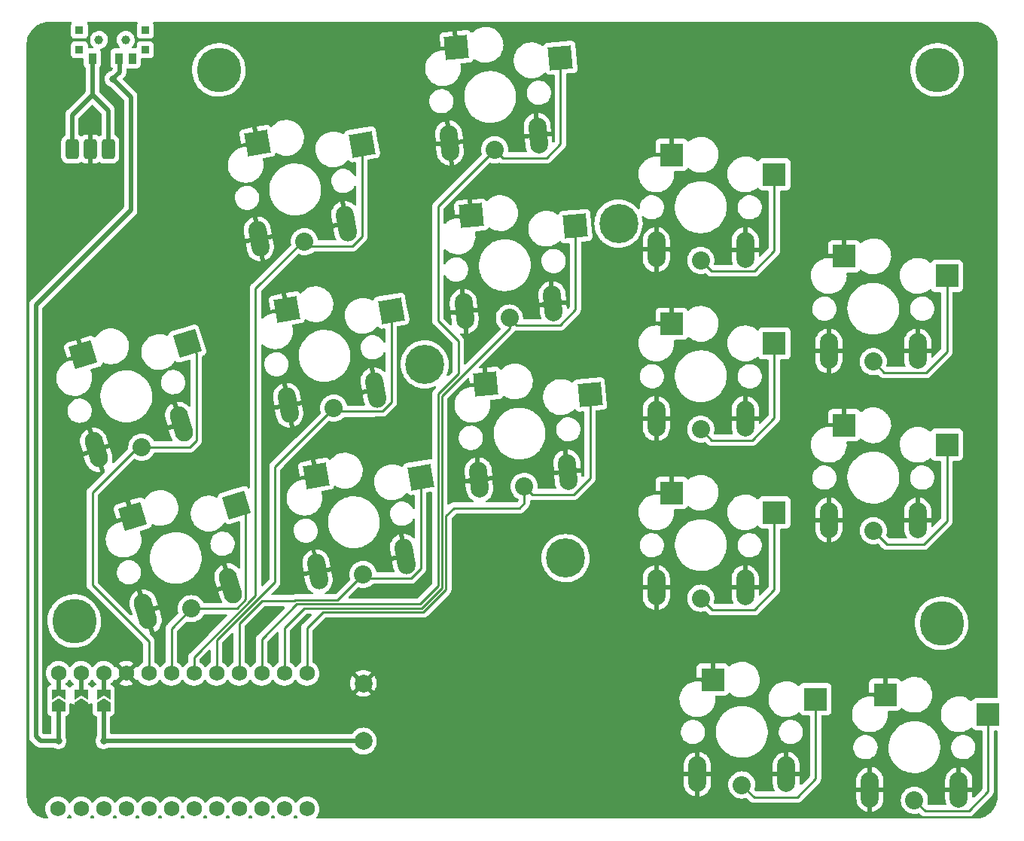
<source format=gbr>
%TF.GenerationSoftware,KiCad,Pcbnew,(6.0.4-0)*%
%TF.CreationDate,2022-07-27T10:05:42+02:00*%
%TF.ProjectId,wizza,77697a7a-612e-46b6-9963-61645f706362,v1.0.0*%
%TF.SameCoordinates,Original*%
%TF.FileFunction,Copper,L2,Bot*%
%TF.FilePolarity,Positive*%
%FSLAX46Y46*%
G04 Gerber Fmt 4.6, Leading zero omitted, Abs format (unit mm)*
G04 Created by KiCad (PCBNEW (6.0.4-0)) date 2022-07-27 10:05:42*
%MOMM*%
%LPD*%
G01*
G04 APERTURE LIST*
G04 Aperture macros list*
%AMRoundRect*
0 Rectangle with rounded corners*
0 $1 Rounding radius*
0 $2 $3 $4 $5 $6 $7 $8 $9 X,Y pos of 4 corners*
0 Add a 4 corners polygon primitive as box body*
4,1,4,$2,$3,$4,$5,$6,$7,$8,$9,$2,$3,0*
0 Add four circle primitives for the rounded corners*
1,1,$1+$1,$2,$3*
1,1,$1+$1,$4,$5*
1,1,$1+$1,$6,$7*
1,1,$1+$1,$8,$9*
0 Add four rect primitives between the rounded corners*
20,1,$1+$1,$2,$3,$4,$5,0*
20,1,$1+$1,$4,$5,$6,$7,0*
20,1,$1+$1,$6,$7,$8,$9,0*
20,1,$1+$1,$8,$9,$2,$3,0*%
%AMHorizOval*
0 Thick line with rounded ends*
0 $1 width*
0 $2 $3 position (X,Y) of the first rounded end (center of the circle)*
0 $4 $5 position (X,Y) of the second rounded end (center of the circle)*
0 Add line between two ends*
20,1,$1,$2,$3,$4,$5,0*
0 Add two circle primitives to create the rounded ends*
1,1,$1,$2,$3*
1,1,$1,$4,$5*%
%AMRotRect*
0 Rectangle, with rotation*
0 The origin of the aperture is its center*
0 $1 length*
0 $2 width*
0 $3 Rotation angle, in degrees counterclockwise*
0 Add horizontal line*
21,1,$1,$2,0,0,$3*%
%AMFreePoly0*
4,1,6,0.150000,0.000000,0.650000,-0.750000,-0.500000,-0.750000,-0.500000,0.750000,0.650000,0.750000,0.150000,0.000000,0.150000,0.000000,$1*%
%AMFreePoly1*
4,1,6,0.500000,-0.750000,-0.500000,-0.750000,-1.000000,0.000000,-0.500000,0.750000,0.500000,0.750000,0.500000,-0.750000,0.500000,-0.750000,$1*%
G04 Aperture macros list end*
%TA.AperFunction,ComponentPad*%
%ADD10HorizOval,2.032000X-0.292372X0.956305X0.292372X-0.956305X0*%
%TD*%
%TA.AperFunction,SMDPad,CuDef*%
%ADD11RotRect,2.600000X2.600000X17.000000*%
%TD*%
%TA.AperFunction,ComponentPad*%
%ADD12C,2.032000*%
%TD*%
%TA.AperFunction,ComponentPad*%
%ADD13HorizOval,2.032000X-0.087156X0.996195X0.087156X-0.996195X0*%
%TD*%
%TA.AperFunction,SMDPad,CuDef*%
%ADD14RotRect,2.600000X2.600000X5.000000*%
%TD*%
%TA.AperFunction,ComponentPad*%
%ADD15HorizOval,2.032000X-0.173648X0.984808X0.173648X-0.984808X0*%
%TD*%
%TA.AperFunction,SMDPad,CuDef*%
%ADD16RotRect,2.600000X2.600000X10.000000*%
%TD*%
%TA.AperFunction,ComponentPad*%
%ADD17O,2.032000X4.032000*%
%TD*%
%TA.AperFunction,SMDPad,CuDef*%
%ADD18R,2.600000X2.600000*%
%TD*%
%TA.AperFunction,SMDPad,CuDef*%
%ADD19R,0.500000X1.524000*%
%TD*%
%TA.AperFunction,ComponentPad*%
%ADD20C,1.752600*%
%TD*%
%TA.AperFunction,SMDPad,CuDef*%
%ADD21FreePoly0,270.000000*%
%TD*%
%TA.AperFunction,SMDPad,CuDef*%
%ADD22FreePoly1,270.000000*%
%TD*%
%TA.AperFunction,ComponentPad*%
%ADD23C,4.400000*%
%TD*%
%TA.AperFunction,ComponentPad*%
%ADD24C,5.000000*%
%TD*%
%TA.AperFunction,SMDPad,CuDef*%
%ADD25R,0.900000X0.900000*%
%TD*%
%TA.AperFunction,WasherPad*%
%ADD26C,1.000000*%
%TD*%
%TA.AperFunction,SMDPad,CuDef*%
%ADD27R,0.900000X1.250000*%
%TD*%
%TA.AperFunction,ComponentPad*%
%ADD28RoundRect,0.375000X-0.375000X-0.750000X0.375000X-0.750000X0.375000X0.750000X-0.375000X0.750000X0*%
%TD*%
%TA.AperFunction,ComponentPad*%
%ADD29C,2.000000*%
%TD*%
%TA.AperFunction,ViaPad*%
%ADD30C,0.800000*%
%TD*%
%TA.AperFunction,Conductor*%
%ADD31C,0.250000*%
%TD*%
%TA.AperFunction,Conductor*%
%ADD32C,0.500000*%
%TD*%
%TA.AperFunction,Conductor*%
%ADD33C,0.550000*%
%TD*%
G04 APERTURE END LIST*
D10*
%TO.P,S1,1*%
%TO.N,GND*%
X208689753Y-123373784D03*
D11*
X207226228Y-112686791D03*
D10*
X218253410Y-120452061D03*
D11*
%TO.P,S1,2*%
%TO.N,matrix_pinky_home*%
X218914767Y-111413769D03*
D12*
X213822732Y-123061484D03*
%TD*%
D13*
%TO.P,S7,1*%
%TO.N,GND*%
X244519300Y-89621534D03*
D14*
X245309708Y-78863793D03*
D13*
X254481428Y-88752053D03*
D14*
%TO.P,S7,2*%
%TO.N,matrix_middle_home*%
X257007500Y-80048773D03*
D12*
X249605042Y-90383265D03*
%TD*%
D13*
%TO.P,S8,1*%
%TO.N,GND*%
X242863341Y-70693835D03*
D14*
X243653749Y-59936094D03*
D13*
X252825469Y-69824354D03*
D14*
%TO.P,S8,2*%
%TO.N,matrix_middle_top*%
X255351541Y-61121074D03*
D12*
X247949083Y-71455566D03*
%TD*%
D15*
%TO.P,S4,1*%
%TO.N,GND*%
X224718166Y-100183281D03*
D16*
X224567967Y-89397588D03*
D15*
X234566605Y-98448853D03*
D16*
%TO.P,S4,2*%
%TO.N,matrix_ring_home*%
X236324524Y-89558529D03*
D12*
X229850944Y-100498862D03*
%TD*%
D17*
%TO.P,S9,1*%
%TO.N,GND*%
X266115600Y-120684282D03*
D18*
X267840599Y-110036366D03*
D17*
X276115600Y-120686367D03*
D18*
%TO.P,S9,2*%
%TO.N,matrix_index_bottom*%
X279390600Y-112236367D03*
D12*
X271115600Y-121886366D03*
%TD*%
D17*
%TO.P,S12,1*%
%TO.N,GND*%
X285515600Y-113084282D03*
D18*
X287240599Y-102436366D03*
D17*
X295515600Y-113086367D03*
D18*
%TO.P,S12,2*%
%TO.N,matrix_inner_bottom*%
X298790600Y-104636367D03*
D12*
X290515600Y-114286366D03*
%TD*%
D17*
%TO.P,S14,1*%
%TO.N,GND*%
X270740600Y-141684282D03*
D18*
X272465599Y-131036366D03*
D17*
X280740600Y-141686367D03*
D18*
%TO.P,S14,2*%
%TO.N,thumb_tucky*%
X284015600Y-133236367D03*
D12*
X275740600Y-142886366D03*
%TD*%
D15*
%TO.P,S3,1*%
%TO.N,GND*%
X228017482Y-118894628D03*
D16*
X227867283Y-108108935D03*
D15*
X237865921Y-117160200D03*
D16*
%TO.P,S3,2*%
%TO.N,matrix_ring_bottom*%
X239623840Y-108269876D03*
D12*
X233150260Y-119210209D03*
%TD*%
D13*
%TO.P,S6,1*%
%TO.N,GND*%
X246175260Y-108549233D03*
D14*
X246965668Y-97791492D03*
D13*
X256137388Y-107679752D03*
D14*
%TO.P,S6,2*%
%TO.N,matrix_middle_bottom*%
X258663460Y-98976472D03*
D12*
X251261002Y-109310964D03*
%TD*%
D17*
%TO.P,S15,1*%
%TO.N,GND*%
X290140600Y-143394282D03*
D18*
X291865599Y-132746366D03*
D17*
X300140600Y-143396367D03*
D18*
%TO.P,S15,2*%
%TO.N,thumb_reachy*%
X303415600Y-134946367D03*
D12*
X295140600Y-144596366D03*
%TD*%
D17*
%TO.P,S11,1*%
%TO.N,GND*%
X266115600Y-82684282D03*
D18*
X267840599Y-72036366D03*
D17*
X276115600Y-82686367D03*
D18*
%TO.P,S11,2*%
%TO.N,matrix_index_top*%
X279390600Y-74236367D03*
D12*
X271115600Y-83886366D03*
%TD*%
D10*
%TO.P,S2,1*%
%TO.N,GND*%
X203134690Y-105203993D03*
D11*
X201671165Y-94517000D03*
D10*
X212698347Y-102282270D03*
D11*
%TO.P,S2,2*%
%TO.N,matrix_pinky_top*%
X213359704Y-93243978D03*
D12*
X208267669Y-104891693D03*
%TD*%
D17*
%TO.P,S13,1*%
%TO.N,GND*%
X285515600Y-94084282D03*
D18*
X287240599Y-83436366D03*
D17*
X295515600Y-94086367D03*
D18*
%TO.P,S13,2*%
%TO.N,matrix_inner_home*%
X298790600Y-85636367D03*
D12*
X290515600Y-95286366D03*
%TD*%
D15*
%TO.P,S5,1*%
%TO.N,GND*%
X221418851Y-81471934D03*
D16*
X221268652Y-70686241D03*
D15*
X231267290Y-79737506D03*
D16*
%TO.P,S5,2*%
%TO.N,matrix_ring_top*%
X233025209Y-70847182D03*
D12*
X226551629Y-81787515D03*
%TD*%
D17*
%TO.P,S10,1*%
%TO.N,GND*%
X266115600Y-101684282D03*
D18*
X267840599Y-91036366D03*
D17*
X276115600Y-101686367D03*
D18*
%TO.P,S10,2*%
%TO.N,matrix_index_home*%
X279390600Y-93236367D03*
D12*
X271115600Y-102886366D03*
%TD*%
D19*
%TO.P,MCU1,*%
%TO.N,*%
X203962000Y-131717523D03*
D20*
X198798254Y-145574000D03*
X198882000Y-130334000D03*
D19*
X201422000Y-131717523D03*
D20*
X201422000Y-145574000D03*
X203962000Y-130334000D03*
X201422000Y-130334000D03*
D21*
X198882000Y-132667523D03*
X201422000Y-132667523D03*
D19*
X198882000Y-131717523D03*
D20*
X203962000Y-145574000D03*
D21*
X203962000Y-132667523D03*
D22*
%TO.P,MCU1,1*%
%TO.N,RAW*%
X198882000Y-134117523D03*
%TO.P,MCU1,2*%
%TO.N,GND*%
X201422000Y-134117523D03*
%TO.P,MCU1,3*%
%TO.N,RST*%
X203962000Y-134117523D03*
D20*
%TO.P,MCU1,4*%
%TO.N,VCC*%
X206502000Y-145574000D03*
%TO.P,MCU1,5*%
%TO.N,N/C*%
X209042000Y-145574000D03*
%TO.P,MCU1,6*%
%TO.N,matrix_index_top*%
X211582000Y-145574000D03*
%TO.P,MCU1,7*%
%TO.N,matrix_index_home*%
X214122000Y-145574000D03*
%TO.P,MCU1,8*%
%TO.N,matrix_index_bottom*%
X216662000Y-145574000D03*
%TO.P,MCU1,9*%
%TO.N,matrix_inner_home*%
X219202000Y-145574000D03*
%TO.P,MCU1,10*%
%TO.N,matrix_inner_bottom*%
X221742000Y-145574000D03*
%TO.P,MCU1,11*%
%TO.N,thumb_tucky*%
X224282000Y-145574000D03*
%TO.P,MCU1,12*%
%TO.N,thumb_reachy*%
X226822000Y-145574000D03*
%TO.P,MCU1,16*%
%TO.N,GND*%
X206502000Y-130334000D03*
%TO.P,MCU1,17*%
%TO.N,matrix_pinky_top*%
X209042000Y-130334000D03*
%TO.P,MCU1,18*%
%TO.N,matrix_pinky_home*%
X211582000Y-130334000D03*
%TO.P,MCU1,19*%
%TO.N,matrix_ring_top*%
X214122000Y-130334000D03*
%TO.P,MCU1,20*%
%TO.N,matrix_ring_home*%
X216662000Y-130334000D03*
%TO.P,MCU1,21*%
%TO.N,matrix_ring_bottom*%
X219202000Y-130334000D03*
%TO.P,MCU1,22*%
%TO.N,matrix_middle_top*%
X221742000Y-130334000D03*
%TO.P,MCU1,23*%
%TO.N,matrix_middle_home*%
X224282000Y-130334000D03*
%TO.P,MCU1,24*%
%TO.N,matrix_middle_bottom*%
X226822000Y-130334000D03*
%TD*%
D23*
%TO.P,,1*%
%TO.N,N/C*%
X255913847Y-117386926D03*
X261874000Y-79756000D03*
X240078461Y-95591387D03*
%TD*%
D24*
%TO.P,,1,1*%
%TO.N,N/C*%
X200660000Y-124460000D03*
%TD*%
D25*
%TO.P,T2,*%
%TO.N,*%
X208650615Y-58006416D03*
X201250615Y-58006416D03*
X208650615Y-60206416D03*
X201250615Y-60206416D03*
D26*
X203450615Y-59106416D03*
X206450615Y-59106416D03*
D27*
%TO.P,T2,1*%
%TO.N,b+*%
X202700615Y-61181416D03*
%TO.P,T2,2*%
%TO.N,RAW*%
X205700615Y-61181416D03*
%TO.P,T2,3*%
%TO.N,N/C*%
X207200615Y-61181416D03*
%TD*%
D24*
%TO.P,,1,1*%
%TO.N,N/C*%
X297688000Y-62484000D03*
%TD*%
%TO.P,,1,1*%
%TO.N,N/C*%
X216916000Y-62484000D03*
%TD*%
%TO.P,,1,1*%
%TO.N,N/C*%
X298196000Y-124714000D03*
%TD*%
D28*
%TO.P,PAD1,1*%
%TO.N,b+*%
X204470000Y-71374000D03*
%TO.P,PAD1,2*%
%TO.N,GND*%
X202470000Y-71374000D03*
%TO.P,PAD1,3*%
%TO.N,b+*%
X200470000Y-71374000D03*
%TD*%
D29*
%TO.P,B1,1*%
%TO.N,RST*%
X233172000Y-137954000D03*
%TO.P,B1,2*%
%TO.N,GND*%
X233172000Y-131454000D03*
%TD*%
D30*
%TO.N,GND*%
X201422000Y-137922000D03*
%TO.N,RAW*%
X205002642Y-63493715D03*
X198882000Y-137922000D03*
%TO.N,RST*%
X203962000Y-137922000D03*
%TD*%
D31*
%TO.N,matrix_middle_bottom*%
X258663460Y-98976472D02*
X258663460Y-108366540D01*
X258663460Y-108366540D02*
X256794000Y-110236000D01*
X256794000Y-110236000D02*
X252186038Y-110236000D01*
X252186038Y-110236000D02*
X251261002Y-109310964D01*
%TO.N,matrix_inner_home*%
X298790600Y-85636367D02*
X298790600Y-94147400D01*
X298790600Y-94147400D02*
X296418000Y-96520000D01*
X296418000Y-96520000D02*
X291749234Y-96520000D01*
X291749234Y-96520000D02*
X290515600Y-95286366D01*
%TO.N,matrix_index_bottom*%
X279390600Y-112236367D02*
X279390600Y-120913400D01*
X277114000Y-123190000D02*
X272419234Y-123190000D01*
X272419234Y-123190000D02*
X271115600Y-121886366D01*
X279390600Y-120913400D02*
X277114000Y-123190000D01*
%TO.N,matrix_index_home*%
X279390600Y-93236367D02*
X279390600Y-101609400D01*
X279390600Y-101609400D02*
X276860000Y-104140000D01*
X276860000Y-104140000D02*
X272369234Y-104140000D01*
X272369234Y-104140000D02*
X271115600Y-102886366D01*
%TO.N,matrix_index_top*%
X279390600Y-74236367D02*
X279390600Y-82813400D01*
X279390600Y-82813400D02*
X277114000Y-85090000D01*
X277114000Y-85090000D02*
X272319234Y-85090000D01*
X272319234Y-85090000D02*
X271115600Y-83886366D01*
%TO.N,matrix_middle_home*%
X257007500Y-80048773D02*
X257007500Y-89448500D01*
X257007500Y-89448500D02*
X255270000Y-91186000D01*
X255270000Y-91186000D02*
X250407777Y-91186000D01*
X250407777Y-91186000D02*
X249605042Y-90383265D01*
%TO.N,matrix_middle_top*%
X255351541Y-61121074D02*
X255351541Y-70784459D01*
X253746000Y-72390000D02*
X248883517Y-72390000D01*
X255351541Y-70784459D02*
X253746000Y-72390000D01*
X248883517Y-72390000D02*
X247949083Y-71455566D01*
%TO.N,matrix_ring_top*%
X233025209Y-70847182D02*
X233025209Y-81172791D01*
X233025209Y-81172791D02*
X231902000Y-82296000D01*
X231902000Y-82296000D02*
X227060114Y-82296000D01*
X227060114Y-82296000D02*
X226551629Y-81787515D01*
%TO.N,matrix_ring_home*%
X236324524Y-99852729D02*
X235339253Y-100838000D01*
X235339253Y-100838000D02*
X234495601Y-100838000D01*
X234495601Y-100838000D02*
X234426207Y-100850236D01*
X234426207Y-100850236D02*
X230202318Y-100850236D01*
X236324524Y-89558529D02*
X236324524Y-99852729D01*
X230202318Y-100850236D02*
X229850944Y-100498862D01*
%TO.N,matrix_ring_bottom*%
X239623840Y-108269876D02*
X239623840Y-118516160D01*
X239623840Y-118516160D02*
X238506000Y-119634000D01*
X238506000Y-119634000D02*
X233574051Y-119634000D01*
X233574051Y-119634000D02*
X233150260Y-119210209D01*
%TO.N,thumb_tucky*%
X284015600Y-133236367D02*
X284015600Y-142196400D01*
X277126234Y-144272000D02*
X275740600Y-142886366D01*
X284015600Y-142196400D02*
X281940000Y-144272000D01*
X281940000Y-144272000D02*
X277126234Y-144272000D01*
%TO.N,thumb_reachy*%
X303415600Y-134946367D02*
X303415600Y-143624400D01*
X303415600Y-143624400D02*
X301244000Y-145796000D01*
X301244000Y-145796000D02*
X296340234Y-145796000D01*
X296340234Y-145796000D02*
X295140600Y-144596366D01*
%TO.N,matrix_inner_bottom*%
X298790600Y-104636367D02*
X298790600Y-113197400D01*
X296164000Y-115824000D02*
X292053234Y-115824000D01*
X298790600Y-113197400D02*
X296164000Y-115824000D01*
X292053234Y-115824000D02*
X290515600Y-114286366D01*
%TO.N,matrix_middle_top*%
X241554000Y-120522282D02*
X241554000Y-98932282D01*
X241554000Y-98932282D02*
X243840000Y-96646282D01*
X243840000Y-96646282D02*
X243840000Y-92964000D01*
X243840000Y-92964000D02*
X241554000Y-90678000D01*
X221742000Y-126492000D02*
X225689040Y-122544960D01*
X225689040Y-122544960D02*
X239531322Y-122544960D01*
X221742000Y-130334000D02*
X221742000Y-126492000D01*
X239531322Y-122544960D02*
X241554000Y-120522282D01*
X241554000Y-90678000D02*
X241554000Y-77850649D01*
X241554000Y-77850649D02*
X247949083Y-71455566D01*
%TO.N,matrix_ring_top*%
X214122000Y-130334000D02*
X214122000Y-128522564D01*
X214122000Y-128522564D02*
X221038480Y-121606084D01*
X221038480Y-87063520D02*
X226314485Y-81787515D01*
X221038480Y-121606084D02*
X221038480Y-87063520D01*
X226314485Y-81787515D02*
X226551629Y-81787515D01*
%TO.N,matrix_middle_bottom*%
X226822000Y-130334000D02*
X226822000Y-125222000D01*
X251261002Y-111196998D02*
X251261002Y-109310964D01*
X228600000Y-123444000D02*
X239903717Y-123444000D01*
X226822000Y-125222000D02*
X228600000Y-123444000D01*
X239903717Y-123444000D02*
X242453040Y-120894676D01*
X242453040Y-120894676D02*
X242453040Y-112638960D01*
X242453040Y-112638960D02*
X243332000Y-111760000D01*
X243332000Y-111760000D02*
X250698000Y-111760000D01*
X250698000Y-111760000D02*
X251261002Y-111196998D01*
%TO.N,matrix_pinky_top*%
X213359704Y-93243978D02*
X214400806Y-94285080D01*
X213624307Y-104891693D02*
X208267669Y-104891693D01*
X214400806Y-94285080D02*
X214400806Y-104115194D01*
X214400806Y-104115194D02*
X213624307Y-104891693D01*
%TO.N,matrix_pinky_home*%
X218914767Y-111413769D02*
X219955869Y-112454871D01*
X219955869Y-112454871D02*
X219955869Y-122052977D01*
X219955869Y-122052977D02*
X218947362Y-123061484D01*
X218947362Y-123061484D02*
X213822732Y-123061484D01*
%TO.N,matrix_ring_home*%
X216662000Y-130334000D02*
X216662000Y-126618282D01*
X216662000Y-126618282D02*
X223221733Y-120058549D01*
X223221733Y-120058549D02*
X223221733Y-107128073D01*
X223221733Y-107128073D02*
X229850944Y-100498862D01*
%TO.N,matrix_ring_bottom*%
X219202000Y-130334000D02*
X219202000Y-124714000D01*
X219202000Y-124714000D02*
X221742000Y-122174000D01*
X225502843Y-122095440D02*
X230265029Y-122095440D01*
X225424282Y-122174000D02*
X225502843Y-122095440D01*
X221742000Y-122174000D02*
X225424282Y-122174000D01*
X230265029Y-122095440D02*
X233150260Y-119210209D01*
%TO.N,matrix_middle_home*%
X224282000Y-130334000D02*
X224282000Y-125222000D01*
X224282000Y-125222000D02*
X226509520Y-122994480D01*
X242003520Y-99118480D02*
X249605042Y-91516958D01*
X226509520Y-122994480D02*
X239717519Y-122994480D01*
X249605042Y-91516958D02*
X249605042Y-90383265D01*
X239717519Y-122994480D02*
X242003520Y-120708479D01*
X242003520Y-120708479D02*
X242003520Y-99118480D01*
D32*
%TO.N,GND*%
X201422000Y-134117523D02*
X201422000Y-137954000D01*
D31*
%TO.N,matrix_pinky_home*%
X211582000Y-125302216D02*
X213822732Y-123061484D01*
X211582000Y-130334000D02*
X211582000Y-125302216D01*
D32*
%TO.N,RAW*%
X207010000Y-65501073D02*
X205002642Y-63493715D01*
D33*
X198882000Y-134117523D02*
X198882000Y-137954000D01*
D32*
X198882000Y-137922000D02*
X196850000Y-137922000D01*
X196342000Y-137414000D02*
X196342000Y-88900000D01*
X196342000Y-88900000D02*
X207010000Y-78232000D01*
X205752000Y-62744326D02*
X205054027Y-63442299D01*
X196850000Y-137922000D02*
X196342000Y-137414000D01*
X205752000Y-61130000D02*
X205752000Y-62744326D01*
X207010000Y-78232000D02*
X207010000Y-65501073D01*
%TO.N,RST*%
X203962000Y-137954000D02*
X233172000Y-137954000D01*
X203962000Y-134117523D02*
X203962000Y-137954000D01*
D31*
%TO.N,matrix_pinky_top*%
X202692000Y-109982000D02*
X207782307Y-104891693D01*
X209042000Y-126746000D02*
X202692000Y-120396000D01*
X207782307Y-104891693D02*
X208267669Y-104891693D01*
X202692000Y-120396000D02*
X202692000Y-109982000D01*
X209042000Y-130334000D02*
X209042000Y-126746000D01*
D32*
%TO.N,b+*%
X202700615Y-65269385D02*
X204470000Y-67038770D01*
X202700615Y-61181416D02*
X202700615Y-65269385D01*
X200406000Y-71310000D02*
X200470000Y-71374000D01*
X204470000Y-67038770D02*
X204470000Y-71374000D01*
X202700615Y-65269385D02*
X200406000Y-67564000D01*
X200406000Y-67564000D02*
X200406000Y-71310000D01*
%TD*%
%TA.AperFunction,Conductor*%
%TO.N,GND*%
G36*
X200330953Y-57109924D02*
G01*
X200377446Y-57163580D01*
X200387550Y-57233854D01*
X200363660Y-57291484D01*
X200350000Y-57309711D01*
X200298870Y-57446100D01*
X200292115Y-57508282D01*
X200292115Y-58504550D01*
X200298870Y-58566732D01*
X200350000Y-58703121D01*
X200437354Y-58819677D01*
X200553910Y-58907031D01*
X200690299Y-58958161D01*
X200752481Y-58964916D01*
X201748749Y-58964916D01*
X201810931Y-58958161D01*
X201947320Y-58907031D01*
X202063876Y-58819677D01*
X202151230Y-58703121D01*
X202202360Y-58566732D01*
X202209115Y-58504550D01*
X202209115Y-57508282D01*
X202202360Y-57446100D01*
X202151230Y-57309711D01*
X202137570Y-57291485D01*
X202112724Y-57224980D01*
X202127777Y-57155598D01*
X202177952Y-57105368D01*
X202238398Y-57089922D01*
X207662832Y-57089922D01*
X207730953Y-57109924D01*
X207777446Y-57163580D01*
X207787550Y-57233854D01*
X207763660Y-57291484D01*
X207750000Y-57309711D01*
X207698870Y-57446100D01*
X207692115Y-57508282D01*
X207692115Y-58504550D01*
X207698870Y-58566732D01*
X207750000Y-58703121D01*
X207837354Y-58819677D01*
X207953910Y-58907031D01*
X208090299Y-58958161D01*
X208152481Y-58964916D01*
X209148749Y-58964916D01*
X209210931Y-58958161D01*
X209347320Y-58907031D01*
X209463876Y-58819677D01*
X209518119Y-58747301D01*
X241735206Y-58747301D01*
X241735432Y-58754103D01*
X241828913Y-59822590D01*
X241834700Y-59837383D01*
X241836191Y-59838463D01*
X241843986Y-59839457D01*
X243360530Y-59706777D01*
X243375323Y-59700990D01*
X243376403Y-59699499D01*
X243377397Y-59691704D01*
X243244717Y-58175160D01*
X243238930Y-58160367D01*
X243237439Y-58159287D01*
X243229644Y-58158293D01*
X242156608Y-58252172D01*
X242149867Y-58253132D01*
X242099671Y-58263069D01*
X242084788Y-58268013D01*
X241968732Y-58323494D01*
X241953949Y-58333353D01*
X241858924Y-58418463D01*
X241847506Y-58432071D01*
X241780192Y-58540428D01*
X241773047Y-58556704D01*
X241738561Y-58680636D01*
X241736279Y-58696138D01*
X241735206Y-58747301D01*
X209518119Y-58747301D01*
X209551230Y-58703121D01*
X209602360Y-58566732D01*
X209609115Y-58504550D01*
X209609115Y-57508282D01*
X209602360Y-57446100D01*
X209551230Y-57309711D01*
X209537570Y-57291485D01*
X209512724Y-57224980D01*
X209527777Y-57155598D01*
X209577952Y-57105368D01*
X209638398Y-57089922D01*
X301941234Y-57089922D01*
X301960619Y-57091422D01*
X301975452Y-57093732D01*
X301975456Y-57093732D01*
X301984325Y-57095113D01*
X302001524Y-57092864D01*
X302025464Y-57092031D01*
X302283310Y-57107628D01*
X302298414Y-57109462D01*
X302579355Y-57160947D01*
X302594128Y-57164588D01*
X302866824Y-57249563D01*
X302881040Y-57254955D01*
X303002702Y-57309711D01*
X303141505Y-57372182D01*
X303154977Y-57379253D01*
X303368417Y-57508282D01*
X303399403Y-57527014D01*
X303411923Y-57535656D01*
X303636746Y-57711795D01*
X303636763Y-57711808D01*
X303648152Y-57721898D01*
X303850114Y-57923861D01*
X303860203Y-57935250D01*
X304036353Y-58160091D01*
X304044996Y-58172611D01*
X304062965Y-58202337D01*
X304192757Y-58417042D01*
X304199824Y-58430506D01*
X304317055Y-58690986D01*
X304322443Y-58705194D01*
X304328972Y-58726147D01*
X304407417Y-58977891D01*
X304411058Y-58992665D01*
X304462540Y-59273604D01*
X304464374Y-59288706D01*
X304478646Y-59524663D01*
X304479539Y-59539429D01*
X304478298Y-59565795D01*
X304478292Y-59566266D01*
X304476910Y-59575142D01*
X304478074Y-59584045D01*
X304478074Y-59584052D01*
X304481037Y-59606712D01*
X304482101Y-59623048D01*
X304482101Y-133011867D01*
X304462099Y-133079988D01*
X304408443Y-133126481D01*
X304356101Y-133137867D01*
X302067466Y-133137867D01*
X302005284Y-133144622D01*
X301868895Y-133195752D01*
X301752339Y-133283106D01*
X301664985Y-133399662D01*
X301662551Y-133406154D01*
X301613021Y-133455572D01*
X301543630Y-133470586D01*
X301471769Y-133441439D01*
X301327420Y-133320316D01*
X301324050Y-133317488D01*
X301085836Y-133168636D01*
X300829225Y-133054385D01*
X300559210Y-132976960D01*
X300554860Y-132976349D01*
X300554857Y-132976348D01*
X300415934Y-132956824D01*
X300281048Y-132937867D01*
X300070454Y-132937867D01*
X300068268Y-132938020D01*
X300068264Y-132938020D01*
X299864773Y-132952249D01*
X299864768Y-132952250D01*
X299860388Y-132952556D01*
X299585630Y-133010958D01*
X299581501Y-133012461D01*
X299581497Y-133012462D01*
X299325819Y-133105521D01*
X299325815Y-133105523D01*
X299321674Y-133107030D01*
X299073658Y-133238903D01*
X299070099Y-133241489D01*
X299070097Y-133241490D01*
X298862282Y-133392476D01*
X298846408Y-133404009D01*
X298843244Y-133407065D01*
X298843241Y-133407067D01*
X298807648Y-133441439D01*
X298644348Y-133599136D01*
X298531501Y-133743574D01*
X298480094Y-133809373D01*
X298471412Y-133820485D01*
X298469216Y-133824289D01*
X298469211Y-133824296D01*
X298439526Y-133875713D01*
X298330964Y-134063748D01*
X298225738Y-134324191D01*
X298224673Y-134328464D01*
X298224672Y-134328466D01*
X298160536Y-134585703D01*
X298157783Y-134596743D01*
X298157324Y-134601111D01*
X298157323Y-134601116D01*
X298128881Y-134871731D01*
X298128422Y-134876100D01*
X298128575Y-134880488D01*
X298128575Y-134880494D01*
X298137777Y-135143986D01*
X298138225Y-135156825D01*
X298138987Y-135161148D01*
X298138988Y-135161155D01*
X298162764Y-135295991D01*
X298187002Y-135433454D01*
X298273803Y-135700602D01*
X298275731Y-135704555D01*
X298275733Y-135704560D01*
X298322172Y-135799773D01*
X298396940Y-135953069D01*
X298399395Y-135956708D01*
X298399398Y-135956714D01*
X298446934Y-136027188D01*
X298554015Y-136185943D01*
X298741971Y-136394689D01*
X298957150Y-136575246D01*
X299195364Y-136724098D01*
X299451975Y-136838349D01*
X299554837Y-136867844D01*
X299600101Y-136880823D01*
X299721990Y-136915774D01*
X299726340Y-136916385D01*
X299726343Y-136916386D01*
X299829290Y-136930854D01*
X300000152Y-136954867D01*
X300210746Y-136954867D01*
X300212932Y-136954714D01*
X300212936Y-136954714D01*
X300416427Y-136940485D01*
X300416432Y-136940484D01*
X300420812Y-136940178D01*
X300695570Y-136881776D01*
X300699699Y-136880273D01*
X300699703Y-136880272D01*
X300955381Y-136787213D01*
X300955385Y-136787211D01*
X300959526Y-136785704D01*
X301207542Y-136653831D01*
X301211103Y-136651244D01*
X301431229Y-136491314D01*
X301431232Y-136491311D01*
X301434792Y-136488725D01*
X301466003Y-136458585D01*
X301528897Y-136425653D01*
X301599613Y-136431952D01*
X301655699Y-136475483D01*
X301662329Y-136485988D01*
X301664985Y-136493072D01*
X301752339Y-136609628D01*
X301868895Y-136696982D01*
X302005284Y-136748112D01*
X302067466Y-136754867D01*
X302656100Y-136754867D01*
X302724221Y-136774869D01*
X302770714Y-136828525D01*
X302782100Y-136880867D01*
X302782100Y-143309805D01*
X302762098Y-143377926D01*
X302745195Y-143398900D01*
X301879695Y-144264400D01*
X301817383Y-144298426D01*
X301746568Y-144293361D01*
X301689732Y-144250814D01*
X301664921Y-144184294D01*
X301664600Y-144175305D01*
X301664600Y-143668482D01*
X301660125Y-143653243D01*
X301658735Y-143652038D01*
X301651052Y-143650367D01*
X298634715Y-143650367D01*
X298619476Y-143654842D01*
X298618271Y-143656232D01*
X298616600Y-143663915D01*
X298616600Y-144455471D01*
X298616802Y-144460503D01*
X298630904Y-144635778D01*
X298632516Y-144645730D01*
X298688601Y-144874067D01*
X298691784Y-144883637D01*
X298735773Y-144987268D01*
X298743978Y-145057789D01*
X298712753Y-145121551D01*
X298652014Y-145158310D01*
X298619789Y-145162500D01*
X296732333Y-145162500D01*
X296664212Y-145142498D01*
X296617719Y-145088842D01*
X296607615Y-145018568D01*
X296609814Y-145007086D01*
X296649832Y-144840401D01*
X296649833Y-144840395D01*
X296650987Y-144835588D01*
X296669814Y-144596366D01*
X296650987Y-144357144D01*
X296649833Y-144352337D01*
X296649832Y-144352331D01*
X296606316Y-144171077D01*
X296594969Y-144123813D01*
X296592861Y-144118723D01*
X296505034Y-143906689D01*
X296505033Y-143906687D01*
X296503140Y-143902117D01*
X296377760Y-143697517D01*
X296349062Y-143663915D01*
X296225131Y-143518810D01*
X296221918Y-143515048D01*
X296075589Y-143390072D01*
X296043217Y-143362424D01*
X296043216Y-143362423D01*
X296039449Y-143359206D01*
X295834849Y-143233826D01*
X295830279Y-143231933D01*
X295830277Y-143231932D01*
X295617726Y-143143891D01*
X295617724Y-143143890D01*
X295613153Y-143141997D01*
X295539240Y-143124252D01*
X298616600Y-143124252D01*
X298621075Y-143139491D01*
X298622465Y-143140696D01*
X298630148Y-143142367D01*
X299868485Y-143142367D01*
X299883724Y-143137892D01*
X299884929Y-143136502D01*
X299886600Y-143128819D01*
X299886600Y-143124252D01*
X300394600Y-143124252D01*
X300399075Y-143139491D01*
X300400465Y-143140696D01*
X300408148Y-143142367D01*
X301646485Y-143142367D01*
X301661724Y-143137892D01*
X301662929Y-143136502D01*
X301664600Y-143128819D01*
X301664600Y-142337263D01*
X301664398Y-142332231D01*
X301650296Y-142156956D01*
X301648684Y-142147004D01*
X301592599Y-141918667D01*
X301589416Y-141909097D01*
X301497544Y-141692662D01*
X301492870Y-141683723D01*
X301367584Y-141484771D01*
X301361539Y-141476690D01*
X301206050Y-141300323D01*
X301198789Y-141293312D01*
X301017107Y-141144076D01*
X301008825Y-141138320D01*
X300805617Y-141020050D01*
X300796512Y-141015688D01*
X300577012Y-140931429D01*
X300567335Y-140928581D01*
X300412336Y-140896200D01*
X300398275Y-140897323D01*
X300394600Y-140907430D01*
X300394600Y-143124252D01*
X299886600Y-143124252D01*
X299886600Y-140909670D01*
X299882464Y-140895584D01*
X299869486Y-140893535D01*
X299848641Y-140895947D01*
X299838765Y-140897903D01*
X299612511Y-140961926D01*
X299603067Y-140965438D01*
X299389965Y-141064810D01*
X299381200Y-141069789D01*
X299186742Y-141201943D01*
X299178866Y-141208275D01*
X299008045Y-141369812D01*
X299001284Y-141377321D01*
X298858482Y-141564098D01*
X298853018Y-141572577D01*
X298741912Y-141779789D01*
X298737873Y-141789035D01*
X298661326Y-142011342D01*
X298658815Y-142021123D01*
X298618610Y-142253884D01*
X298617755Y-142261756D01*
X298616664Y-142285772D01*
X298616600Y-142288605D01*
X298616600Y-143124252D01*
X295539240Y-143124252D01*
X295524253Y-143120654D01*
X295384635Y-143087134D01*
X295384629Y-143087133D01*
X295379822Y-143085979D01*
X295140600Y-143067152D01*
X294901378Y-143085979D01*
X294896571Y-143087133D01*
X294896565Y-143087134D01*
X294756947Y-143120654D01*
X294668047Y-143141997D01*
X294663476Y-143143890D01*
X294663474Y-143143891D01*
X294450923Y-143231932D01*
X294450921Y-143231933D01*
X294446351Y-143233826D01*
X294241751Y-143359206D01*
X294237984Y-143362423D01*
X294237983Y-143362424D01*
X294205611Y-143390072D01*
X294059282Y-143515048D01*
X294056069Y-143518810D01*
X293932139Y-143663915D01*
X293903440Y-143697517D01*
X293778060Y-143902117D01*
X293776167Y-143906687D01*
X293776166Y-143906689D01*
X293688339Y-144118723D01*
X293686231Y-144123813D01*
X293674884Y-144171077D01*
X293631368Y-144352331D01*
X293631367Y-144352337D01*
X293630213Y-144357144D01*
X293611386Y-144596366D01*
X293630213Y-144835588D01*
X293631367Y-144840395D01*
X293631368Y-144840401D01*
X293656179Y-144943745D01*
X293686231Y-145068919D01*
X293688124Y-145073490D01*
X293688125Y-145073492D01*
X293693645Y-145086817D01*
X293778060Y-145290615D01*
X293903440Y-145495215D01*
X294059282Y-145677684D01*
X294063044Y-145680897D01*
X294164312Y-145767387D01*
X294241751Y-145833526D01*
X294446351Y-145958906D01*
X294450921Y-145960799D01*
X294450923Y-145960800D01*
X294663474Y-146048841D01*
X294668047Y-146050735D01*
X294749637Y-146070323D01*
X294896565Y-146105598D01*
X294896571Y-146105599D01*
X294901378Y-146106753D01*
X295140600Y-146125580D01*
X295379822Y-146106753D01*
X295384629Y-146105599D01*
X295384635Y-146105598D01*
X295613153Y-146050735D01*
X295613687Y-146052958D01*
X295675178Y-146051179D01*
X295732286Y-146083956D01*
X295836577Y-146188247D01*
X295844121Y-146196537D01*
X295848234Y-146203018D01*
X295854011Y-146208443D01*
X295897901Y-146249658D01*
X295900743Y-146252413D01*
X295920465Y-146272135D01*
X295923589Y-146274558D01*
X295923593Y-146274562D01*
X295923658Y-146274612D01*
X295932679Y-146282317D01*
X295964913Y-146312586D01*
X295971861Y-146316405D01*
X295971863Y-146316407D01*
X295982666Y-146322346D01*
X295999193Y-146333202D01*
X296008932Y-146340757D01*
X296008934Y-146340758D01*
X296015194Y-146345614D01*
X296055774Y-146363174D01*
X296066422Y-146368391D01*
X296091210Y-146382018D01*
X296105174Y-146389695D01*
X296112850Y-146391666D01*
X296112853Y-146391667D01*
X296124796Y-146394733D01*
X296143500Y-146401137D01*
X296146611Y-146402483D01*
X296162089Y-146409181D01*
X296169912Y-146410420D01*
X296169922Y-146410423D01*
X296205758Y-146416099D01*
X296217378Y-146418505D01*
X296249193Y-146426673D01*
X296260204Y-146429500D01*
X296280458Y-146429500D01*
X296300168Y-146431051D01*
X296320177Y-146434220D01*
X296328069Y-146433474D01*
X296346814Y-146431702D01*
X296364196Y-146430059D01*
X296376053Y-146429500D01*
X301165233Y-146429500D01*
X301176416Y-146430027D01*
X301183909Y-146431702D01*
X301191835Y-146431453D01*
X301191836Y-146431453D01*
X301251986Y-146429562D01*
X301255945Y-146429500D01*
X301283856Y-146429500D01*
X301287791Y-146429003D01*
X301287856Y-146428995D01*
X301299693Y-146428062D01*
X301331951Y-146427048D01*
X301335970Y-146426922D01*
X301343889Y-146426673D01*
X301363343Y-146421021D01*
X301382700Y-146417013D01*
X301394930Y-146415468D01*
X301394931Y-146415468D01*
X301402797Y-146414474D01*
X301410168Y-146411555D01*
X301410170Y-146411555D01*
X301443912Y-146398196D01*
X301455142Y-146394351D01*
X301489983Y-146384229D01*
X301489984Y-146384229D01*
X301497593Y-146382018D01*
X301504412Y-146377985D01*
X301504417Y-146377983D01*
X301515028Y-146371707D01*
X301532776Y-146363012D01*
X301551617Y-146355552D01*
X301587387Y-146329564D01*
X301597307Y-146323048D01*
X301628535Y-146304580D01*
X301628538Y-146304578D01*
X301635362Y-146300542D01*
X301649683Y-146286221D01*
X301664717Y-146273380D01*
X301666431Y-146272135D01*
X301681107Y-146261472D01*
X301709298Y-146227395D01*
X301717288Y-146218616D01*
X303807847Y-144128057D01*
X303816137Y-144120513D01*
X303822618Y-144116400D01*
X303869259Y-144066732D01*
X303872013Y-144063891D01*
X303891734Y-144044170D01*
X303894212Y-144040975D01*
X303901918Y-144031953D01*
X303926758Y-144005501D01*
X303932186Y-143999721D01*
X303941946Y-143981968D01*
X303952799Y-143965445D01*
X303960353Y-143955706D01*
X303965213Y-143949441D01*
X303982776Y-143908857D01*
X303987983Y-143898227D01*
X304009295Y-143859460D01*
X304011266Y-143851783D01*
X304011268Y-143851778D01*
X304014332Y-143839842D01*
X304020738Y-143821130D01*
X304025633Y-143809819D01*
X304028781Y-143802545D01*
X304030021Y-143794717D01*
X304030023Y-143794710D01*
X304035699Y-143758876D01*
X304038105Y-143747256D01*
X304047128Y-143712111D01*
X304047128Y-143712110D01*
X304049100Y-143704430D01*
X304049100Y-143684176D01*
X304050651Y-143664465D01*
X304052580Y-143652286D01*
X304053820Y-143644457D01*
X304049659Y-143600438D01*
X304049100Y-143588581D01*
X304049100Y-136880867D01*
X304069102Y-136812746D01*
X304122758Y-136766253D01*
X304175100Y-136754867D01*
X304356101Y-136754867D01*
X304424222Y-136774869D01*
X304470715Y-136828525D01*
X304482101Y-136880867D01*
X304482101Y-144147006D01*
X304480601Y-144166390D01*
X304479887Y-144170979D01*
X304476910Y-144190097D01*
X304478552Y-144202649D01*
X304479159Y-144207293D01*
X304479992Y-144231235D01*
X304464398Y-144489079D01*
X304462564Y-144504184D01*
X304411082Y-144785121D01*
X304407441Y-144799895D01*
X304373450Y-144908979D01*
X304341703Y-145010860D01*
X304322468Y-145072587D01*
X304317074Y-145086810D01*
X304199948Y-145347051D01*
X304199852Y-145347265D01*
X304192781Y-145360738D01*
X304045018Y-145605164D01*
X304036375Y-145617686D01*
X303860225Y-145842523D01*
X303850135Y-145853912D01*
X303823067Y-145880979D01*
X303648168Y-146055874D01*
X303636779Y-146065963D01*
X303411944Y-146242106D01*
X303399426Y-146250746D01*
X303154985Y-146398509D01*
X303141513Y-146405579D01*
X303023924Y-146458499D01*
X302881056Y-146522795D01*
X302866844Y-146528185D01*
X302690035Y-146583276D01*
X302594146Y-146613153D01*
X302579373Y-146616794D01*
X302298424Y-146668272D01*
X302283319Y-146670105D01*
X302175828Y-146676604D01*
X302032410Y-146685275D01*
X302006863Y-146684071D01*
X302005764Y-146684058D01*
X301996894Y-146682676D01*
X301987990Y-146683840D01*
X301965317Y-146686804D01*
X301948984Y-146687867D01*
X227970815Y-146687867D01*
X227902694Y-146667865D01*
X227856201Y-146614209D01*
X227846097Y-146543935D01*
X227874860Y-146480205D01*
X227876532Y-146478240D01*
X227880193Y-146474592D01*
X228013073Y-146289669D01*
X228020540Y-146274562D01*
X228111673Y-146090168D01*
X228111674Y-146090166D01*
X228113967Y-146085526D01*
X228180164Y-145867646D01*
X228180839Y-145862520D01*
X228209450Y-145645201D01*
X228209451Y-145645194D01*
X228209887Y-145641879D01*
X228210784Y-145605179D01*
X228211464Y-145577365D01*
X228211464Y-145577360D01*
X228211546Y-145574000D01*
X228204179Y-145484393D01*
X228193311Y-145352202D01*
X228193310Y-145352196D01*
X228192887Y-145347051D01*
X228145479Y-145158310D01*
X228138672Y-145131208D01*
X228138671Y-145131204D01*
X228137413Y-145126197D01*
X228129034Y-145106926D01*
X228048672Y-144922106D01*
X228048670Y-144922103D01*
X228046612Y-144917369D01*
X227935316Y-144745332D01*
X227925731Y-144730515D01*
X227925729Y-144730512D01*
X227922923Y-144726175D01*
X227769668Y-144557750D01*
X227590963Y-144416618D01*
X227391607Y-144306567D01*
X227272532Y-144264400D01*
X227181829Y-144232280D01*
X227181825Y-144232279D01*
X227176954Y-144230554D01*
X227171861Y-144229647D01*
X227171858Y-144229646D01*
X226957857Y-144191527D01*
X226957851Y-144191526D01*
X226952768Y-144190621D01*
X226865698Y-144189557D01*
X226730239Y-144187902D01*
X226730237Y-144187902D01*
X226725070Y-144187839D01*
X226499976Y-144222283D01*
X226283529Y-144293029D01*
X226260840Y-144304840D01*
X226160366Y-144357144D01*
X226081544Y-144398176D01*
X226077411Y-144401279D01*
X226077408Y-144401281D01*
X225903579Y-144531795D01*
X225899444Y-144534900D01*
X225742120Y-144699530D01*
X225704140Y-144755207D01*
X225655784Y-144826094D01*
X225600873Y-144871096D01*
X225530348Y-144879267D01*
X225466601Y-144848013D01*
X225445904Y-144823529D01*
X225444665Y-144821613D01*
X225395316Y-144745332D01*
X225385731Y-144730515D01*
X225385729Y-144730512D01*
X225382923Y-144726175D01*
X225229668Y-144557750D01*
X225050963Y-144416618D01*
X224851607Y-144306567D01*
X224732532Y-144264400D01*
X224641829Y-144232280D01*
X224641825Y-144232279D01*
X224636954Y-144230554D01*
X224631861Y-144229647D01*
X224631858Y-144229646D01*
X224417857Y-144191527D01*
X224417851Y-144191526D01*
X224412768Y-144190621D01*
X224325698Y-144189557D01*
X224190239Y-144187902D01*
X224190237Y-144187902D01*
X224185070Y-144187839D01*
X223959976Y-144222283D01*
X223743529Y-144293029D01*
X223720840Y-144304840D01*
X223620366Y-144357144D01*
X223541544Y-144398176D01*
X223537411Y-144401279D01*
X223537408Y-144401281D01*
X223363579Y-144531795D01*
X223359444Y-144534900D01*
X223202120Y-144699530D01*
X223164140Y-144755207D01*
X223115784Y-144826094D01*
X223060873Y-144871096D01*
X222990348Y-144879267D01*
X222926601Y-144848013D01*
X222905904Y-144823529D01*
X222904665Y-144821613D01*
X222855316Y-144745332D01*
X222845731Y-144730515D01*
X222845729Y-144730512D01*
X222842923Y-144726175D01*
X222689668Y-144557750D01*
X222510963Y-144416618D01*
X222311607Y-144306567D01*
X222192532Y-144264400D01*
X222101829Y-144232280D01*
X222101825Y-144232279D01*
X222096954Y-144230554D01*
X222091861Y-144229647D01*
X222091858Y-144229646D01*
X221877857Y-144191527D01*
X221877851Y-144191526D01*
X221872768Y-144190621D01*
X221785698Y-144189557D01*
X221650239Y-144187902D01*
X221650237Y-144187902D01*
X221645070Y-144187839D01*
X221419976Y-144222283D01*
X221203529Y-144293029D01*
X221180840Y-144304840D01*
X221080366Y-144357144D01*
X221001544Y-144398176D01*
X220997411Y-144401279D01*
X220997408Y-144401281D01*
X220823579Y-144531795D01*
X220819444Y-144534900D01*
X220662120Y-144699530D01*
X220624140Y-144755207D01*
X220575784Y-144826094D01*
X220520873Y-144871096D01*
X220450348Y-144879267D01*
X220386601Y-144848013D01*
X220365904Y-144823529D01*
X220364665Y-144821613D01*
X220315316Y-144745332D01*
X220305731Y-144730515D01*
X220305729Y-144730512D01*
X220302923Y-144726175D01*
X220149668Y-144557750D01*
X219970963Y-144416618D01*
X219771607Y-144306567D01*
X219652532Y-144264400D01*
X219561829Y-144232280D01*
X219561825Y-144232279D01*
X219556954Y-144230554D01*
X219551861Y-144229647D01*
X219551858Y-144229646D01*
X219337857Y-144191527D01*
X219337851Y-144191526D01*
X219332768Y-144190621D01*
X219245698Y-144189557D01*
X219110239Y-144187902D01*
X219110237Y-144187902D01*
X219105070Y-144187839D01*
X218879976Y-144222283D01*
X218663529Y-144293029D01*
X218640840Y-144304840D01*
X218540366Y-144357144D01*
X218461544Y-144398176D01*
X218457411Y-144401279D01*
X218457408Y-144401281D01*
X218283579Y-144531795D01*
X218279444Y-144534900D01*
X218122120Y-144699530D01*
X218084140Y-144755207D01*
X218035784Y-144826094D01*
X217980873Y-144871096D01*
X217910348Y-144879267D01*
X217846601Y-144848013D01*
X217825904Y-144823529D01*
X217824665Y-144821613D01*
X217775316Y-144745332D01*
X217765731Y-144730515D01*
X217765729Y-144730512D01*
X217762923Y-144726175D01*
X217609668Y-144557750D01*
X217430963Y-144416618D01*
X217231607Y-144306567D01*
X217112532Y-144264400D01*
X217021829Y-144232280D01*
X217021825Y-144232279D01*
X217016954Y-144230554D01*
X217011861Y-144229647D01*
X217011858Y-144229646D01*
X216797857Y-144191527D01*
X216797851Y-144191526D01*
X216792768Y-144190621D01*
X216705698Y-144189557D01*
X216570239Y-144187902D01*
X216570237Y-144187902D01*
X216565070Y-144187839D01*
X216339976Y-144222283D01*
X216123529Y-144293029D01*
X216100840Y-144304840D01*
X216000366Y-144357144D01*
X215921544Y-144398176D01*
X215917411Y-144401279D01*
X215917408Y-144401281D01*
X215743579Y-144531795D01*
X215739444Y-144534900D01*
X215582120Y-144699530D01*
X215544140Y-144755207D01*
X215495784Y-144826094D01*
X215440873Y-144871096D01*
X215370348Y-144879267D01*
X215306601Y-144848013D01*
X215285904Y-144823529D01*
X215284665Y-144821613D01*
X215235316Y-144745332D01*
X215225731Y-144730515D01*
X215225729Y-144730512D01*
X215222923Y-144726175D01*
X215069668Y-144557750D01*
X214890963Y-144416618D01*
X214691607Y-144306567D01*
X214572532Y-144264400D01*
X214481829Y-144232280D01*
X214481825Y-144232279D01*
X214476954Y-144230554D01*
X214471861Y-144229647D01*
X214471858Y-144229646D01*
X214257857Y-144191527D01*
X214257851Y-144191526D01*
X214252768Y-144190621D01*
X214165698Y-144189557D01*
X214030239Y-144187902D01*
X214030237Y-144187902D01*
X214025070Y-144187839D01*
X213799976Y-144222283D01*
X213583529Y-144293029D01*
X213560840Y-144304840D01*
X213460366Y-144357144D01*
X213381544Y-144398176D01*
X213377411Y-144401279D01*
X213377408Y-144401281D01*
X213203579Y-144531795D01*
X213199444Y-144534900D01*
X213042120Y-144699530D01*
X213004140Y-144755207D01*
X212955784Y-144826094D01*
X212900873Y-144871096D01*
X212830348Y-144879267D01*
X212766601Y-144848013D01*
X212745904Y-144823529D01*
X212744665Y-144821613D01*
X212695316Y-144745332D01*
X212685731Y-144730515D01*
X212685729Y-144730512D01*
X212682923Y-144726175D01*
X212529668Y-144557750D01*
X212350963Y-144416618D01*
X212151607Y-144306567D01*
X212032532Y-144264400D01*
X211941829Y-144232280D01*
X211941825Y-144232279D01*
X211936954Y-144230554D01*
X211931861Y-144229647D01*
X211931858Y-144229646D01*
X211717857Y-144191527D01*
X211717851Y-144191526D01*
X211712768Y-144190621D01*
X211625698Y-144189557D01*
X211490239Y-144187902D01*
X211490237Y-144187902D01*
X211485070Y-144187839D01*
X211259976Y-144222283D01*
X211043529Y-144293029D01*
X211020840Y-144304840D01*
X210920366Y-144357144D01*
X210841544Y-144398176D01*
X210837411Y-144401279D01*
X210837408Y-144401281D01*
X210663579Y-144531795D01*
X210659444Y-144534900D01*
X210502120Y-144699530D01*
X210464140Y-144755207D01*
X210415784Y-144826094D01*
X210360873Y-144871096D01*
X210290348Y-144879267D01*
X210226601Y-144848013D01*
X210205904Y-144823529D01*
X210204665Y-144821613D01*
X210155316Y-144745332D01*
X210145731Y-144730515D01*
X210145729Y-144730512D01*
X210142923Y-144726175D01*
X209989668Y-144557750D01*
X209810963Y-144416618D01*
X209611607Y-144306567D01*
X209492532Y-144264400D01*
X209401829Y-144232280D01*
X209401825Y-144232279D01*
X209396954Y-144230554D01*
X209391861Y-144229647D01*
X209391858Y-144229646D01*
X209177857Y-144191527D01*
X209177851Y-144191526D01*
X209172768Y-144190621D01*
X209085698Y-144189557D01*
X208950239Y-144187902D01*
X208950237Y-144187902D01*
X208945070Y-144187839D01*
X208719976Y-144222283D01*
X208503529Y-144293029D01*
X208480840Y-144304840D01*
X208380366Y-144357144D01*
X208301544Y-144398176D01*
X208297411Y-144401279D01*
X208297408Y-144401281D01*
X208123579Y-144531795D01*
X208119444Y-144534900D01*
X207962120Y-144699530D01*
X207924140Y-144755207D01*
X207875784Y-144826094D01*
X207820873Y-144871096D01*
X207750348Y-144879267D01*
X207686601Y-144848013D01*
X207665904Y-144823529D01*
X207664665Y-144821613D01*
X207615316Y-144745332D01*
X207605731Y-144730515D01*
X207605729Y-144730512D01*
X207602923Y-144726175D01*
X207449668Y-144557750D01*
X207270963Y-144416618D01*
X207071607Y-144306567D01*
X206952532Y-144264400D01*
X206861829Y-144232280D01*
X206861825Y-144232279D01*
X206856954Y-144230554D01*
X206851861Y-144229647D01*
X206851858Y-144229646D01*
X206637857Y-144191527D01*
X206637851Y-144191526D01*
X206632768Y-144190621D01*
X206545698Y-144189557D01*
X206410239Y-144187902D01*
X206410237Y-144187902D01*
X206405070Y-144187839D01*
X206179976Y-144222283D01*
X205963529Y-144293029D01*
X205940840Y-144304840D01*
X205840366Y-144357144D01*
X205761544Y-144398176D01*
X205757411Y-144401279D01*
X205757408Y-144401281D01*
X205583579Y-144531795D01*
X205579444Y-144534900D01*
X205422120Y-144699530D01*
X205384140Y-144755207D01*
X205335784Y-144826094D01*
X205280873Y-144871096D01*
X205210348Y-144879267D01*
X205146601Y-144848013D01*
X205125904Y-144823529D01*
X205124665Y-144821613D01*
X205075316Y-144745332D01*
X205065731Y-144730515D01*
X205065729Y-144730512D01*
X205062923Y-144726175D01*
X204909668Y-144557750D01*
X204730963Y-144416618D01*
X204531607Y-144306567D01*
X204412532Y-144264400D01*
X204321829Y-144232280D01*
X204321825Y-144232279D01*
X204316954Y-144230554D01*
X204311861Y-144229647D01*
X204311858Y-144229646D01*
X204097857Y-144191527D01*
X204097851Y-144191526D01*
X204092768Y-144190621D01*
X204005698Y-144189557D01*
X203870239Y-144187902D01*
X203870237Y-144187902D01*
X203865070Y-144187839D01*
X203639976Y-144222283D01*
X203423529Y-144293029D01*
X203400840Y-144304840D01*
X203300366Y-144357144D01*
X203221544Y-144398176D01*
X203217411Y-144401279D01*
X203217408Y-144401281D01*
X203043579Y-144531795D01*
X203039444Y-144534900D01*
X202882120Y-144699530D01*
X202844140Y-144755207D01*
X202795784Y-144826094D01*
X202740873Y-144871096D01*
X202670348Y-144879267D01*
X202606601Y-144848013D01*
X202585904Y-144823529D01*
X202584665Y-144821613D01*
X202535316Y-144745332D01*
X202525731Y-144730515D01*
X202525729Y-144730512D01*
X202522923Y-144726175D01*
X202369668Y-144557750D01*
X202190963Y-144416618D01*
X201991607Y-144306567D01*
X201872532Y-144264400D01*
X201781829Y-144232280D01*
X201781825Y-144232279D01*
X201776954Y-144230554D01*
X201771861Y-144229647D01*
X201771858Y-144229646D01*
X201557857Y-144191527D01*
X201557851Y-144191526D01*
X201552768Y-144190621D01*
X201465698Y-144189557D01*
X201330239Y-144187902D01*
X201330237Y-144187902D01*
X201325070Y-144187839D01*
X201099976Y-144222283D01*
X200883529Y-144293029D01*
X200860840Y-144304840D01*
X200760366Y-144357144D01*
X200681544Y-144398176D01*
X200677411Y-144401279D01*
X200677408Y-144401281D01*
X200503579Y-144531795D01*
X200499444Y-144534900D01*
X200342120Y-144699530D01*
X200339209Y-144703798D01*
X200339205Y-144703803D01*
X200252061Y-144831552D01*
X200213797Y-144887645D01*
X200212127Y-144886506D01*
X200167301Y-144929834D01*
X200097680Y-144943745D01*
X200031591Y-144917808D01*
X200003010Y-144886677D01*
X200002900Y-144886506D01*
X199911570Y-144745332D01*
X199901985Y-144730515D01*
X199901983Y-144730512D01*
X199899177Y-144726175D01*
X199745922Y-144557750D01*
X199567217Y-144416618D01*
X199367861Y-144306567D01*
X199248786Y-144264400D01*
X199158083Y-144232280D01*
X199158079Y-144232279D01*
X199153208Y-144230554D01*
X199148115Y-144229647D01*
X199148112Y-144229646D01*
X198934111Y-144191527D01*
X198934105Y-144191526D01*
X198929022Y-144190621D01*
X198841952Y-144189557D01*
X198706493Y-144187902D01*
X198706491Y-144187902D01*
X198701324Y-144187839D01*
X198476230Y-144222283D01*
X198259783Y-144293029D01*
X198237094Y-144304840D01*
X198136620Y-144357144D01*
X198057798Y-144398176D01*
X198053665Y-144401279D01*
X198053662Y-144401281D01*
X197879833Y-144531795D01*
X197875698Y-144534900D01*
X197718374Y-144699530D01*
X197715463Y-144703798D01*
X197715459Y-144703803D01*
X197657624Y-144788586D01*
X197590051Y-144887645D01*
X197494175Y-145094192D01*
X197492793Y-145099174D01*
X197492793Y-145099175D01*
X197487099Y-145119707D01*
X197433321Y-145313625D01*
X197409123Y-145540050D01*
X197409420Y-145545202D01*
X197409420Y-145545206D01*
X197411563Y-145582374D01*
X197422231Y-145767387D01*
X197423366Y-145772424D01*
X197423367Y-145772430D01*
X197450612Y-145893326D01*
X197472293Y-145989531D01*
X197474237Y-145994317D01*
X197474238Y-145994322D01*
X197556021Y-146195728D01*
X197557965Y-146200515D01*
X197639276Y-146333202D01*
X197674244Y-146390264D01*
X197676946Y-146394674D01*
X197689512Y-146409181D01*
X197741911Y-146469672D01*
X197771393Y-146534257D01*
X197761278Y-146604530D01*
X197714777Y-146658178D01*
X197646653Y-146678169D01*
X197639074Y-146677939D01*
X197549671Y-146672532D01*
X197510499Y-146670162D01*
X197495395Y-146668328D01*
X197214453Y-146616844D01*
X197199680Y-146613203D01*
X197171847Y-146604530D01*
X196926982Y-146528227D01*
X196912764Y-146522835D01*
X196652305Y-146405611D01*
X196638834Y-146398541D01*
X196580319Y-146363167D01*
X196394404Y-146250777D01*
X196381883Y-146242135D01*
X196351864Y-146218616D01*
X196157043Y-146065983D01*
X196145655Y-146055894D01*
X195943694Y-145853931D01*
X195933605Y-145842542D01*
X195757455Y-145617701D01*
X195748811Y-145605179D01*
X195601051Y-145360750D01*
X195593980Y-145347277D01*
X195476759Y-145086817D01*
X195471364Y-145072591D01*
X195386392Y-144799900D01*
X195382751Y-144785126D01*
X195331270Y-144504187D01*
X195329436Y-144489082D01*
X195314273Y-144238359D01*
X195315513Y-144211990D01*
X195315519Y-144211519D01*
X195316900Y-144202649D01*
X195312772Y-144171077D01*
X195311709Y-144154742D01*
X195311709Y-142743386D01*
X269216600Y-142743386D01*
X269216802Y-142748418D01*
X269230904Y-142923693D01*
X269232516Y-142933645D01*
X269288601Y-143161982D01*
X269291784Y-143171552D01*
X269383656Y-143387987D01*
X269388330Y-143396926D01*
X269513616Y-143595878D01*
X269519661Y-143603959D01*
X269675150Y-143780326D01*
X269682411Y-143787337D01*
X269864093Y-143936573D01*
X269872375Y-143942329D01*
X270075583Y-144060599D01*
X270084688Y-144064961D01*
X270304188Y-144149220D01*
X270313865Y-144152068D01*
X270468864Y-144184449D01*
X270482925Y-144183326D01*
X270486600Y-144173219D01*
X270486600Y-144170979D01*
X270994600Y-144170979D01*
X270998736Y-144185065D01*
X271011714Y-144187114D01*
X271032559Y-144184702D01*
X271042435Y-144182746D01*
X271268689Y-144118723D01*
X271278133Y-144115211D01*
X271491235Y-144015839D01*
X271500000Y-144010860D01*
X271694458Y-143878706D01*
X271702334Y-143872374D01*
X271873155Y-143710837D01*
X271879916Y-143703328D01*
X272022718Y-143516551D01*
X272028182Y-143508072D01*
X272139288Y-143300860D01*
X272143327Y-143291614D01*
X272219874Y-143069307D01*
X272222385Y-143059526D01*
X272252295Y-142886366D01*
X274211386Y-142886366D01*
X274230213Y-143125588D01*
X274231367Y-143130395D01*
X274231368Y-143130401D01*
X274255744Y-143231932D01*
X274286231Y-143358919D01*
X274288124Y-143363490D01*
X274288125Y-143363492D01*
X274352460Y-143518810D01*
X274378060Y-143580615D01*
X274503440Y-143785215D01*
X274659282Y-143967684D01*
X274841751Y-144123526D01*
X275046351Y-144248906D01*
X275050921Y-144250799D01*
X275050923Y-144250800D01*
X275263474Y-144338841D01*
X275268047Y-144340735D01*
X275316348Y-144352331D01*
X275496565Y-144395598D01*
X275496571Y-144395599D01*
X275501378Y-144396753D01*
X275740600Y-144415580D01*
X275979822Y-144396753D01*
X275984629Y-144395599D01*
X275984635Y-144395598D01*
X276213153Y-144340735D01*
X276213687Y-144342958D01*
X276275178Y-144341179D01*
X276332286Y-144373956D01*
X276622577Y-144664247D01*
X276630121Y-144672537D01*
X276634234Y-144679018D01*
X276640011Y-144684443D01*
X276683901Y-144725658D01*
X276686743Y-144728413D01*
X276706464Y-144748134D01*
X276709659Y-144750612D01*
X276718681Y-144758318D01*
X276750913Y-144788586D01*
X276757862Y-144792406D01*
X276768666Y-144798346D01*
X276785190Y-144809199D01*
X276801193Y-144821613D01*
X276841777Y-144839176D01*
X276852407Y-144844383D01*
X276891174Y-144865695D01*
X276898851Y-144867666D01*
X276898856Y-144867668D01*
X276910792Y-144870732D01*
X276929500Y-144877137D01*
X276948089Y-144885181D01*
X276955914Y-144886420D01*
X276955916Y-144886421D01*
X276991753Y-144892097D01*
X277003374Y-144894504D01*
X277035193Y-144902673D01*
X277046204Y-144905500D01*
X277066465Y-144905500D01*
X277086174Y-144907051D01*
X277106177Y-144910219D01*
X277114069Y-144909473D01*
X277119296Y-144908979D01*
X277150188Y-144906059D01*
X277162045Y-144905500D01*
X281861233Y-144905500D01*
X281872416Y-144906027D01*
X281879909Y-144907702D01*
X281887835Y-144907453D01*
X281887836Y-144907453D01*
X281947986Y-144905562D01*
X281951945Y-144905500D01*
X281979856Y-144905500D01*
X281983791Y-144905003D01*
X281983856Y-144904995D01*
X281995693Y-144904062D01*
X282027951Y-144903048D01*
X282031970Y-144902922D01*
X282039889Y-144902673D01*
X282059343Y-144897021D01*
X282078700Y-144893013D01*
X282090930Y-144891468D01*
X282090931Y-144891468D01*
X282098797Y-144890474D01*
X282106168Y-144887555D01*
X282106170Y-144887555D01*
X282139912Y-144874196D01*
X282151142Y-144870351D01*
X282185983Y-144860229D01*
X282185984Y-144860229D01*
X282193593Y-144858018D01*
X282200412Y-144853985D01*
X282200417Y-144853983D01*
X282211028Y-144847707D01*
X282228776Y-144839012D01*
X282247617Y-144831552D01*
X282255130Y-144826094D01*
X282283387Y-144805564D01*
X282293307Y-144799048D01*
X282324535Y-144780580D01*
X282324538Y-144780578D01*
X282331362Y-144776542D01*
X282345683Y-144762221D01*
X282360717Y-144749380D01*
X282362432Y-144748134D01*
X282377107Y-144737472D01*
X282405298Y-144703395D01*
X282413288Y-144694616D01*
X282654518Y-144453386D01*
X288616600Y-144453386D01*
X288616802Y-144458418D01*
X288630904Y-144633693D01*
X288632516Y-144643645D01*
X288688601Y-144871982D01*
X288691784Y-144881552D01*
X288783656Y-145097987D01*
X288788330Y-145106926D01*
X288913616Y-145305878D01*
X288919661Y-145313959D01*
X289075150Y-145490326D01*
X289082411Y-145497337D01*
X289264093Y-145646573D01*
X289272375Y-145652329D01*
X289475583Y-145770599D01*
X289484688Y-145774961D01*
X289704188Y-145859220D01*
X289713865Y-145862068D01*
X289868864Y-145894449D01*
X289882925Y-145893326D01*
X289886600Y-145883219D01*
X289886600Y-145880979D01*
X290394600Y-145880979D01*
X290398736Y-145895065D01*
X290411714Y-145897114D01*
X290432559Y-145894702D01*
X290442435Y-145892746D01*
X290668689Y-145828723D01*
X290678133Y-145825211D01*
X290891235Y-145725839D01*
X290900000Y-145720860D01*
X291094458Y-145588706D01*
X291102334Y-145582374D01*
X291273155Y-145420837D01*
X291279916Y-145413328D01*
X291422718Y-145226551D01*
X291428182Y-145218072D01*
X291539288Y-145010860D01*
X291543327Y-145001614D01*
X291619874Y-144779307D01*
X291622385Y-144769526D01*
X291662590Y-144536765D01*
X291663445Y-144528893D01*
X291664536Y-144504877D01*
X291664600Y-144502044D01*
X291664600Y-143666397D01*
X291660125Y-143651158D01*
X291658735Y-143649953D01*
X291651052Y-143648282D01*
X290412715Y-143648282D01*
X290397476Y-143652757D01*
X290396271Y-143654147D01*
X290394600Y-143661830D01*
X290394600Y-145880979D01*
X289886600Y-145880979D01*
X289886600Y-143666397D01*
X289882125Y-143651158D01*
X289880735Y-143649953D01*
X289873052Y-143648282D01*
X288634715Y-143648282D01*
X288619476Y-143652757D01*
X288618271Y-143654147D01*
X288616600Y-143661830D01*
X288616600Y-144453386D01*
X282654518Y-144453386D01*
X283985737Y-143122167D01*
X288616600Y-143122167D01*
X288621075Y-143137406D01*
X288622465Y-143138611D01*
X288630148Y-143140282D01*
X289868485Y-143140282D01*
X289883724Y-143135807D01*
X289884929Y-143134417D01*
X289886600Y-143126734D01*
X289886600Y-143122167D01*
X290394600Y-143122167D01*
X290399075Y-143137406D01*
X290400465Y-143138611D01*
X290408148Y-143140282D01*
X291646485Y-143140282D01*
X291661724Y-143135807D01*
X291662929Y-143134417D01*
X291664600Y-143126734D01*
X291664600Y-142335178D01*
X291664398Y-142330146D01*
X291650296Y-142154871D01*
X291648684Y-142144919D01*
X291592599Y-141916582D01*
X291589416Y-141907012D01*
X291497544Y-141690577D01*
X291492870Y-141681638D01*
X291367584Y-141482686D01*
X291361539Y-141474605D01*
X291206050Y-141298238D01*
X291198789Y-141291227D01*
X291017107Y-141141991D01*
X291008825Y-141136235D01*
X290805617Y-141017965D01*
X290796512Y-141013603D01*
X290577012Y-140929344D01*
X290567335Y-140926496D01*
X290412336Y-140894115D01*
X290398275Y-140895238D01*
X290394600Y-140905345D01*
X290394600Y-143122167D01*
X289886600Y-143122167D01*
X289886600Y-140907585D01*
X289882464Y-140893499D01*
X289869486Y-140891450D01*
X289848641Y-140893862D01*
X289838765Y-140895818D01*
X289612511Y-140959841D01*
X289603067Y-140963353D01*
X289389965Y-141062725D01*
X289381200Y-141067704D01*
X289186742Y-141199858D01*
X289178866Y-141206190D01*
X289008045Y-141367727D01*
X289001284Y-141375236D01*
X288858482Y-141562013D01*
X288853018Y-141570492D01*
X288741912Y-141777704D01*
X288737873Y-141786950D01*
X288661326Y-142009257D01*
X288658815Y-142019038D01*
X288618610Y-142251799D01*
X288617755Y-142259671D01*
X288616664Y-142283687D01*
X288616600Y-142286520D01*
X288616600Y-143122167D01*
X283985737Y-143122167D01*
X284407847Y-142700057D01*
X284416137Y-142692513D01*
X284422618Y-142688400D01*
X284469259Y-142638732D01*
X284472013Y-142635891D01*
X284491735Y-142616169D01*
X284494212Y-142612976D01*
X284501917Y-142603955D01*
X284526759Y-142577500D01*
X284532186Y-142571721D01*
X284536007Y-142564771D01*
X284541946Y-142553968D01*
X284552802Y-142537441D01*
X284560357Y-142527702D01*
X284560358Y-142527700D01*
X284565214Y-142521440D01*
X284582774Y-142480860D01*
X284587991Y-142470212D01*
X284605475Y-142438409D01*
X284605476Y-142438407D01*
X284609295Y-142431460D01*
X284612591Y-142418625D01*
X284614333Y-142411838D01*
X284620737Y-142393134D01*
X284625633Y-142381820D01*
X284625633Y-142381819D01*
X284628781Y-142374545D01*
X284630020Y-142366722D01*
X284630023Y-142366712D01*
X284635699Y-142330876D01*
X284638105Y-142319256D01*
X284647128Y-142284111D01*
X284647128Y-142284110D01*
X284649100Y-142276430D01*
X284649100Y-142256176D01*
X284650651Y-142236465D01*
X284652580Y-142224286D01*
X284653820Y-142216457D01*
X284649659Y-142172438D01*
X284649100Y-142160581D01*
X284649100Y-138572513D01*
X288277801Y-138572513D01*
X288278001Y-138577843D01*
X288278001Y-138577844D01*
X288280395Y-138641604D01*
X288286455Y-138803049D01*
X288333829Y-139028831D01*
X288335787Y-139033790D01*
X288335788Y-139033792D01*
X288376198Y-139136117D01*
X288418568Y-139243403D01*
X288538248Y-139440630D01*
X288541745Y-139444660D01*
X288668145Y-139590323D01*
X288689448Y-139614873D01*
X288693579Y-139618260D01*
X288863716Y-139757765D01*
X288863722Y-139757769D01*
X288867844Y-139761149D01*
X289068336Y-139875275D01*
X289073352Y-139877096D01*
X289073357Y-139877098D01*
X289280176Y-139952170D01*
X289280180Y-139952171D01*
X289285191Y-139953990D01*
X289290440Y-139954939D01*
X289290443Y-139954940D01*
X289508124Y-139994303D01*
X289508131Y-139994304D01*
X289512208Y-139995041D01*
X289529945Y-139995877D01*
X289534893Y-139996111D01*
X289534900Y-139996111D01*
X289536381Y-139996181D01*
X289698526Y-139996181D01*
X289765482Y-139990500D01*
X289865163Y-139982042D01*
X289865167Y-139982041D01*
X289870474Y-139981591D01*
X289875629Y-139980253D01*
X289875635Y-139980252D01*
X290088604Y-139924976D01*
X290088608Y-139924975D01*
X290093773Y-139923634D01*
X290098639Y-139921442D01*
X290098642Y-139921441D01*
X290299250Y-139831074D01*
X290304116Y-139828882D01*
X290308536Y-139825906D01*
X290308540Y-139825904D01*
X290434845Y-139740869D01*
X290495486Y-139700043D01*
X290662413Y-139540803D01*
X290717490Y-139466777D01*
X290796938Y-139359995D01*
X290796940Y-139359992D01*
X290800122Y-139355715D01*
X290854906Y-139247964D01*
X290902259Y-139154827D01*
X290902259Y-139154826D01*
X290904678Y-139150069D01*
X290968885Y-138943291D01*
X290971506Y-138934851D01*
X290971507Y-138934845D01*
X290973090Y-138929748D01*
X290991325Y-138792166D01*
X290995750Y-138758783D01*
X292229728Y-138758783D01*
X292230089Y-138762398D01*
X292230089Y-138762403D01*
X292238551Y-138847178D01*
X292263041Y-139092542D01*
X292334495Y-139420260D01*
X292335668Y-139423687D01*
X292335670Y-139423693D01*
X292431305Y-139703017D01*
X292443143Y-139737593D01*
X292444702Y-139740861D01*
X292444705Y-139740869D01*
X292498713Y-139854098D01*
X292587544Y-140040336D01*
X292765784Y-140324476D01*
X292768054Y-140327310D01*
X292768058Y-140327315D01*
X292946199Y-140549671D01*
X292975501Y-140586246D01*
X293213916Y-140822176D01*
X293216768Y-140824412D01*
X293216770Y-140824414D01*
X293396625Y-140965438D01*
X293477868Y-141029141D01*
X293763858Y-141204396D01*
X293767148Y-141205923D01*
X293767157Y-141205928D01*
X293970514Y-141300323D01*
X294068096Y-141345619D01*
X294386550Y-141450937D01*
X294390105Y-141451673D01*
X294390108Y-141451674D01*
X294711434Y-141518218D01*
X294714998Y-141518956D01*
X294718620Y-141519279D01*
X294718625Y-141519280D01*
X295007177Y-141545032D01*
X295007185Y-141545032D01*
X295009971Y-141545281D01*
X295226085Y-141545281D01*
X295227904Y-141545176D01*
X295227908Y-141545176D01*
X295471842Y-141531111D01*
X295471847Y-141531110D01*
X295475462Y-141530902D01*
X295479032Y-141530279D01*
X295802312Y-141473858D01*
X295802319Y-141473856D01*
X295805885Y-141473234D01*
X295809360Y-141472205D01*
X295809367Y-141472203D01*
X295945098Y-141431997D01*
X296127490Y-141377970D01*
X296146617Y-141369812D01*
X296432680Y-141247796D01*
X296432679Y-141247796D01*
X296436014Y-141246374D01*
X296439168Y-141244575D01*
X296724208Y-141081991D01*
X296724215Y-141081986D01*
X296727368Y-141080188D01*
X296997691Y-140881617D01*
X297243398Y-140653291D01*
X297428125Y-140437004D01*
X297458867Y-140401010D01*
X297458871Y-140401005D01*
X297461234Y-140398238D01*
X297463267Y-140395213D01*
X297646291Y-140122845D01*
X297646293Y-140122841D01*
X297648312Y-140119837D01*
X297802151Y-139821779D01*
X297920712Y-139508015D01*
X298002425Y-139182703D01*
X298022683Y-139028831D01*
X298045732Y-138853759D01*
X298045733Y-138853751D01*
X298046206Y-138850155D01*
X298049564Y-138636389D01*
X298050567Y-138572513D01*
X299277801Y-138572513D01*
X299278001Y-138577843D01*
X299278001Y-138577844D01*
X299280395Y-138641604D01*
X299286455Y-138803049D01*
X299333829Y-139028831D01*
X299335787Y-139033790D01*
X299335788Y-139033792D01*
X299376198Y-139136117D01*
X299418568Y-139243403D01*
X299538248Y-139440630D01*
X299541745Y-139444660D01*
X299668145Y-139590323D01*
X299689448Y-139614873D01*
X299693579Y-139618260D01*
X299863716Y-139757765D01*
X299863722Y-139757769D01*
X299867844Y-139761149D01*
X300068336Y-139875275D01*
X300073352Y-139877096D01*
X300073357Y-139877098D01*
X300280176Y-139952170D01*
X300280180Y-139952171D01*
X300285191Y-139953990D01*
X300290440Y-139954939D01*
X300290443Y-139954940D01*
X300508124Y-139994303D01*
X300508131Y-139994304D01*
X300512208Y-139995041D01*
X300529945Y-139995877D01*
X300534893Y-139996111D01*
X300534900Y-139996111D01*
X300536381Y-139996181D01*
X300698526Y-139996181D01*
X300765482Y-139990500D01*
X300865163Y-139982042D01*
X300865167Y-139982041D01*
X300870474Y-139981591D01*
X300875629Y-139980253D01*
X300875635Y-139980252D01*
X301088604Y-139924976D01*
X301088608Y-139924975D01*
X301093773Y-139923634D01*
X301098639Y-139921442D01*
X301098642Y-139921441D01*
X301299250Y-139831074D01*
X301304116Y-139828882D01*
X301308536Y-139825906D01*
X301308540Y-139825904D01*
X301434845Y-139740869D01*
X301495486Y-139700043D01*
X301662413Y-139540803D01*
X301717490Y-139466777D01*
X301796938Y-139359995D01*
X301796940Y-139359992D01*
X301800122Y-139355715D01*
X301854906Y-139247964D01*
X301902259Y-139154827D01*
X301902259Y-139154826D01*
X301904678Y-139150069D01*
X301968885Y-138943291D01*
X301971506Y-138934851D01*
X301971507Y-138934845D01*
X301973090Y-138929748D01*
X301991325Y-138792166D01*
X302002701Y-138706334D01*
X302002701Y-138706329D01*
X302003401Y-138701049D01*
X302001146Y-138640963D01*
X301994947Y-138475844D01*
X301994747Y-138470513D01*
X301947373Y-138244731D01*
X301862634Y-138030159D01*
X301742954Y-137832932D01*
X301687536Y-137769068D01*
X301595254Y-137662722D01*
X301595252Y-137662720D01*
X301591754Y-137658689D01*
X301507593Y-137589681D01*
X301417486Y-137515797D01*
X301417480Y-137515793D01*
X301413358Y-137512413D01*
X301212866Y-137398287D01*
X301207850Y-137396466D01*
X301207845Y-137396464D01*
X301001026Y-137321392D01*
X301001022Y-137321391D01*
X300996011Y-137319572D01*
X300990762Y-137318623D01*
X300990759Y-137318622D01*
X300773078Y-137279259D01*
X300773071Y-137279258D01*
X300768994Y-137278521D01*
X300751257Y-137277685D01*
X300746309Y-137277451D01*
X300746302Y-137277451D01*
X300744821Y-137277381D01*
X300582676Y-137277381D01*
X300515720Y-137283062D01*
X300416039Y-137291520D01*
X300416035Y-137291521D01*
X300410728Y-137291971D01*
X300405573Y-137293309D01*
X300405567Y-137293310D01*
X300192598Y-137348586D01*
X300192594Y-137348587D01*
X300187429Y-137349928D01*
X300182563Y-137352120D01*
X300182560Y-137352121D01*
X300084122Y-137396464D01*
X299977086Y-137444680D01*
X299972666Y-137447656D01*
X299972662Y-137447658D01*
X299911713Y-137488692D01*
X299785716Y-137573519D01*
X299618789Y-137732759D01*
X299615601Y-137737044D01*
X299487749Y-137908884D01*
X299481080Y-137917847D01*
X299478665Y-137922597D01*
X299380843Y-138114999D01*
X299376524Y-138123493D01*
X299357541Y-138184628D01*
X299309696Y-138338711D01*
X299309695Y-138338717D01*
X299308112Y-138343814D01*
X299307411Y-138349106D01*
X299278927Y-138564020D01*
X299277801Y-138572513D01*
X298050567Y-138572513D01*
X298051417Y-138518421D01*
X298051417Y-138518417D01*
X298051474Y-138514779D01*
X298051005Y-138510072D01*
X298018521Y-138184628D01*
X298018161Y-138181020D01*
X297946707Y-137853302D01*
X297940265Y-137834485D01*
X297839234Y-137539400D01*
X297839232Y-137539395D01*
X297838059Y-137535969D01*
X297836500Y-137532701D01*
X297836497Y-137532693D01*
X297732000Y-137313612D01*
X297693658Y-137233226D01*
X297515418Y-136949086D01*
X297508528Y-136940485D01*
X297307970Y-136690148D01*
X297307969Y-136690147D01*
X297305701Y-136687316D01*
X297067286Y-136451386D01*
X297025468Y-136418596D01*
X296806187Y-136246658D01*
X296803334Y-136244421D01*
X296736667Y-136203567D01*
X296520441Y-136071064D01*
X296517344Y-136069166D01*
X296514054Y-136067639D01*
X296514045Y-136067634D01*
X296216404Y-135929474D01*
X296213106Y-135927943D01*
X295894652Y-135822625D01*
X295891097Y-135821889D01*
X295891094Y-135821888D01*
X295569768Y-135755344D01*
X295569767Y-135755344D01*
X295566204Y-135754606D01*
X295562582Y-135754283D01*
X295562577Y-135754282D01*
X295274025Y-135728530D01*
X295274017Y-135728530D01*
X295271231Y-135728281D01*
X295055117Y-135728281D01*
X295053298Y-135728386D01*
X295053294Y-135728386D01*
X294809360Y-135742451D01*
X294809355Y-135742452D01*
X294805740Y-135742660D01*
X294802171Y-135743283D01*
X294802170Y-135743283D01*
X294478890Y-135799704D01*
X294478883Y-135799706D01*
X294475317Y-135800328D01*
X294471842Y-135801357D01*
X294471835Y-135801359D01*
X294365700Y-135832798D01*
X294153712Y-135895592D01*
X294150376Y-135897015D01*
X294150373Y-135897016D01*
X294074276Y-135929474D01*
X293845188Y-136027188D01*
X293842034Y-136028987D01*
X293556994Y-136191571D01*
X293556987Y-136191576D01*
X293553834Y-136193374D01*
X293283511Y-136391945D01*
X293037804Y-136620271D01*
X292958258Y-136713407D01*
X292822335Y-136872552D01*
X292822331Y-136872557D01*
X292819968Y-136875324D01*
X292817937Y-136878346D01*
X292817935Y-136878349D01*
X292642009Y-137140155D01*
X292632890Y-137153725D01*
X292479051Y-137451783D01*
X292360490Y-137765547D01*
X292278777Y-138090859D01*
X292275599Y-138114999D01*
X292236387Y-138412845D01*
X292234996Y-138423407D01*
X292234939Y-138427045D01*
X292230719Y-138695718D01*
X292229728Y-138758783D01*
X290995750Y-138758783D01*
X291002701Y-138706334D01*
X291002701Y-138706329D01*
X291003401Y-138701049D01*
X291001146Y-138640963D01*
X290994947Y-138475844D01*
X290994747Y-138470513D01*
X290947373Y-138244731D01*
X290862634Y-138030159D01*
X290742954Y-137832932D01*
X290687536Y-137769068D01*
X290595254Y-137662722D01*
X290595252Y-137662720D01*
X290591754Y-137658689D01*
X290507593Y-137589681D01*
X290417486Y-137515797D01*
X290417480Y-137515793D01*
X290413358Y-137512413D01*
X290212866Y-137398287D01*
X290207850Y-137396466D01*
X290207845Y-137396464D01*
X290001026Y-137321392D01*
X290001022Y-137321391D01*
X289996011Y-137319572D01*
X289990762Y-137318623D01*
X289990759Y-137318622D01*
X289773078Y-137279259D01*
X289773071Y-137279258D01*
X289768994Y-137278521D01*
X289751257Y-137277685D01*
X289746309Y-137277451D01*
X289746302Y-137277451D01*
X289744821Y-137277381D01*
X289582676Y-137277381D01*
X289515720Y-137283062D01*
X289416039Y-137291520D01*
X289416035Y-137291521D01*
X289410728Y-137291971D01*
X289405573Y-137293309D01*
X289405567Y-137293310D01*
X289192598Y-137348586D01*
X289192594Y-137348587D01*
X289187429Y-137349928D01*
X289182563Y-137352120D01*
X289182560Y-137352121D01*
X289084122Y-137396464D01*
X288977086Y-137444680D01*
X288972666Y-137447656D01*
X288972662Y-137447658D01*
X288911713Y-137488692D01*
X288785716Y-137573519D01*
X288618789Y-137732759D01*
X288615601Y-137737044D01*
X288487749Y-137908884D01*
X288481080Y-137917847D01*
X288478665Y-137922597D01*
X288380843Y-138114999D01*
X288376524Y-138123493D01*
X288357541Y-138184628D01*
X288309696Y-138338711D01*
X288309695Y-138338717D01*
X288308112Y-138343814D01*
X288307411Y-138349106D01*
X288278927Y-138564020D01*
X288277801Y-138572513D01*
X284649100Y-138572513D01*
X284649100Y-135170867D01*
X284669102Y-135102746D01*
X284722758Y-135056253D01*
X284775100Y-135044867D01*
X285363734Y-135044867D01*
X285425916Y-135038112D01*
X285562305Y-134986982D01*
X285678861Y-134899628D01*
X285696494Y-134876100D01*
X288128422Y-134876100D01*
X288128575Y-134880488D01*
X288128575Y-134880494D01*
X288137777Y-135143986D01*
X288138225Y-135156825D01*
X288138987Y-135161148D01*
X288138988Y-135161155D01*
X288162764Y-135295991D01*
X288187002Y-135433454D01*
X288273803Y-135700602D01*
X288275731Y-135704555D01*
X288275733Y-135704560D01*
X288322172Y-135799773D01*
X288396940Y-135953069D01*
X288399395Y-135956708D01*
X288399398Y-135956714D01*
X288446934Y-136027188D01*
X288554015Y-136185943D01*
X288741971Y-136394689D01*
X288957150Y-136575246D01*
X289195364Y-136724098D01*
X289451975Y-136838349D01*
X289554837Y-136867844D01*
X289600101Y-136880823D01*
X289721990Y-136915774D01*
X289726340Y-136916385D01*
X289726343Y-136916386D01*
X289829290Y-136930854D01*
X290000152Y-136954867D01*
X290210746Y-136954867D01*
X290212932Y-136954714D01*
X290212936Y-136954714D01*
X290416427Y-136940485D01*
X290416432Y-136940484D01*
X290420812Y-136940178D01*
X290695570Y-136881776D01*
X290699699Y-136880273D01*
X290699703Y-136880272D01*
X290955381Y-136787213D01*
X290955385Y-136787211D01*
X290959526Y-136785704D01*
X291207542Y-136653831D01*
X291211103Y-136651244D01*
X291431229Y-136491314D01*
X291431232Y-136491311D01*
X291434792Y-136488725D01*
X291448505Y-136475483D01*
X291537240Y-136389792D01*
X291636852Y-136293598D01*
X291809788Y-136072249D01*
X291811984Y-136068445D01*
X291811989Y-136068438D01*
X291948035Y-135832798D01*
X291950236Y-135828986D01*
X292055462Y-135568543D01*
X292089144Y-135433454D01*
X292122353Y-135300260D01*
X292122354Y-135300255D01*
X292123417Y-135295991D01*
X292128791Y-135244867D01*
X292152319Y-135021003D01*
X292152319Y-135021000D01*
X292152778Y-135016634D01*
X292152625Y-135012240D01*
X292143129Y-134740306D01*
X292143128Y-134740300D01*
X292142975Y-134735909D01*
X292139425Y-134715773D01*
X292137039Y-134702245D01*
X292144908Y-134631686D01*
X292189675Y-134576582D01*
X292261125Y-134554365D01*
X293210268Y-134554365D01*
X293217089Y-134553995D01*
X293267951Y-134548471D01*
X293283203Y-134544845D01*
X293403653Y-134499690D01*
X293419248Y-134491152D01*
X293521323Y-134414651D01*
X293533884Y-134402090D01*
X293610387Y-134300012D01*
X293617526Y-134286973D01*
X293667785Y-134236828D01*
X293737176Y-134221815D01*
X293809036Y-134250963D01*
X293941662Y-134362249D01*
X293957150Y-134375245D01*
X294195364Y-134524097D01*
X294451975Y-134638348D01*
X294721990Y-134715773D01*
X294726340Y-134716384D01*
X294726343Y-134716385D01*
X294829290Y-134730853D01*
X295000152Y-134754866D01*
X295210746Y-134754866D01*
X295212932Y-134754713D01*
X295212936Y-134754713D01*
X295416427Y-134740484D01*
X295416432Y-134740483D01*
X295420812Y-134740177D01*
X295695570Y-134681775D01*
X295699699Y-134680272D01*
X295699703Y-134680271D01*
X295955381Y-134587212D01*
X295955385Y-134587210D01*
X295959526Y-134585703D01*
X296207542Y-134453830D01*
X296261468Y-134414651D01*
X296431229Y-134291313D01*
X296431232Y-134291310D01*
X296434792Y-134288724D01*
X296636852Y-134093597D01*
X296809788Y-133872248D01*
X296811984Y-133868444D01*
X296811989Y-133868437D01*
X296948035Y-133632797D01*
X296950236Y-133628985D01*
X297055462Y-133368542D01*
X297067556Y-133320037D01*
X297122353Y-133100259D01*
X297122354Y-133100254D01*
X297123417Y-133095990D01*
X297127918Y-133053173D01*
X297152319Y-132821002D01*
X297152319Y-132820999D01*
X297152778Y-132816633D01*
X297152625Y-132812239D01*
X297143129Y-132540305D01*
X297143128Y-132540299D01*
X297142975Y-132535908D01*
X297135298Y-132492366D01*
X297104037Y-132315080D01*
X297094198Y-132259279D01*
X297007397Y-131992131D01*
X296985158Y-131946533D01*
X296932556Y-131838685D01*
X296884260Y-131739664D01*
X296881805Y-131736025D01*
X296881802Y-131736019D01*
X296793533Y-131605156D01*
X296727185Y-131506790D01*
X296715709Y-131494044D01*
X296580955Y-131344385D01*
X296539229Y-131298044D01*
X296516510Y-131278980D01*
X296373019Y-131158577D01*
X296324050Y-131117487D01*
X296085836Y-130968635D01*
X295829225Y-130854384D01*
X295559210Y-130776959D01*
X295554860Y-130776348D01*
X295554857Y-130776347D01*
X295451910Y-130761879D01*
X295281048Y-130737866D01*
X295070454Y-130737866D01*
X295068268Y-130738019D01*
X295068264Y-130738019D01*
X294864773Y-130752248D01*
X294864768Y-130752249D01*
X294860388Y-130752555D01*
X294585630Y-130810957D01*
X294581501Y-130812460D01*
X294581497Y-130812461D01*
X294325819Y-130905520D01*
X294325815Y-130905522D01*
X294321674Y-130907029D01*
X294073658Y-131038902D01*
X294070099Y-131041488D01*
X294070097Y-131041489D01*
X293861949Y-131192717D01*
X293846408Y-131204008D01*
X293843244Y-131207064D01*
X293843241Y-131207066D01*
X293814820Y-131234512D01*
X293751923Y-131267444D01*
X293681207Y-131261144D01*
X293625122Y-131217612D01*
X293616773Y-131204385D01*
X293610385Y-131192717D01*
X293533884Y-131090642D01*
X293521323Y-131078081D01*
X293419248Y-131001580D01*
X293403653Y-130993042D01*
X293283205Y-130947888D01*
X293267950Y-130944261D01*
X293217085Y-130938735D01*
X293210271Y-130938366D01*
X292137714Y-130938366D01*
X292122475Y-130942841D01*
X292121270Y-130944231D01*
X292119599Y-130951914D01*
X292119599Y-132874366D01*
X292099597Y-132942487D01*
X292045941Y-132988980D01*
X291993599Y-133000366D01*
X290658545Y-133000366D01*
X290623815Y-132995485D01*
X290563437Y-132978172D01*
X290563436Y-132978172D01*
X290559210Y-132976960D01*
X290554860Y-132976349D01*
X290554857Y-132976348D01*
X290415934Y-132956824D01*
X290281048Y-132937867D01*
X290070454Y-132937867D01*
X290068268Y-132938020D01*
X290068264Y-132938020D01*
X289864773Y-132952249D01*
X289864768Y-132952250D01*
X289860388Y-132952556D01*
X289585630Y-133010958D01*
X289581501Y-133012461D01*
X289581497Y-133012462D01*
X289325819Y-133105521D01*
X289325815Y-133105523D01*
X289321674Y-133107030D01*
X289073658Y-133238903D01*
X289070099Y-133241489D01*
X289070097Y-133241490D01*
X288862282Y-133392476D01*
X288846408Y-133404009D01*
X288843244Y-133407065D01*
X288843241Y-133407067D01*
X288807648Y-133441439D01*
X288644348Y-133599136D01*
X288531501Y-133743574D01*
X288480094Y-133809373D01*
X288471412Y-133820485D01*
X288469216Y-133824289D01*
X288469211Y-133824296D01*
X288439526Y-133875713D01*
X288330964Y-134063748D01*
X288225738Y-134324191D01*
X288224673Y-134328464D01*
X288224672Y-134328466D01*
X288160536Y-134585703D01*
X288157783Y-134596743D01*
X288157324Y-134601111D01*
X288157323Y-134601116D01*
X288128881Y-134871731D01*
X288128422Y-134876100D01*
X285696494Y-134876100D01*
X285766215Y-134783072D01*
X285817345Y-134646683D01*
X285824100Y-134584501D01*
X285824100Y-132474251D01*
X290057599Y-132474251D01*
X290062074Y-132489490D01*
X290063464Y-132490695D01*
X290071147Y-132492366D01*
X291593484Y-132492366D01*
X291608723Y-132487891D01*
X291609928Y-132486501D01*
X291611599Y-132478818D01*
X291611599Y-130956482D01*
X291607124Y-130941243D01*
X291605734Y-130940038D01*
X291598051Y-130938367D01*
X290520930Y-130938367D01*
X290514109Y-130938737D01*
X290463247Y-130944261D01*
X290447995Y-130947887D01*
X290327545Y-130993042D01*
X290311950Y-131001580D01*
X290209875Y-131078081D01*
X290197314Y-131090642D01*
X290120813Y-131192717D01*
X290112275Y-131208312D01*
X290067121Y-131328760D01*
X290063494Y-131344015D01*
X290057968Y-131394880D01*
X290057599Y-131401694D01*
X290057599Y-132474251D01*
X285824100Y-132474251D01*
X285824100Y-131888233D01*
X285817345Y-131826051D01*
X285766215Y-131689662D01*
X285678861Y-131573106D01*
X285562305Y-131485752D01*
X285425916Y-131434622D01*
X285363734Y-131427867D01*
X282667466Y-131427867D01*
X282605284Y-131434622D01*
X282468895Y-131485752D01*
X282352339Y-131573106D01*
X282264985Y-131689662D01*
X282262551Y-131696154D01*
X282213021Y-131745572D01*
X282143630Y-131760586D01*
X282071769Y-131731439D01*
X281984894Y-131658542D01*
X281924050Y-131607488D01*
X281802427Y-131531490D01*
X281689560Y-131460963D01*
X281685836Y-131458636D01*
X281429225Y-131344385D01*
X281159210Y-131266960D01*
X281154860Y-131266349D01*
X281154857Y-131266348D01*
X281015934Y-131246824D01*
X280881048Y-131227867D01*
X280670454Y-131227867D01*
X280668268Y-131228020D01*
X280668264Y-131228020D01*
X280464773Y-131242249D01*
X280464768Y-131242250D01*
X280460388Y-131242556D01*
X280185630Y-131300958D01*
X280181501Y-131302461D01*
X280181497Y-131302462D01*
X279925819Y-131395521D01*
X279925815Y-131395523D01*
X279921674Y-131397030D01*
X279673658Y-131528903D01*
X279670099Y-131531489D01*
X279670097Y-131531490D01*
X279457846Y-131685699D01*
X279446408Y-131694009D01*
X279443244Y-131697065D01*
X279443241Y-131697067D01*
X279354465Y-131782798D01*
X279244348Y-131889136D01*
X279132956Y-132031712D01*
X279083970Y-132094412D01*
X279071412Y-132110485D01*
X279069216Y-132114289D01*
X279069211Y-132114296D01*
X279002603Y-132229665D01*
X278930964Y-132353748D01*
X278825738Y-132614191D01*
X278824673Y-132618464D01*
X278824672Y-132618466D01*
X278760536Y-132875703D01*
X278757783Y-132886743D01*
X278757324Y-132891111D01*
X278757323Y-132891116D01*
X278730769Y-133143769D01*
X278728422Y-133166100D01*
X278728575Y-133170488D01*
X278728575Y-133170494D01*
X278738037Y-133441439D01*
X278738225Y-133446825D01*
X278738987Y-133451148D01*
X278738988Y-133451155D01*
X278762764Y-133585991D01*
X278787002Y-133723454D01*
X278873803Y-133990602D01*
X278875731Y-133994555D01*
X278875733Y-133994560D01*
X278922346Y-134090130D01*
X278996940Y-134243069D01*
X278999395Y-134246708D01*
X278999398Y-134246714D01*
X279046934Y-134317188D01*
X279154015Y-134475943D01*
X279341971Y-134684689D01*
X279557150Y-134865246D01*
X279795364Y-135014098D01*
X279909397Y-135064869D01*
X280046751Y-135126023D01*
X280051975Y-135128349D01*
X280059979Y-135130644D01*
X280302234Y-135200109D01*
X280321990Y-135205774D01*
X280326340Y-135206385D01*
X280326343Y-135206386D01*
X280429290Y-135220854D01*
X280600152Y-135244867D01*
X280810746Y-135244867D01*
X280812932Y-135244714D01*
X280812936Y-135244714D01*
X281016427Y-135230485D01*
X281016432Y-135230484D01*
X281020812Y-135230178D01*
X281295570Y-135171776D01*
X281299699Y-135170273D01*
X281299703Y-135170272D01*
X281555381Y-135077213D01*
X281555385Y-135077211D01*
X281559526Y-135075704D01*
X281807542Y-134943831D01*
X281860976Y-134905009D01*
X282031229Y-134781314D01*
X282031232Y-134781311D01*
X282034792Y-134778725D01*
X282066003Y-134748585D01*
X282128897Y-134715653D01*
X282199613Y-134721952D01*
X282255699Y-134765483D01*
X282262329Y-134775988D01*
X282264985Y-134783072D01*
X282270369Y-134790255D01*
X282270369Y-134790256D01*
X282294376Y-134822288D01*
X282352339Y-134899628D01*
X282468895Y-134986982D01*
X282605284Y-135038112D01*
X282667466Y-135044867D01*
X283256100Y-135044867D01*
X283324221Y-135064869D01*
X283370714Y-135118525D01*
X283382100Y-135170867D01*
X283382100Y-141881806D01*
X283362098Y-141949927D01*
X283345199Y-141970897D01*
X282479694Y-142836402D01*
X282417383Y-142870426D01*
X282346567Y-142865361D01*
X282289732Y-142822814D01*
X282264921Y-142756294D01*
X282264600Y-142747305D01*
X282264600Y-141958482D01*
X282260125Y-141943243D01*
X282258735Y-141942038D01*
X282251052Y-141940367D01*
X279234715Y-141940367D01*
X279219476Y-141944842D01*
X279218271Y-141946232D01*
X279216600Y-141953915D01*
X279216600Y-142745471D01*
X279216802Y-142750503D01*
X279230904Y-142925778D01*
X279232516Y-142935730D01*
X279288601Y-143164067D01*
X279291784Y-143173637D01*
X279383656Y-143390072D01*
X279388330Y-143399011D01*
X279417516Y-143445358D01*
X279436891Y-143513660D01*
X279416263Y-143581593D01*
X279362181Y-143627590D01*
X279310896Y-143638500D01*
X277440829Y-143638500D01*
X277372708Y-143618498D01*
X277351734Y-143601595D01*
X277228190Y-143478051D01*
X277194164Y-143415739D01*
X277197005Y-143359408D01*
X277194969Y-143358919D01*
X277249832Y-143130401D01*
X277249833Y-143130395D01*
X277250987Y-143125588D01*
X277269814Y-142886366D01*
X277250987Y-142647144D01*
X277249833Y-142642337D01*
X277249832Y-142642331D01*
X277200874Y-142438409D01*
X277194969Y-142413813D01*
X277163261Y-142337263D01*
X277105034Y-142196689D01*
X277105033Y-142196687D01*
X277103140Y-142192117D01*
X276977760Y-141987517D01*
X276949062Y-141953915D01*
X276825131Y-141808810D01*
X276821918Y-141805048D01*
X276639449Y-141649206D01*
X276434849Y-141523826D01*
X276430279Y-141521933D01*
X276430277Y-141521932D01*
X276217726Y-141433891D01*
X276217724Y-141433890D01*
X276213153Y-141431997D01*
X276139240Y-141414252D01*
X279216600Y-141414252D01*
X279221075Y-141429491D01*
X279222465Y-141430696D01*
X279230148Y-141432367D01*
X280468485Y-141432367D01*
X280483724Y-141427892D01*
X280484929Y-141426502D01*
X280486600Y-141418819D01*
X280486600Y-141414252D01*
X280994600Y-141414252D01*
X280999075Y-141429491D01*
X281000465Y-141430696D01*
X281008148Y-141432367D01*
X282246485Y-141432367D01*
X282261724Y-141427892D01*
X282262929Y-141426502D01*
X282264600Y-141418819D01*
X282264600Y-140627263D01*
X282264398Y-140622231D01*
X282250296Y-140446956D01*
X282248684Y-140437004D01*
X282192599Y-140208667D01*
X282189416Y-140199097D01*
X282097544Y-139982662D01*
X282092870Y-139973723D01*
X281967584Y-139774771D01*
X281961539Y-139766690D01*
X281806050Y-139590323D01*
X281798789Y-139583312D01*
X281617107Y-139434076D01*
X281608825Y-139428320D01*
X281405617Y-139310050D01*
X281396512Y-139305688D01*
X281177012Y-139221429D01*
X281167335Y-139218581D01*
X281012336Y-139186200D01*
X280998275Y-139187323D01*
X280994600Y-139197430D01*
X280994600Y-141414252D01*
X280486600Y-141414252D01*
X280486600Y-139199670D01*
X280482464Y-139185584D01*
X280469486Y-139183535D01*
X280448641Y-139185947D01*
X280438765Y-139187903D01*
X280212511Y-139251926D01*
X280203067Y-139255438D01*
X279989965Y-139354810D01*
X279981200Y-139359789D01*
X279786742Y-139491943D01*
X279778866Y-139498275D01*
X279608045Y-139659812D01*
X279601284Y-139667321D01*
X279458482Y-139854098D01*
X279453018Y-139862577D01*
X279341912Y-140069789D01*
X279337873Y-140079035D01*
X279261326Y-140301342D01*
X279258815Y-140311123D01*
X279218610Y-140543884D01*
X279217755Y-140551756D01*
X279216664Y-140575772D01*
X279216600Y-140578605D01*
X279216600Y-141414252D01*
X276139240Y-141414252D01*
X276130555Y-141412167D01*
X275984635Y-141377134D01*
X275984629Y-141377133D01*
X275979822Y-141375979D01*
X275740600Y-141357152D01*
X275501378Y-141375979D01*
X275496571Y-141377133D01*
X275496565Y-141377134D01*
X275350645Y-141412167D01*
X275268047Y-141431997D01*
X275263476Y-141433890D01*
X275263474Y-141433891D01*
X275050923Y-141521932D01*
X275050921Y-141521933D01*
X275046351Y-141523826D01*
X274841751Y-141649206D01*
X274659282Y-141805048D01*
X274656069Y-141808810D01*
X274532139Y-141953915D01*
X274503440Y-141987517D01*
X274378060Y-142192117D01*
X274376167Y-142196687D01*
X274376166Y-142196689D01*
X274317939Y-142337263D01*
X274286231Y-142413813D01*
X274280326Y-142438409D01*
X274231368Y-142642331D01*
X274231367Y-142642337D01*
X274230213Y-142647144D01*
X274211386Y-142886366D01*
X272252295Y-142886366D01*
X272262590Y-142826765D01*
X272263445Y-142818893D01*
X272264536Y-142794877D01*
X272264600Y-142792044D01*
X272264600Y-141956397D01*
X272260125Y-141941158D01*
X272258735Y-141939953D01*
X272251052Y-141938282D01*
X271012715Y-141938282D01*
X270997476Y-141942757D01*
X270996271Y-141944147D01*
X270994600Y-141951830D01*
X270994600Y-144170979D01*
X270486600Y-144170979D01*
X270486600Y-141956397D01*
X270482125Y-141941158D01*
X270480735Y-141939953D01*
X270473052Y-141938282D01*
X269234715Y-141938282D01*
X269219476Y-141942757D01*
X269218271Y-141944147D01*
X269216600Y-141951830D01*
X269216600Y-142743386D01*
X195311709Y-142743386D01*
X195311709Y-141412167D01*
X269216600Y-141412167D01*
X269221075Y-141427406D01*
X269222465Y-141428611D01*
X269230148Y-141430282D01*
X270468485Y-141430282D01*
X270483724Y-141425807D01*
X270484929Y-141424417D01*
X270486600Y-141416734D01*
X270486600Y-141412167D01*
X270994600Y-141412167D01*
X270999075Y-141427406D01*
X271000465Y-141428611D01*
X271008148Y-141430282D01*
X272246485Y-141430282D01*
X272261724Y-141425807D01*
X272262929Y-141424417D01*
X272264600Y-141416734D01*
X272264600Y-140625178D01*
X272264398Y-140620146D01*
X272250296Y-140444871D01*
X272248684Y-140434919D01*
X272192599Y-140206582D01*
X272189416Y-140197012D01*
X272097544Y-139980577D01*
X272092870Y-139971638D01*
X271967584Y-139772686D01*
X271961539Y-139764605D01*
X271806050Y-139588238D01*
X271798789Y-139581227D01*
X271617107Y-139431991D01*
X271608825Y-139426235D01*
X271405617Y-139307965D01*
X271396512Y-139303603D01*
X271177012Y-139219344D01*
X271167335Y-139216496D01*
X271012336Y-139184115D01*
X270998275Y-139185238D01*
X270994600Y-139195345D01*
X270994600Y-141412167D01*
X270486600Y-141412167D01*
X270486600Y-139197585D01*
X270482464Y-139183499D01*
X270469486Y-139181450D01*
X270448641Y-139183862D01*
X270438765Y-139185818D01*
X270212511Y-139249841D01*
X270203067Y-139253353D01*
X269989965Y-139352725D01*
X269981200Y-139357704D01*
X269786742Y-139489858D01*
X269778866Y-139496190D01*
X269608045Y-139657727D01*
X269601284Y-139665236D01*
X269458482Y-139852013D01*
X269453018Y-139860492D01*
X269341912Y-140067704D01*
X269337873Y-140076950D01*
X269261326Y-140299257D01*
X269258815Y-140309038D01*
X269218610Y-140541799D01*
X269217755Y-140549671D01*
X269216664Y-140573687D01*
X269216600Y-140576520D01*
X269216600Y-141412167D01*
X195311709Y-141412167D01*
X195311709Y-137387349D01*
X195578801Y-137387349D01*
X195579394Y-137394641D01*
X195579394Y-137394644D01*
X195583085Y-137440018D01*
X195583500Y-137450233D01*
X195583500Y-137458293D01*
X195583925Y-137461937D01*
X195586789Y-137486507D01*
X195587222Y-137490882D01*
X195591169Y-137539400D01*
X195593140Y-137563637D01*
X195595396Y-137570601D01*
X195596587Y-137576560D01*
X195597971Y-137582415D01*
X195598818Y-137589681D01*
X195623735Y-137658327D01*
X195625152Y-137662455D01*
X195625239Y-137662722D01*
X195647649Y-137731899D01*
X195651445Y-137738154D01*
X195653951Y-137743628D01*
X195656670Y-137749058D01*
X195659167Y-137755937D01*
X195663180Y-137762057D01*
X195663180Y-137762058D01*
X195699186Y-137816976D01*
X195701523Y-137820680D01*
X195739405Y-137883107D01*
X195743121Y-137887315D01*
X195743122Y-137887316D01*
X195746803Y-137891484D01*
X195746776Y-137891508D01*
X195749429Y-137894500D01*
X195752132Y-137897733D01*
X195756144Y-137903852D01*
X195803877Y-137949070D01*
X195812383Y-137957128D01*
X195814825Y-137959506D01*
X196266230Y-138410911D01*
X196278616Y-138425323D01*
X196287149Y-138436918D01*
X196287154Y-138436923D01*
X196291492Y-138442818D01*
X196297070Y-138447557D01*
X196297073Y-138447560D01*
X196331768Y-138477035D01*
X196339284Y-138483965D01*
X196344979Y-138489660D01*
X196347861Y-138491940D01*
X196367251Y-138507281D01*
X196370655Y-138510072D01*
X196420703Y-138552591D01*
X196426285Y-138557333D01*
X196432801Y-138560661D01*
X196437838Y-138564020D01*
X196442977Y-138567194D01*
X196448716Y-138571734D01*
X196455349Y-138574834D01*
X196514837Y-138602636D01*
X196518791Y-138604569D01*
X196583808Y-138637769D01*
X196590924Y-138639510D01*
X196596554Y-138641604D01*
X196602321Y-138643523D01*
X196608950Y-138646621D01*
X196616110Y-138648110D01*
X196616112Y-138648111D01*
X196680396Y-138661482D01*
X196684680Y-138662452D01*
X196755610Y-138679808D01*
X196761212Y-138680156D01*
X196761215Y-138680156D01*
X196766764Y-138680500D01*
X196766762Y-138680536D01*
X196770752Y-138680775D01*
X196774950Y-138681150D01*
X196782115Y-138682640D01*
X196859504Y-138680546D01*
X196862912Y-138680500D01*
X198339413Y-138680500D01*
X198413472Y-138704563D01*
X198419902Y-138709235D01*
X198419909Y-138709239D01*
X198425248Y-138713118D01*
X198431276Y-138715802D01*
X198431278Y-138715803D01*
X198535944Y-138762403D01*
X198599712Y-138790794D01*
X198681916Y-138808267D01*
X198780056Y-138829128D01*
X198780061Y-138829128D01*
X198786513Y-138830500D01*
X198977487Y-138830500D01*
X198983939Y-138829128D01*
X198983944Y-138829128D01*
X199082084Y-138808267D01*
X199164288Y-138790794D01*
X199228056Y-138762403D01*
X199332722Y-138715803D01*
X199332724Y-138715802D01*
X199338752Y-138713118D01*
X199344097Y-138709235D01*
X199409210Y-138661927D01*
X199493253Y-138600866D01*
X199570766Y-138514779D01*
X199616621Y-138463852D01*
X199616622Y-138463851D01*
X199621040Y-138458944D01*
X199684455Y-138349106D01*
X199713223Y-138299279D01*
X199713224Y-138299278D01*
X199716527Y-138293556D01*
X199775542Y-138111928D01*
X199777757Y-138090859D01*
X199794814Y-137928565D01*
X199795504Y-137922000D01*
X199782103Y-137794494D01*
X199776232Y-137738635D01*
X199776232Y-137738633D01*
X199775542Y-137732072D01*
X199716527Y-137550444D01*
X199706279Y-137532693D01*
X199682381Y-137491302D01*
X199665500Y-137428302D01*
X199665500Y-135231976D01*
X199685502Y-135163855D01*
X199739158Y-135117362D01*
X199756002Y-135111080D01*
X199836765Y-135087366D01*
X199836767Y-135087365D01*
X199845411Y-135084827D01*
X199909255Y-135043797D01*
X199960841Y-135010645D01*
X199960844Y-135010643D01*
X199968421Y-135005773D01*
X200013331Y-134953944D01*
X200058274Y-134902078D01*
X200058276Y-134902075D01*
X200064176Y-134895266D01*
X200124919Y-134762257D01*
X200145729Y-134617523D01*
X200145729Y-133809925D01*
X200165731Y-133741804D01*
X200219387Y-133695311D01*
X200289661Y-133685207D01*
X200352630Y-133713327D01*
X200401558Y-133754305D01*
X200409813Y-133757909D01*
X200409817Y-133757911D01*
X200527308Y-133809199D01*
X200535569Y-133812805D01*
X200544510Y-133813938D01*
X200544512Y-133813938D01*
X200671693Y-133830047D01*
X200671695Y-133830047D01*
X200680632Y-133831179D01*
X200824996Y-133807941D01*
X200929847Y-133757911D01*
X200952905Y-133746909D01*
X200952908Y-133746907D01*
X200956966Y-133744971D01*
X201352108Y-133481543D01*
X201419883Y-133460399D01*
X201491892Y-133481543D01*
X201884938Y-133743574D01*
X201884944Y-133743578D01*
X201887034Y-133744971D01*
X201889234Y-133746196D01*
X201889235Y-133746197D01*
X201952452Y-133781409D01*
X201952454Y-133781410D01*
X201958589Y-133784827D01*
X201965329Y-133786806D01*
X202068228Y-133817020D01*
X202098889Y-133826023D01*
X202245111Y-133826023D01*
X202263972Y-133820485D01*
X202376765Y-133787366D01*
X202376767Y-133787365D01*
X202385411Y-133784827D01*
X202392989Y-133779957D01*
X202392991Y-133779956D01*
X202504150Y-133708518D01*
X202572271Y-133688516D01*
X202640392Y-133708518D01*
X202686885Y-133762174D01*
X202698271Y-133814516D01*
X202698271Y-134617523D01*
X202698432Y-134619773D01*
X202702879Y-134681945D01*
X202703500Y-134690634D01*
X202744696Y-134830934D01*
X202749567Y-134838513D01*
X202818878Y-134946364D01*
X202818880Y-134946367D01*
X202823750Y-134953944D01*
X202830560Y-134959845D01*
X202927445Y-135043797D01*
X202927448Y-135043799D01*
X202934257Y-135049699D01*
X203067266Y-135110442D01*
X203076189Y-135111725D01*
X203095433Y-135114492D01*
X203160014Y-135143986D01*
X203198397Y-135203712D01*
X203203500Y-135239209D01*
X203203500Y-137385001D01*
X203186619Y-137448000D01*
X203180677Y-137458293D01*
X203137722Y-137532693D01*
X203127473Y-137550444D01*
X203068458Y-137732072D01*
X203067768Y-137738633D01*
X203067768Y-137738635D01*
X203061897Y-137794494D01*
X203048496Y-137922000D01*
X203049186Y-137928565D01*
X203066244Y-138090859D01*
X203068458Y-138111928D01*
X203127473Y-138293556D01*
X203130776Y-138299278D01*
X203130777Y-138299279D01*
X203159545Y-138349106D01*
X203222960Y-138458944D01*
X203227378Y-138463851D01*
X203227379Y-138463852D01*
X203273234Y-138514779D01*
X203350747Y-138600866D01*
X203434790Y-138661927D01*
X203499904Y-138709235D01*
X203505248Y-138713118D01*
X203511276Y-138715802D01*
X203511278Y-138715803D01*
X203615944Y-138762403D01*
X203679712Y-138790794D01*
X203761916Y-138808267D01*
X203860056Y-138829128D01*
X203860061Y-138829128D01*
X203866513Y-138830500D01*
X204057487Y-138830500D01*
X204063939Y-138829128D01*
X204063944Y-138829128D01*
X204162084Y-138808267D01*
X204244288Y-138790794D01*
X204324367Y-138755141D01*
X204395674Y-138723393D01*
X204446923Y-138712500D01*
X231797035Y-138712500D01*
X231865156Y-138732502D01*
X231904466Y-138772663D01*
X231947824Y-138843416D01*
X232102031Y-139023969D01*
X232282584Y-139178176D01*
X232286792Y-139180755D01*
X232286798Y-139180759D01*
X232389024Y-139243403D01*
X232485037Y-139302240D01*
X232489607Y-139304133D01*
X232489611Y-139304135D01*
X232699833Y-139391211D01*
X232704406Y-139393105D01*
X232784609Y-139412360D01*
X232930476Y-139447380D01*
X232930482Y-139447381D01*
X232935289Y-139448535D01*
X233172000Y-139467165D01*
X233408711Y-139448535D01*
X233413518Y-139447381D01*
X233413524Y-139447380D01*
X233559391Y-139412360D01*
X233639594Y-139393105D01*
X233644167Y-139391211D01*
X233854389Y-139304135D01*
X233854393Y-139304133D01*
X233858963Y-139302240D01*
X233954976Y-139243403D01*
X234057202Y-139180759D01*
X234057208Y-139180755D01*
X234061416Y-139178176D01*
X234241969Y-139023969D01*
X234396176Y-138843416D01*
X234398755Y-138839208D01*
X234398759Y-138839202D01*
X234517654Y-138645183D01*
X234520240Y-138640963D01*
X234530036Y-138617315D01*
X234609211Y-138426167D01*
X234609212Y-138426165D01*
X234611105Y-138421594D01*
X234643842Y-138285236D01*
X234665380Y-138195524D01*
X234665381Y-138195518D01*
X234666535Y-138190711D01*
X234685165Y-137954000D01*
X234666535Y-137717289D01*
X234664848Y-137710260D01*
X234622388Y-137533403D01*
X234611105Y-137486406D01*
X234600970Y-137461937D01*
X234522135Y-137271611D01*
X234522133Y-137271607D01*
X234520240Y-137267037D01*
X234501529Y-137236504D01*
X234398759Y-137068798D01*
X234398755Y-137068792D01*
X234396176Y-137064584D01*
X234241969Y-136884031D01*
X234223017Y-136867844D01*
X234216775Y-136862513D01*
X268877801Y-136862513D01*
X268886455Y-137093049D01*
X268933829Y-137318831D01*
X269018568Y-137533403D01*
X269097041Y-137662722D01*
X269133147Y-137722223D01*
X269138248Y-137730630D01*
X269141745Y-137734660D01*
X269280447Y-137894500D01*
X269289448Y-137904873D01*
X269293579Y-137908260D01*
X269463716Y-138047765D01*
X269463722Y-138047769D01*
X269467844Y-138051149D01*
X269668336Y-138165275D01*
X269673352Y-138167096D01*
X269673357Y-138167098D01*
X269880176Y-138242170D01*
X269880180Y-138242171D01*
X269885191Y-138243990D01*
X269890440Y-138244939D01*
X269890443Y-138244940D01*
X270108124Y-138284303D01*
X270108131Y-138284304D01*
X270112208Y-138285041D01*
X270129945Y-138285877D01*
X270134893Y-138286111D01*
X270134900Y-138286111D01*
X270136381Y-138286181D01*
X270298526Y-138286181D01*
X270365482Y-138280500D01*
X270465163Y-138272042D01*
X270465167Y-138272041D01*
X270470474Y-138271591D01*
X270475629Y-138270253D01*
X270475635Y-138270252D01*
X270688604Y-138214976D01*
X270688608Y-138214975D01*
X270693773Y-138213634D01*
X270698639Y-138211442D01*
X270698642Y-138211441D01*
X270899250Y-138121074D01*
X270904116Y-138118882D01*
X270908536Y-138115906D01*
X270908540Y-138115904D01*
X271039711Y-138027593D01*
X271095486Y-137990043D01*
X271262413Y-137830803D01*
X271330988Y-137738635D01*
X271396938Y-137649995D01*
X271396940Y-137649992D01*
X271400122Y-137645715D01*
X271455920Y-137535969D01*
X271502259Y-137444827D01*
X271502259Y-137444826D01*
X271504678Y-137440069D01*
X271540783Y-137323792D01*
X271571506Y-137224851D01*
X271571507Y-137224845D01*
X271573090Y-137219748D01*
X271590589Y-137087718D01*
X271595749Y-137048783D01*
X272829728Y-137048783D01*
X272830089Y-137052398D01*
X272830089Y-137052403D01*
X272852732Y-137279259D01*
X272863041Y-137382542D01*
X272934495Y-137710260D01*
X272935668Y-137713687D01*
X272935670Y-137713693D01*
X273031305Y-137993017D01*
X273043143Y-138027593D01*
X273044702Y-138030861D01*
X273044705Y-138030869D01*
X273087731Y-138121074D01*
X273187544Y-138330336D01*
X273365784Y-138614476D01*
X273368054Y-138617310D01*
X273368058Y-138617315D01*
X273573232Y-138873414D01*
X273575501Y-138876246D01*
X273813916Y-139112176D01*
X273816768Y-139114412D01*
X273816770Y-139114414D01*
X273996625Y-139255438D01*
X274077868Y-139319141D01*
X274080957Y-139321034D01*
X274080960Y-139321036D01*
X274157654Y-139368034D01*
X274363858Y-139494396D01*
X274367148Y-139495923D01*
X274367157Y-139495928D01*
X274570514Y-139590323D01*
X274668096Y-139635619D01*
X274986550Y-139740937D01*
X274990105Y-139741673D01*
X274990108Y-139741674D01*
X275311434Y-139808218D01*
X275314998Y-139808956D01*
X275318620Y-139809279D01*
X275318625Y-139809280D01*
X275607177Y-139835032D01*
X275607185Y-139835032D01*
X275609971Y-139835281D01*
X275826085Y-139835281D01*
X275827904Y-139835176D01*
X275827908Y-139835176D01*
X276071842Y-139821111D01*
X276071847Y-139821110D01*
X276075462Y-139820902D01*
X276089867Y-139818388D01*
X276402312Y-139763858D01*
X276402319Y-139763856D01*
X276405885Y-139763234D01*
X276409360Y-139762205D01*
X276409367Y-139762203D01*
X276538209Y-139724038D01*
X276727490Y-139667970D01*
X276746617Y-139659812D01*
X277032680Y-139537796D01*
X277032679Y-139537796D01*
X277036014Y-139536374D01*
X277079775Y-139511413D01*
X277324208Y-139371991D01*
X277324215Y-139371986D01*
X277327368Y-139370188D01*
X277597691Y-139171617D01*
X277843398Y-138943291D01*
X278000983Y-138758783D01*
X278058867Y-138691010D01*
X278058871Y-138691005D01*
X278061234Y-138688238D01*
X278078561Y-138662453D01*
X278246291Y-138412845D01*
X278246293Y-138412841D01*
X278248312Y-138409837D01*
X278402151Y-138111779D01*
X278520712Y-137798015D01*
X278602425Y-137472703D01*
X278628140Y-137277381D01*
X278645732Y-137143759D01*
X278645733Y-137143751D01*
X278646206Y-137140155D01*
X278648632Y-136985718D01*
X278650567Y-136862513D01*
X279877801Y-136862513D01*
X279886455Y-137093049D01*
X279933829Y-137318831D01*
X280018568Y-137533403D01*
X280097041Y-137662722D01*
X280133147Y-137722223D01*
X280138248Y-137730630D01*
X280141745Y-137734660D01*
X280280447Y-137894500D01*
X280289448Y-137904873D01*
X280293579Y-137908260D01*
X280463716Y-138047765D01*
X280463722Y-138047769D01*
X280467844Y-138051149D01*
X280668336Y-138165275D01*
X280673352Y-138167096D01*
X280673357Y-138167098D01*
X280880176Y-138242170D01*
X280880180Y-138242171D01*
X280885191Y-138243990D01*
X280890440Y-138244939D01*
X280890443Y-138244940D01*
X281108124Y-138284303D01*
X281108131Y-138284304D01*
X281112208Y-138285041D01*
X281129945Y-138285877D01*
X281134893Y-138286111D01*
X281134900Y-138286111D01*
X281136381Y-138286181D01*
X281298526Y-138286181D01*
X281365482Y-138280500D01*
X281465163Y-138272042D01*
X281465167Y-138272041D01*
X281470474Y-138271591D01*
X281475629Y-138270253D01*
X281475635Y-138270252D01*
X281688604Y-138214976D01*
X281688608Y-138214975D01*
X281693773Y-138213634D01*
X281698639Y-138211442D01*
X281698642Y-138211441D01*
X281899250Y-138121074D01*
X281904116Y-138118882D01*
X281908536Y-138115906D01*
X281908540Y-138115904D01*
X282039711Y-138027593D01*
X282095486Y-137990043D01*
X282262413Y-137830803D01*
X282330988Y-137738635D01*
X282396938Y-137649995D01*
X282396940Y-137649992D01*
X282400122Y-137645715D01*
X282455920Y-137535969D01*
X282502259Y-137444827D01*
X282502259Y-137444826D01*
X282504678Y-137440069D01*
X282540783Y-137323792D01*
X282571506Y-137224851D01*
X282571507Y-137224845D01*
X282573090Y-137219748D01*
X282590589Y-137087718D01*
X282602701Y-136996334D01*
X282602701Y-136996329D01*
X282603401Y-136991049D01*
X282594747Y-136760513D01*
X282547373Y-136534731D01*
X282540288Y-136516789D01*
X282499494Y-136413493D01*
X282462634Y-136320159D01*
X282342954Y-136122932D01*
X282339457Y-136118902D01*
X282195254Y-135952722D01*
X282195252Y-135952720D01*
X282191754Y-135948689D01*
X282149619Y-135914141D01*
X282017486Y-135805797D01*
X282017480Y-135805793D01*
X282013358Y-135802413D01*
X281812866Y-135688287D01*
X281807850Y-135686466D01*
X281807845Y-135686464D01*
X281601026Y-135611392D01*
X281601022Y-135611391D01*
X281596011Y-135609572D01*
X281590762Y-135608623D01*
X281590759Y-135608622D01*
X281373078Y-135569259D01*
X281373071Y-135569258D01*
X281368994Y-135568521D01*
X281351257Y-135567685D01*
X281346309Y-135567451D01*
X281346302Y-135567451D01*
X281344821Y-135567381D01*
X281182676Y-135567381D01*
X281120862Y-135572626D01*
X281016039Y-135581520D01*
X281016035Y-135581521D01*
X281010728Y-135581971D01*
X281005573Y-135583309D01*
X281005567Y-135583310D01*
X280792598Y-135638586D01*
X280792594Y-135638587D01*
X280787429Y-135639928D01*
X280782563Y-135642120D01*
X280782560Y-135642121D01*
X280581952Y-135732488D01*
X280577086Y-135734680D01*
X280572666Y-135737656D01*
X280572662Y-135737658D01*
X280480503Y-135799704D01*
X280385716Y-135863519D01*
X280218789Y-136022759D01*
X280215601Y-136027044D01*
X280090246Y-136195528D01*
X280081080Y-136207847D01*
X280078665Y-136212597D01*
X280023978Y-136320159D01*
X279976524Y-136413493D01*
X279942318Y-136523654D01*
X279909696Y-136628711D01*
X279909695Y-136628717D01*
X279908112Y-136633814D01*
X279895387Y-136729824D01*
X279881004Y-136838349D01*
X279877801Y-136862513D01*
X278650567Y-136862513D01*
X278651417Y-136808421D01*
X278651417Y-136808417D01*
X278651474Y-136804779D01*
X278649364Y-136783634D01*
X278620362Y-136493072D01*
X278618161Y-136471020D01*
X278546707Y-136143302D01*
X278523567Y-136075714D01*
X278439234Y-135829400D01*
X278439232Y-135829395D01*
X278438059Y-135825969D01*
X278436500Y-135822701D01*
X278436497Y-135822693D01*
X278334390Y-135608622D01*
X278293658Y-135523226D01*
X278115418Y-135239086D01*
X278112638Y-135235615D01*
X277907970Y-134980148D01*
X277907969Y-134980147D01*
X277905701Y-134977316D01*
X277667286Y-134741386D01*
X277593967Y-134683896D01*
X277406187Y-134536658D01*
X277403334Y-134534421D01*
X277382690Y-134521770D01*
X277207887Y-134414651D01*
X277117344Y-134359166D01*
X277114054Y-134357639D01*
X277114045Y-134357634D01*
X276816404Y-134219474D01*
X276813106Y-134217943D01*
X276494652Y-134112625D01*
X276491097Y-134111889D01*
X276491094Y-134111888D01*
X276169768Y-134045344D01*
X276169767Y-134045344D01*
X276166204Y-134044606D01*
X276162582Y-134044283D01*
X276162577Y-134044282D01*
X275874025Y-134018530D01*
X275874017Y-134018530D01*
X275871231Y-134018281D01*
X275655117Y-134018281D01*
X275653298Y-134018386D01*
X275653294Y-134018386D01*
X275409360Y-134032451D01*
X275409355Y-134032452D01*
X275405740Y-134032660D01*
X275402171Y-134033283D01*
X275402170Y-134033283D01*
X275078890Y-134089704D01*
X275078883Y-134089706D01*
X275075317Y-134090328D01*
X275071842Y-134091357D01*
X275071835Y-134091359D01*
X274996195Y-134113765D01*
X274753712Y-134185592D01*
X274750376Y-134187015D01*
X274750373Y-134187016D01*
X274674276Y-134219474D01*
X274445188Y-134317188D01*
X274442034Y-134318987D01*
X274156994Y-134481571D01*
X274156987Y-134481576D01*
X274153834Y-134483374D01*
X273883511Y-134681945D01*
X273637804Y-134910271D01*
X273551115Y-135011771D01*
X273422335Y-135162552D01*
X273422331Y-135162557D01*
X273419968Y-135165324D01*
X273417937Y-135168346D01*
X273417935Y-135168349D01*
X273242697Y-135429131D01*
X273232890Y-135443725D01*
X273079051Y-135741783D01*
X272960490Y-136055547D01*
X272878777Y-136380859D01*
X272864979Y-136485667D01*
X272845475Y-136633814D01*
X272834996Y-136713407D01*
X272834351Y-136754498D01*
X272830719Y-136985718D01*
X272829728Y-137048783D01*
X271595749Y-137048783D01*
X271602701Y-136996334D01*
X271602701Y-136996329D01*
X271603401Y-136991049D01*
X271594747Y-136760513D01*
X271547373Y-136534731D01*
X271540288Y-136516789D01*
X271499494Y-136413493D01*
X271462634Y-136320159D01*
X271342954Y-136122932D01*
X271339457Y-136118902D01*
X271195254Y-135952722D01*
X271195252Y-135952720D01*
X271191754Y-135948689D01*
X271149619Y-135914141D01*
X271017486Y-135805797D01*
X271017480Y-135805793D01*
X271013358Y-135802413D01*
X270812866Y-135688287D01*
X270807850Y-135686466D01*
X270807845Y-135686464D01*
X270601026Y-135611392D01*
X270601022Y-135611391D01*
X270596011Y-135609572D01*
X270590762Y-135608623D01*
X270590759Y-135608622D01*
X270373078Y-135569259D01*
X270373071Y-135569258D01*
X270368994Y-135568521D01*
X270351257Y-135567685D01*
X270346309Y-135567451D01*
X270346302Y-135567451D01*
X270344821Y-135567381D01*
X270182676Y-135567381D01*
X270120862Y-135572626D01*
X270016039Y-135581520D01*
X270016035Y-135581521D01*
X270010728Y-135581971D01*
X270005573Y-135583309D01*
X270005567Y-135583310D01*
X269792598Y-135638586D01*
X269792594Y-135638587D01*
X269787429Y-135639928D01*
X269782563Y-135642120D01*
X269782560Y-135642121D01*
X269581952Y-135732488D01*
X269577086Y-135734680D01*
X269572666Y-135737656D01*
X269572662Y-135737658D01*
X269480503Y-135799704D01*
X269385716Y-135863519D01*
X269218789Y-136022759D01*
X269215601Y-136027044D01*
X269090246Y-136195528D01*
X269081080Y-136207847D01*
X269078665Y-136212597D01*
X269023978Y-136320159D01*
X268976524Y-136413493D01*
X268942318Y-136523654D01*
X268909696Y-136628711D01*
X268909695Y-136628717D01*
X268908112Y-136633814D01*
X268895387Y-136729824D01*
X268881004Y-136838349D01*
X268877801Y-136862513D01*
X234216775Y-136862513D01*
X234144938Y-136801159D01*
X234061416Y-136729824D01*
X234057208Y-136727245D01*
X234057202Y-136727241D01*
X233863183Y-136608346D01*
X233858963Y-136605760D01*
X233854393Y-136603867D01*
X233854389Y-136603865D01*
X233644167Y-136516789D01*
X233644165Y-136516788D01*
X233639594Y-136514895D01*
X233559391Y-136495640D01*
X233413524Y-136460620D01*
X233413518Y-136460619D01*
X233408711Y-136459465D01*
X233172000Y-136440835D01*
X232935289Y-136459465D01*
X232930482Y-136460619D01*
X232930476Y-136460620D01*
X232784609Y-136495640D01*
X232704406Y-136514895D01*
X232699835Y-136516788D01*
X232699833Y-136516789D01*
X232489611Y-136603865D01*
X232489607Y-136603867D01*
X232485037Y-136605760D01*
X232480817Y-136608346D01*
X232286798Y-136727241D01*
X232286792Y-136727245D01*
X232282584Y-136729824D01*
X232199062Y-136801159D01*
X232120984Y-136867844D01*
X232102031Y-136884031D01*
X231947824Y-137064584D01*
X231912736Y-137121842D01*
X231904467Y-137135336D01*
X231851819Y-137182967D01*
X231797035Y-137195500D01*
X204846500Y-137195500D01*
X204778379Y-137175498D01*
X204731886Y-137121842D01*
X204720500Y-137069500D01*
X204720500Y-135239317D01*
X204740502Y-135171196D01*
X204794158Y-135124703D01*
X204811001Y-135118421D01*
X204836002Y-135111080D01*
X204925411Y-135084827D01*
X204989255Y-135043797D01*
X205040841Y-135010645D01*
X205040844Y-135010643D01*
X205048421Y-135005773D01*
X205093331Y-134953944D01*
X205138274Y-134902078D01*
X205138276Y-134902075D01*
X205144176Y-134895266D01*
X205204919Y-134762257D01*
X205225729Y-134617523D01*
X205225729Y-133617523D01*
X205225605Y-133615555D01*
X205222066Y-133559443D01*
X205222065Y-133559439D01*
X205221657Y-133552966D01*
X205209075Y-133507291D01*
X205205833Y-133455898D01*
X205207912Y-133441439D01*
X205225729Y-133317523D01*
X205225729Y-133166100D01*
X268728422Y-133166100D01*
X268728575Y-133170488D01*
X268728575Y-133170494D01*
X268738037Y-133441439D01*
X268738225Y-133446825D01*
X268738987Y-133451148D01*
X268738988Y-133451155D01*
X268762764Y-133585991D01*
X268787002Y-133723454D01*
X268873803Y-133990602D01*
X268875731Y-133994555D01*
X268875733Y-133994560D01*
X268922346Y-134090130D01*
X268996940Y-134243069D01*
X268999395Y-134246708D01*
X268999398Y-134246714D01*
X269046934Y-134317188D01*
X269154015Y-134475943D01*
X269341971Y-134684689D01*
X269557150Y-134865246D01*
X269795364Y-135014098D01*
X269909397Y-135064869D01*
X270046751Y-135126023D01*
X270051975Y-135128349D01*
X270059979Y-135130644D01*
X270302234Y-135200109D01*
X270321990Y-135205774D01*
X270326340Y-135206385D01*
X270326343Y-135206386D01*
X270429290Y-135220854D01*
X270600152Y-135244867D01*
X270810746Y-135244867D01*
X270812932Y-135244714D01*
X270812936Y-135244714D01*
X271016427Y-135230485D01*
X271016432Y-135230484D01*
X271020812Y-135230178D01*
X271295570Y-135171776D01*
X271299699Y-135170273D01*
X271299703Y-135170272D01*
X271555381Y-135077213D01*
X271555385Y-135077211D01*
X271559526Y-135075704D01*
X271807542Y-134943831D01*
X271860976Y-134905009D01*
X272031229Y-134781314D01*
X272031232Y-134781311D01*
X272034792Y-134778725D01*
X272038998Y-134774664D01*
X272163864Y-134654082D01*
X272236852Y-134583598D01*
X272397813Y-134377577D01*
X272407081Y-134365714D01*
X272407082Y-134365713D01*
X272409788Y-134362249D01*
X272411984Y-134358445D01*
X272411989Y-134358438D01*
X272548035Y-134122798D01*
X272550236Y-134118986D01*
X272655462Y-133858543D01*
X272667584Y-133809925D01*
X272722353Y-133590260D01*
X272722354Y-133590255D01*
X272723417Y-133585991D01*
X272724458Y-133576094D01*
X272752319Y-133311003D01*
X272752319Y-133311000D01*
X272752778Y-133306634D01*
X272752625Y-133302240D01*
X272743129Y-133030306D01*
X272743128Y-133030300D01*
X272742975Y-133025909D01*
X272739425Y-133005773D01*
X272737039Y-132992245D01*
X272744908Y-132921686D01*
X272789675Y-132866582D01*
X272861125Y-132844365D01*
X273810268Y-132844365D01*
X273817089Y-132843995D01*
X273867951Y-132838471D01*
X273883203Y-132834845D01*
X274003653Y-132789690D01*
X274019248Y-132781152D01*
X274121323Y-132704651D01*
X274133884Y-132692090D01*
X274210387Y-132590012D01*
X274217526Y-132576973D01*
X274267785Y-132526828D01*
X274337176Y-132511815D01*
X274409036Y-132540963D01*
X274491440Y-132610108D01*
X274557150Y-132665245D01*
X274795364Y-132814097D01*
X275051975Y-132928348D01*
X275321990Y-133005773D01*
X275326340Y-133006384D01*
X275326343Y-133006385D01*
X275429290Y-133020853D01*
X275600152Y-133044866D01*
X275810746Y-133044866D01*
X275812932Y-133044713D01*
X275812936Y-133044713D01*
X276016427Y-133030484D01*
X276016432Y-133030483D01*
X276020812Y-133030177D01*
X276295570Y-132971775D01*
X276299699Y-132970272D01*
X276299703Y-132970271D01*
X276555381Y-132877212D01*
X276555385Y-132877210D01*
X276559526Y-132875703D01*
X276807542Y-132743830D01*
X276875687Y-132694320D01*
X277031229Y-132581313D01*
X277031232Y-132581310D01*
X277034792Y-132578724D01*
X277236852Y-132383597D01*
X277402146Y-132172029D01*
X277407081Y-132165713D01*
X277407082Y-132165712D01*
X277409788Y-132162248D01*
X277411984Y-132158444D01*
X277411989Y-132158437D01*
X277548035Y-131922797D01*
X277550236Y-131918985D01*
X277655462Y-131658542D01*
X277659137Y-131643802D01*
X277722353Y-131390259D01*
X277722354Y-131390254D01*
X277723417Y-131385990D01*
X277727918Y-131343173D01*
X277752319Y-131111002D01*
X277752319Y-131110999D01*
X277752778Y-131106633D01*
X277752183Y-131089592D01*
X277743129Y-130830305D01*
X277743128Y-130830299D01*
X277742975Y-130825908D01*
X277735298Y-130782366D01*
X277694960Y-130553602D01*
X277694198Y-130549279D01*
X277607397Y-130282131D01*
X277583781Y-130233710D01*
X277544780Y-130153747D01*
X277484260Y-130029664D01*
X277481805Y-130026025D01*
X277481802Y-130026019D01*
X277403872Y-129910484D01*
X277327185Y-129796790D01*
X277139229Y-129588044D01*
X277134391Y-129583984D01*
X277022999Y-129490515D01*
X276924050Y-129407487D01*
X276685836Y-129258635D01*
X276505976Y-129178556D01*
X276433239Y-129146171D01*
X276433237Y-129146170D01*
X276429225Y-129144384D01*
X276159210Y-129066959D01*
X276154860Y-129066348D01*
X276154857Y-129066347D01*
X276048658Y-129051422D01*
X275881048Y-129027866D01*
X275670454Y-129027866D01*
X275668268Y-129028019D01*
X275668264Y-129028019D01*
X275464773Y-129042248D01*
X275464768Y-129042249D01*
X275460388Y-129042555D01*
X275185630Y-129100957D01*
X275181501Y-129102460D01*
X275181497Y-129102461D01*
X274925819Y-129195520D01*
X274925815Y-129195522D01*
X274921674Y-129197029D01*
X274673658Y-129328902D01*
X274670099Y-129331488D01*
X274670097Y-129331489D01*
X274451216Y-129490515D01*
X274446408Y-129494008D01*
X274443244Y-129497064D01*
X274443241Y-129497066D01*
X274414820Y-129524512D01*
X274351923Y-129557444D01*
X274281207Y-129551144D01*
X274225122Y-129507612D01*
X274216773Y-129494385D01*
X274210385Y-129482717D01*
X274133884Y-129380642D01*
X274121323Y-129368081D01*
X274019248Y-129291580D01*
X274003653Y-129283042D01*
X273883205Y-129237888D01*
X273867950Y-129234261D01*
X273817085Y-129228735D01*
X273810271Y-129228366D01*
X272737714Y-129228366D01*
X272722475Y-129232841D01*
X272721270Y-129234231D01*
X272719599Y-129241914D01*
X272719599Y-131164366D01*
X272699597Y-131232487D01*
X272645941Y-131278980D01*
X272593599Y-131290366D01*
X271258545Y-131290366D01*
X271223815Y-131285485D01*
X271163437Y-131268172D01*
X271163436Y-131268172D01*
X271159210Y-131266960D01*
X271154860Y-131266349D01*
X271154857Y-131266348D01*
X271015934Y-131246824D01*
X270881048Y-131227867D01*
X270670454Y-131227867D01*
X270668268Y-131228020D01*
X270668264Y-131228020D01*
X270464773Y-131242249D01*
X270464768Y-131242250D01*
X270460388Y-131242556D01*
X270185630Y-131300958D01*
X270181501Y-131302461D01*
X270181497Y-131302462D01*
X269925819Y-131395521D01*
X269925815Y-131395523D01*
X269921674Y-131397030D01*
X269673658Y-131528903D01*
X269670099Y-131531489D01*
X269670097Y-131531490D01*
X269457846Y-131685699D01*
X269446408Y-131694009D01*
X269443244Y-131697065D01*
X269443241Y-131697067D01*
X269354465Y-131782798D01*
X269244348Y-131889136D01*
X269132956Y-132031712D01*
X269083970Y-132094412D01*
X269071412Y-132110485D01*
X269069216Y-132114289D01*
X269069211Y-132114296D01*
X269002603Y-132229665D01*
X268930964Y-132353748D01*
X268825738Y-132614191D01*
X268824673Y-132618464D01*
X268824672Y-132618466D01*
X268760536Y-132875703D01*
X268757783Y-132886743D01*
X268757324Y-132891111D01*
X268757323Y-132891116D01*
X268730769Y-133143769D01*
X268728422Y-133166100D01*
X205225729Y-133166100D01*
X205225729Y-132686670D01*
X232304160Y-132686670D01*
X232309887Y-132694320D01*
X232481042Y-132799205D01*
X232489837Y-132803687D01*
X232699988Y-132890734D01*
X232709373Y-132893783D01*
X232930554Y-132946885D01*
X232940301Y-132948428D01*
X233167070Y-132966275D01*
X233176930Y-132966275D01*
X233403699Y-132948428D01*
X233413446Y-132946885D01*
X233634627Y-132893783D01*
X233644012Y-132890734D01*
X233854163Y-132803687D01*
X233862958Y-132799205D01*
X234030445Y-132696568D01*
X234039907Y-132686110D01*
X234036124Y-132677334D01*
X233184812Y-131826022D01*
X233170868Y-131818408D01*
X233169035Y-131818539D01*
X233162420Y-131822790D01*
X232310920Y-132674290D01*
X232304160Y-132686670D01*
X205225729Y-132686670D01*
X205225729Y-132167523D01*
X205220500Y-132094412D01*
X205191836Y-131996791D01*
X205181843Y-131962758D01*
X205181842Y-131962756D01*
X205179304Y-131954112D01*
X205143229Y-131897978D01*
X205105122Y-131838682D01*
X205105120Y-131838679D01*
X205100250Y-131831102D01*
X205093440Y-131825201D01*
X204996555Y-131741249D01*
X204996552Y-131741247D01*
X204989743Y-131735347D01*
X204958236Y-131720958D01*
X204912823Y-131700219D01*
X204856734Y-131674604D01*
X204843853Y-131672752D01*
X204840217Y-131671091D01*
X204839170Y-131670784D01*
X204839214Y-131670634D01*
X204779273Y-131643259D01*
X204740890Y-131583532D01*
X204740890Y-131512535D01*
X204763034Y-131478080D01*
X205722750Y-131478080D01*
X205728031Y-131485134D01*
X205897353Y-131584078D01*
X205906640Y-131588528D01*
X206109638Y-131666045D01*
X206119540Y-131668922D01*
X206332456Y-131712240D01*
X206342708Y-131713463D01*
X206559847Y-131721425D01*
X206570133Y-131720958D01*
X206785670Y-131693347D01*
X206795748Y-131691205D01*
X207003877Y-131628763D01*
X207013475Y-131625002D01*
X207208615Y-131529404D01*
X207217454Y-131524135D01*
X207270104Y-131486580D01*
X207278504Y-131475881D01*
X207271515Y-131462725D01*
X206514812Y-130706022D01*
X206500868Y-130698408D01*
X206499035Y-130698539D01*
X206492420Y-130702790D01*
X205729510Y-131465700D01*
X205722750Y-131478080D01*
X204763034Y-131478080D01*
X204779275Y-131452810D01*
X204788618Y-131445456D01*
X204858893Y-131395330D01*
X205020193Y-131234592D01*
X205024586Y-131228479D01*
X205130845Y-131080603D01*
X205186840Y-131036955D01*
X205257543Y-131030509D01*
X205320508Y-131063312D01*
X205340601Y-131088295D01*
X205349333Y-131102545D01*
X205359790Y-131112006D01*
X205368568Y-131108222D01*
X206129978Y-130346812D01*
X206137592Y-130332868D01*
X206137461Y-130331035D01*
X206133210Y-130324420D01*
X205372922Y-129564132D01*
X205361386Y-129557832D01*
X205349101Y-129567457D01*
X205336078Y-129586548D01*
X205281167Y-129631551D01*
X205210642Y-129639722D01*
X205146895Y-129608468D01*
X205126200Y-129583987D01*
X205069969Y-129497066D01*
X205065731Y-129490515D01*
X205065729Y-129490512D01*
X205062923Y-129486175D01*
X204909668Y-129317750D01*
X204749984Y-129191640D01*
X205724436Y-129191640D01*
X205731180Y-129203970D01*
X206489188Y-129961978D01*
X206503132Y-129969592D01*
X206504965Y-129969461D01*
X206511580Y-129965210D01*
X207274115Y-129202675D01*
X207281136Y-129189819D01*
X207273607Y-129179486D01*
X207266156Y-129174536D01*
X207075932Y-129069526D01*
X207066523Y-129065298D01*
X206861697Y-128992765D01*
X206851734Y-128990133D01*
X206637810Y-128952027D01*
X206627557Y-128951058D01*
X206410274Y-128948403D01*
X206399991Y-128949123D01*
X206185205Y-128981990D01*
X206175177Y-128984379D01*
X205968638Y-129051886D01*
X205959141Y-129055878D01*
X205766400Y-129156211D01*
X205757672Y-129161708D01*
X205732889Y-129180315D01*
X205724436Y-129191640D01*
X204749984Y-129191640D01*
X204730963Y-129176618D01*
X204531607Y-129066567D01*
X204415598Y-129025486D01*
X204321829Y-128992280D01*
X204321825Y-128992279D01*
X204316954Y-128990554D01*
X204311861Y-128989647D01*
X204311858Y-128989646D01*
X204097857Y-128951527D01*
X204097851Y-128951526D01*
X204092768Y-128950621D01*
X204005698Y-128949557D01*
X203870239Y-128947902D01*
X203870237Y-128947902D01*
X203865070Y-128947839D01*
X203639976Y-128982283D01*
X203423529Y-129053029D01*
X203221544Y-129158176D01*
X203217411Y-129161279D01*
X203217408Y-129161281D01*
X203043579Y-129291795D01*
X203039444Y-129294900D01*
X202882120Y-129459530D01*
X202819625Y-129551144D01*
X202795784Y-129586094D01*
X202740873Y-129631096D01*
X202670348Y-129639267D01*
X202606601Y-129608013D01*
X202585904Y-129583529D01*
X202525731Y-129490515D01*
X202525729Y-129490512D01*
X202522923Y-129486175D01*
X202369668Y-129317750D01*
X202190963Y-129176618D01*
X201991607Y-129066567D01*
X201875598Y-129025486D01*
X201781829Y-128992280D01*
X201781825Y-128992279D01*
X201776954Y-128990554D01*
X201771861Y-128989647D01*
X201771858Y-128989646D01*
X201557857Y-128951527D01*
X201557851Y-128951526D01*
X201552768Y-128950621D01*
X201465698Y-128949557D01*
X201330239Y-128947902D01*
X201330237Y-128947902D01*
X201325070Y-128947839D01*
X201099976Y-128982283D01*
X200883529Y-129053029D01*
X200681544Y-129158176D01*
X200677411Y-129161279D01*
X200677408Y-129161281D01*
X200503579Y-129291795D01*
X200499444Y-129294900D01*
X200342120Y-129459530D01*
X200279625Y-129551144D01*
X200255784Y-129586094D01*
X200200873Y-129631096D01*
X200130348Y-129639267D01*
X200066601Y-129608013D01*
X200045904Y-129583529D01*
X199985731Y-129490515D01*
X199985729Y-129490512D01*
X199982923Y-129486175D01*
X199829668Y-129317750D01*
X199650963Y-129176618D01*
X199451607Y-129066567D01*
X199335598Y-129025486D01*
X199241829Y-128992280D01*
X199241825Y-128992279D01*
X199236954Y-128990554D01*
X199231861Y-128989647D01*
X199231858Y-128989646D01*
X199017857Y-128951527D01*
X199017851Y-128951526D01*
X199012768Y-128950621D01*
X198925698Y-128949557D01*
X198790239Y-128947902D01*
X198790237Y-128947902D01*
X198785070Y-128947839D01*
X198559976Y-128982283D01*
X198343529Y-129053029D01*
X198141544Y-129158176D01*
X198137411Y-129161279D01*
X198137408Y-129161281D01*
X197963579Y-129291795D01*
X197959444Y-129294900D01*
X197802120Y-129459530D01*
X197799211Y-129463795D01*
X197799205Y-129463803D01*
X197776515Y-129497066D01*
X197673797Y-129647645D01*
X197577921Y-129854192D01*
X197517067Y-130073625D01*
X197492869Y-130300050D01*
X197493166Y-130305202D01*
X197493166Y-130305206D01*
X197495379Y-130343580D01*
X197505977Y-130527387D01*
X197507112Y-130532424D01*
X197507113Y-130532430D01*
X197553548Y-130738478D01*
X197556039Y-130749531D01*
X197557983Y-130754317D01*
X197557984Y-130754322D01*
X197638218Y-130951914D01*
X197641711Y-130960515D01*
X197713756Y-131078081D01*
X197757990Y-131150264D01*
X197760692Y-131154674D01*
X197909786Y-131326793D01*
X198062281Y-131453397D01*
X198101916Y-131512298D01*
X198103414Y-131583279D01*
X198066300Y-131643802D01*
X198017295Y-131671236D01*
X198005825Y-131674604D01*
X197918589Y-131700219D01*
X197884811Y-131721927D01*
X197803159Y-131774401D01*
X197803156Y-131774403D01*
X197795579Y-131779273D01*
X197787978Y-131788045D01*
X197705726Y-131882968D01*
X197705724Y-131882971D01*
X197699824Y-131889780D01*
X197696080Y-131897977D01*
X197696080Y-131897978D01*
X197685354Y-131921465D01*
X197639081Y-132022789D01*
X197618271Y-132167523D01*
X197618271Y-133317523D01*
X197624800Y-133399168D01*
X197626890Y-133405866D01*
X197626890Y-133405868D01*
X197633328Y-133426504D01*
X197637762Y-133481961D01*
X197635082Y-133500601D01*
X197618271Y-133617523D01*
X197618271Y-134617523D01*
X197618432Y-134619773D01*
X197622879Y-134681945D01*
X197623500Y-134690634D01*
X197664696Y-134830934D01*
X197669567Y-134838513D01*
X197738878Y-134946364D01*
X197738880Y-134946367D01*
X197743750Y-134953944D01*
X197750560Y-134959845D01*
X197847445Y-135043797D01*
X197847448Y-135043799D01*
X197854257Y-135049699D01*
X197987266Y-135110442D01*
X197996183Y-135111724D01*
X198004833Y-135114264D01*
X198004002Y-135117096D01*
X198055006Y-135140385D01*
X198093394Y-135200109D01*
X198098500Y-135235615D01*
X198098500Y-137037500D01*
X198078498Y-137105621D01*
X198024842Y-137152114D01*
X197972500Y-137163500D01*
X197226500Y-137163500D01*
X197158379Y-137143498D01*
X197111886Y-137089842D01*
X197100500Y-137037500D01*
X197100500Y-124365341D01*
X197647888Y-124365341D01*
X197647983Y-124368971D01*
X197647983Y-124368972D01*
X197651882Y-124517877D01*
X197656970Y-124712171D01*
X197705856Y-125055660D01*
X197793897Y-125391253D01*
X197919927Y-125714503D01*
X197921624Y-125717708D01*
X198068227Y-125994593D01*
X198082275Y-126021126D01*
X198084325Y-126024109D01*
X198084327Y-126024112D01*
X198276733Y-126304064D01*
X198276739Y-126304071D01*
X198278790Y-126307056D01*
X198332953Y-126369144D01*
X198458935Y-126513560D01*
X198506866Y-126568505D01*
X198583790Y-126638500D01*
X198738697Y-126779454D01*
X198763481Y-126802006D01*
X199045233Y-127004466D01*
X199348388Y-127173200D01*
X199668928Y-127305972D01*
X199672422Y-127306967D01*
X199672424Y-127306968D01*
X199999103Y-127400025D01*
X199999108Y-127400026D01*
X200002604Y-127401022D01*
X200199304Y-127433233D01*
X200341412Y-127456504D01*
X200341419Y-127456505D01*
X200344993Y-127457090D01*
X200518276Y-127465262D01*
X200687931Y-127473263D01*
X200687932Y-127473263D01*
X200691558Y-127473434D01*
X200700415Y-127472830D01*
X201034073Y-127450084D01*
X201034081Y-127450083D01*
X201037704Y-127449836D01*
X201041279Y-127449173D01*
X201041282Y-127449173D01*
X201375279Y-127387270D01*
X201375283Y-127387269D01*
X201378844Y-127386609D01*
X201710456Y-127284592D01*
X202028145Y-127145136D01*
X202172821Y-127060595D01*
X202324560Y-126971926D01*
X202324562Y-126971925D01*
X202327700Y-126970091D01*
X202377266Y-126932876D01*
X202602244Y-126763958D01*
X202602248Y-126763955D01*
X202605151Y-126761775D01*
X202856819Y-126522950D01*
X203079370Y-126256783D01*
X203083827Y-126249999D01*
X203215430Y-126049651D01*
X203269853Y-125966799D01*
X203405800Y-125696499D01*
X203424117Y-125660080D01*
X203424120Y-125660072D01*
X203425744Y-125656844D01*
X203468014Y-125541336D01*
X203543729Y-125334437D01*
X203543730Y-125334433D01*
X203544977Y-125331026D01*
X203545822Y-125327504D01*
X203545825Y-125327496D01*
X203625124Y-124997191D01*
X203625125Y-124997187D01*
X203625971Y-124993662D01*
X203626408Y-124990052D01*
X203667316Y-124652004D01*
X203667316Y-124651997D01*
X203667652Y-124649225D01*
X203669492Y-124590698D01*
X203673511Y-124462797D01*
X203673599Y-124460000D01*
X203671525Y-124424024D01*
X203653836Y-124117246D01*
X203653835Y-124117241D01*
X203653627Y-124113626D01*
X203637876Y-124023375D01*
X203594600Y-123775415D01*
X203594598Y-123775408D01*
X203593976Y-123771842D01*
X203590664Y-123760659D01*
X203545460Y-123608056D01*
X203495437Y-123439180D01*
X203477506Y-123397141D01*
X203360740Y-123123386D01*
X203360738Y-123123383D01*
X203359316Y-123120048D01*
X203309569Y-123032831D01*
X203189208Y-122821816D01*
X203187417Y-122818676D01*
X203181323Y-122810379D01*
X203023755Y-122595878D01*
X202982018Y-122539060D01*
X202961102Y-122516551D01*
X202849939Y-122396926D01*
X202745842Y-122284904D01*
X202482019Y-122059578D01*
X202194047Y-121866069D01*
X202119403Y-121827542D01*
X201888961Y-121708602D01*
X201885741Y-121706940D01*
X201561189Y-121584302D01*
X201557668Y-121583418D01*
X201557663Y-121583416D01*
X201396378Y-121542904D01*
X201224692Y-121499780D01*
X201191628Y-121495427D01*
X200884315Y-121454968D01*
X200884307Y-121454967D01*
X200880711Y-121454494D01*
X200736045Y-121452221D01*
X200537446Y-121449101D01*
X200537442Y-121449101D01*
X200533804Y-121449044D01*
X200530190Y-121449405D01*
X200530184Y-121449405D01*
X200291952Y-121473184D01*
X200188569Y-121483503D01*
X200022394Y-121519735D01*
X199864668Y-121554125D01*
X199849583Y-121557414D01*
X199846156Y-121558587D01*
X199846150Y-121558589D01*
X199587503Y-121647144D01*
X199521339Y-121669797D01*
X199208188Y-121819163D01*
X198914279Y-122003532D01*
X198911443Y-122005804D01*
X198911436Y-122005809D01*
X198667384Y-122201332D01*
X198643509Y-122220459D01*
X198399466Y-122467071D01*
X198397225Y-122469929D01*
X198340732Y-122541978D01*
X198185386Y-122740098D01*
X198183493Y-122743187D01*
X198183491Y-122743190D01*
X198137985Y-122817449D01*
X198004105Y-123035921D01*
X198002580Y-123039206D01*
X198002578Y-123039210D01*
X197925554Y-123205145D01*
X197858027Y-123350620D01*
X197827586Y-123442666D01*
X197750312Y-123676320D01*
X197749087Y-123680023D01*
X197748351Y-123683578D01*
X197748350Y-123683581D01*
X197688192Y-123974073D01*
X197678730Y-124019764D01*
X197670030Y-124117246D01*
X197653610Y-124301233D01*
X197647888Y-124365341D01*
X197100500Y-124365341D01*
X197100500Y-109961943D01*
X202053780Y-109961943D01*
X202054526Y-109969835D01*
X202057941Y-110005961D01*
X202058500Y-110017819D01*
X202058500Y-120317233D01*
X202057973Y-120328416D01*
X202056298Y-120335909D01*
X202056547Y-120343835D01*
X202056547Y-120343836D01*
X202058438Y-120403986D01*
X202058500Y-120407945D01*
X202058500Y-120435856D01*
X202058997Y-120439790D01*
X202058997Y-120439791D01*
X202059005Y-120439856D01*
X202059938Y-120451693D01*
X202061327Y-120495889D01*
X202066978Y-120515339D01*
X202070987Y-120534700D01*
X202073526Y-120554797D01*
X202076445Y-120562168D01*
X202076445Y-120562170D01*
X202089804Y-120595912D01*
X202093649Y-120607142D01*
X202103025Y-120639415D01*
X202105982Y-120649593D01*
X202110015Y-120656412D01*
X202110017Y-120656417D01*
X202116293Y-120667028D01*
X202124988Y-120684776D01*
X202132448Y-120703617D01*
X202137110Y-120710033D01*
X202137110Y-120710034D01*
X202158436Y-120739387D01*
X202164952Y-120749307D01*
X202176732Y-120769225D01*
X202187458Y-120787362D01*
X202201779Y-120801683D01*
X202214619Y-120816716D01*
X202226528Y-120833107D01*
X202232634Y-120838158D01*
X202260605Y-120861298D01*
X202269384Y-120869288D01*
X208371595Y-126971500D01*
X208405621Y-127033812D01*
X208408500Y-127060595D01*
X208408500Y-129026039D01*
X208388498Y-129094160D01*
X208340682Y-129137802D01*
X208301544Y-129158176D01*
X208273162Y-129179486D01*
X208123866Y-129291580D01*
X208119444Y-129294900D01*
X207962120Y-129459530D01*
X207875477Y-129586545D01*
X207820568Y-129631545D01*
X207750044Y-129639716D01*
X207686296Y-129608462D01*
X207665599Y-129583978D01*
X207654083Y-129566178D01*
X207643398Y-129556975D01*
X207633831Y-129561379D01*
X206874022Y-130321188D01*
X206866408Y-130335132D01*
X206866539Y-130336965D01*
X206870790Y-130343580D01*
X207631320Y-131104110D01*
X207643330Y-131110669D01*
X207655071Y-131101700D01*
X207670245Y-131080582D01*
X207726239Y-131036934D01*
X207796942Y-131030487D01*
X207859907Y-131063289D01*
X207880000Y-131088271D01*
X207892226Y-131108222D01*
X207917990Y-131150264D01*
X207920692Y-131154674D01*
X208069786Y-131326793D01*
X208244989Y-131472249D01*
X208249441Y-131474851D01*
X208249446Y-131474854D01*
X208343540Y-131529838D01*
X208441597Y-131587138D01*
X208654329Y-131668372D01*
X208659395Y-131669403D01*
X208659396Y-131669403D01*
X208711630Y-131680030D01*
X208877472Y-131713771D01*
X209005288Y-131718458D01*
X209099870Y-131721927D01*
X209099875Y-131721927D01*
X209105034Y-131722116D01*
X209110154Y-131721460D01*
X209110156Y-131721460D01*
X209182344Y-131712212D01*
X209330903Y-131693181D01*
X209335852Y-131691696D01*
X209335858Y-131691695D01*
X209462204Y-131653789D01*
X209549013Y-131627745D01*
X209563835Y-131620484D01*
X209660545Y-131573106D01*
X209753507Y-131527564D01*
X209757711Y-131524566D01*
X209757715Y-131524563D01*
X209835683Y-131468949D01*
X209938893Y-131395330D01*
X210100193Y-131234592D01*
X210104916Y-131228020D01*
X210210528Y-131081044D01*
X210266523Y-131037396D01*
X210337226Y-131030950D01*
X210400191Y-131063753D01*
X210420283Y-131088735D01*
X210457989Y-131150264D01*
X210457992Y-131150269D01*
X210460692Y-131154674D01*
X210609786Y-131326793D01*
X210784989Y-131472249D01*
X210789441Y-131474851D01*
X210789446Y-131474854D01*
X210883540Y-131529838D01*
X210981597Y-131587138D01*
X211194329Y-131668372D01*
X211199395Y-131669403D01*
X211199396Y-131669403D01*
X211251630Y-131680030D01*
X211417472Y-131713771D01*
X211545288Y-131718458D01*
X211639870Y-131721927D01*
X211639875Y-131721927D01*
X211645034Y-131722116D01*
X211650154Y-131721460D01*
X211650156Y-131721460D01*
X211722344Y-131712212D01*
X211870903Y-131693181D01*
X211875852Y-131691696D01*
X211875858Y-131691695D01*
X212002204Y-131653789D01*
X212089013Y-131627745D01*
X212103835Y-131620484D01*
X212200545Y-131573106D01*
X212293507Y-131527564D01*
X212297711Y-131524566D01*
X212297715Y-131524563D01*
X212375683Y-131468949D01*
X212478893Y-131395330D01*
X212640193Y-131234592D01*
X212644916Y-131228020D01*
X212750528Y-131081044D01*
X212806523Y-131037396D01*
X212877226Y-131030950D01*
X212940191Y-131063753D01*
X212960283Y-131088735D01*
X212997989Y-131150264D01*
X212997992Y-131150269D01*
X213000692Y-131154674D01*
X213149786Y-131326793D01*
X213324989Y-131472249D01*
X213329441Y-131474851D01*
X213329446Y-131474854D01*
X213423540Y-131529838D01*
X213521597Y-131587138D01*
X213734329Y-131668372D01*
X213739395Y-131669403D01*
X213739396Y-131669403D01*
X213791630Y-131680030D01*
X213957472Y-131713771D01*
X214085288Y-131718458D01*
X214179870Y-131721927D01*
X214179875Y-131721927D01*
X214185034Y-131722116D01*
X214190154Y-131721460D01*
X214190156Y-131721460D01*
X214262344Y-131712212D01*
X214410903Y-131693181D01*
X214415852Y-131691696D01*
X214415858Y-131691695D01*
X214542204Y-131653789D01*
X214629013Y-131627745D01*
X214643835Y-131620484D01*
X214740545Y-131573106D01*
X214833507Y-131527564D01*
X214837711Y-131524566D01*
X214837715Y-131524563D01*
X214915683Y-131468949D01*
X215018893Y-131395330D01*
X215180193Y-131234592D01*
X215184916Y-131228020D01*
X215290528Y-131081044D01*
X215346523Y-131037396D01*
X215417226Y-131030950D01*
X215480191Y-131063753D01*
X215500283Y-131088735D01*
X215537989Y-131150264D01*
X215537992Y-131150269D01*
X215540692Y-131154674D01*
X215689786Y-131326793D01*
X215864989Y-131472249D01*
X215869441Y-131474851D01*
X215869446Y-131474854D01*
X215963540Y-131529838D01*
X216061597Y-131587138D01*
X216274329Y-131668372D01*
X216279395Y-131669403D01*
X216279396Y-131669403D01*
X216331630Y-131680030D01*
X216497472Y-131713771D01*
X216625288Y-131718458D01*
X216719870Y-131721927D01*
X216719875Y-131721927D01*
X216725034Y-131722116D01*
X216730154Y-131721460D01*
X216730156Y-131721460D01*
X216802344Y-131712212D01*
X216950903Y-131693181D01*
X216955852Y-131691696D01*
X216955858Y-131691695D01*
X217082204Y-131653789D01*
X217169013Y-131627745D01*
X217183835Y-131620484D01*
X217280545Y-131573106D01*
X217373507Y-131527564D01*
X217377711Y-131524566D01*
X217377715Y-131524563D01*
X217455683Y-131468949D01*
X217558893Y-131395330D01*
X217720193Y-131234592D01*
X217724916Y-131228020D01*
X217830528Y-131081044D01*
X217886523Y-131037396D01*
X217957226Y-131030950D01*
X218020191Y-131063753D01*
X218040283Y-131088735D01*
X218077989Y-131150264D01*
X218077992Y-131150269D01*
X218080692Y-131154674D01*
X218229786Y-131326793D01*
X218404989Y-131472249D01*
X218409441Y-131474851D01*
X218409446Y-131474854D01*
X218503540Y-131529838D01*
X218601597Y-131587138D01*
X218814329Y-131668372D01*
X218819395Y-131669403D01*
X218819396Y-131669403D01*
X218871630Y-131680030D01*
X219037472Y-131713771D01*
X219165288Y-131718458D01*
X219259870Y-131721927D01*
X219259875Y-131721927D01*
X219265034Y-131722116D01*
X219270154Y-131721460D01*
X219270156Y-131721460D01*
X219342344Y-131712212D01*
X219490903Y-131693181D01*
X219495852Y-131691696D01*
X219495858Y-131691695D01*
X219622204Y-131653789D01*
X219709013Y-131627745D01*
X219723835Y-131620484D01*
X219820545Y-131573106D01*
X219913507Y-131527564D01*
X219917711Y-131524566D01*
X219917715Y-131524563D01*
X219995683Y-131468949D01*
X220098893Y-131395330D01*
X220260193Y-131234592D01*
X220264916Y-131228020D01*
X220370528Y-131081044D01*
X220426523Y-131037396D01*
X220497226Y-131030950D01*
X220560191Y-131063753D01*
X220580283Y-131088735D01*
X220617989Y-131150264D01*
X220617992Y-131150269D01*
X220620692Y-131154674D01*
X220769786Y-131326793D01*
X220944989Y-131472249D01*
X220949441Y-131474851D01*
X220949446Y-131474854D01*
X221043540Y-131529838D01*
X221141597Y-131587138D01*
X221354329Y-131668372D01*
X221359395Y-131669403D01*
X221359396Y-131669403D01*
X221411630Y-131680030D01*
X221577472Y-131713771D01*
X221705288Y-131718458D01*
X221799870Y-131721927D01*
X221799875Y-131721927D01*
X221805034Y-131722116D01*
X221810154Y-131721460D01*
X221810156Y-131721460D01*
X221882344Y-131712212D01*
X222030903Y-131693181D01*
X222035852Y-131691696D01*
X222035858Y-131691695D01*
X222162204Y-131653789D01*
X222249013Y-131627745D01*
X222263835Y-131620484D01*
X222360545Y-131573106D01*
X222453507Y-131527564D01*
X222457711Y-131524566D01*
X222457715Y-131524563D01*
X222535683Y-131468949D01*
X222638893Y-131395330D01*
X222800193Y-131234592D01*
X222804916Y-131228020D01*
X222910528Y-131081044D01*
X222966523Y-131037396D01*
X223037226Y-131030950D01*
X223100191Y-131063753D01*
X223120283Y-131088735D01*
X223157989Y-131150264D01*
X223157992Y-131150269D01*
X223160692Y-131154674D01*
X223309786Y-131326793D01*
X223484989Y-131472249D01*
X223489441Y-131474851D01*
X223489446Y-131474854D01*
X223583540Y-131529838D01*
X223681597Y-131587138D01*
X223894329Y-131668372D01*
X223899395Y-131669403D01*
X223899396Y-131669403D01*
X223951630Y-131680030D01*
X224117472Y-131713771D01*
X224245288Y-131718458D01*
X224339870Y-131721927D01*
X224339875Y-131721927D01*
X224345034Y-131722116D01*
X224350154Y-131721460D01*
X224350156Y-131721460D01*
X224422344Y-131712212D01*
X224570903Y-131693181D01*
X224575852Y-131691696D01*
X224575858Y-131691695D01*
X224702204Y-131653789D01*
X224789013Y-131627745D01*
X224803835Y-131620484D01*
X224900545Y-131573106D01*
X224993507Y-131527564D01*
X224997711Y-131524566D01*
X224997715Y-131524563D01*
X225075683Y-131468949D01*
X225178893Y-131395330D01*
X225340193Y-131234592D01*
X225344916Y-131228020D01*
X225450528Y-131081044D01*
X225506523Y-131037396D01*
X225577226Y-131030950D01*
X225640191Y-131063753D01*
X225660283Y-131088735D01*
X225697989Y-131150264D01*
X225697992Y-131150269D01*
X225700692Y-131154674D01*
X225849786Y-131326793D01*
X226024989Y-131472249D01*
X226029441Y-131474851D01*
X226029446Y-131474854D01*
X226123540Y-131529838D01*
X226221597Y-131587138D01*
X226434329Y-131668372D01*
X226439395Y-131669403D01*
X226439396Y-131669403D01*
X226491630Y-131680030D01*
X226657472Y-131713771D01*
X226785288Y-131718458D01*
X226879870Y-131721927D01*
X226879875Y-131721927D01*
X226885034Y-131722116D01*
X226890154Y-131721460D01*
X226890156Y-131721460D01*
X226962344Y-131712212D01*
X227110903Y-131693181D01*
X227115852Y-131691696D01*
X227115858Y-131691695D01*
X227242204Y-131653789D01*
X227329013Y-131627745D01*
X227343835Y-131620484D01*
X227440545Y-131573106D01*
X227533507Y-131527564D01*
X227537711Y-131524566D01*
X227537715Y-131524563D01*
X227615683Y-131468949D01*
X227629729Y-131458930D01*
X231659725Y-131458930D01*
X231677572Y-131685699D01*
X231679115Y-131695446D01*
X231732217Y-131916627D01*
X231735266Y-131926012D01*
X231822313Y-132136163D01*
X231826795Y-132144958D01*
X231929432Y-132312445D01*
X231939890Y-132321907D01*
X231948666Y-132318124D01*
X232799978Y-131466812D01*
X232806356Y-131455132D01*
X233536408Y-131455132D01*
X233536539Y-131456965D01*
X233540790Y-131463580D01*
X234392290Y-132315080D01*
X234404670Y-132321840D01*
X234412320Y-132316113D01*
X234517205Y-132144958D01*
X234521687Y-132136163D01*
X234608734Y-131926012D01*
X234611783Y-131916627D01*
X234664885Y-131695446D01*
X234666428Y-131685699D01*
X234684275Y-131458930D01*
X234684275Y-131449070D01*
X234666428Y-131222301D01*
X234664885Y-131212554D01*
X234611783Y-130991373D01*
X234608734Y-130981988D01*
X234521687Y-130771837D01*
X234517821Y-130764251D01*
X270657599Y-130764251D01*
X270662074Y-130779490D01*
X270663464Y-130780695D01*
X270671147Y-130782366D01*
X272193484Y-130782366D01*
X272208723Y-130777891D01*
X272209928Y-130776501D01*
X272211599Y-130768818D01*
X272211599Y-129246482D01*
X272207124Y-129231243D01*
X272205734Y-129230038D01*
X272198051Y-129228367D01*
X271120930Y-129228367D01*
X271114109Y-129228737D01*
X271063247Y-129234261D01*
X271047995Y-129237887D01*
X270927545Y-129283042D01*
X270911950Y-129291580D01*
X270809875Y-129368081D01*
X270797314Y-129380642D01*
X270720813Y-129482717D01*
X270712275Y-129498312D01*
X270667121Y-129618760D01*
X270663494Y-129634015D01*
X270657968Y-129684880D01*
X270657599Y-129691694D01*
X270657599Y-130764251D01*
X234517821Y-130764251D01*
X234517205Y-130763042D01*
X234414568Y-130595555D01*
X234404110Y-130586093D01*
X234395334Y-130589876D01*
X233544022Y-131441188D01*
X233536408Y-131455132D01*
X232806356Y-131455132D01*
X232807592Y-131452868D01*
X232807461Y-131451035D01*
X232803210Y-131444420D01*
X231951710Y-130592920D01*
X231939330Y-130586160D01*
X231931680Y-130591887D01*
X231826795Y-130763042D01*
X231822313Y-130771837D01*
X231735266Y-130981988D01*
X231732217Y-130991373D01*
X231679115Y-131212554D01*
X231677572Y-131222301D01*
X231659725Y-131449070D01*
X231659725Y-131458930D01*
X227629729Y-131458930D01*
X227718893Y-131395330D01*
X227880193Y-131234592D01*
X227884916Y-131228020D01*
X228010055Y-131053869D01*
X228013073Y-131049669D01*
X228018395Y-131038902D01*
X228111673Y-130850168D01*
X228111674Y-130850166D01*
X228113967Y-130845526D01*
X228180164Y-130627646D01*
X228190481Y-130549279D01*
X228209450Y-130405201D01*
X228209451Y-130405194D01*
X228209887Y-130401879D01*
X228211546Y-130334000D01*
X228204179Y-130244393D01*
X228202329Y-130221890D01*
X232304093Y-130221890D01*
X232307876Y-130230666D01*
X233159188Y-131081978D01*
X233173132Y-131089592D01*
X233174965Y-131089461D01*
X233181580Y-131085210D01*
X234033080Y-130233710D01*
X234039840Y-130221330D01*
X234034113Y-130213680D01*
X233862958Y-130108795D01*
X233854163Y-130104313D01*
X233644012Y-130017266D01*
X233634627Y-130014217D01*
X233413446Y-129961115D01*
X233403699Y-129959572D01*
X233176930Y-129941725D01*
X233167070Y-129941725D01*
X232940301Y-129959572D01*
X232930554Y-129961115D01*
X232709373Y-130014217D01*
X232699988Y-130017266D01*
X232489837Y-130104313D01*
X232481042Y-130108795D01*
X232313555Y-130211432D01*
X232304093Y-130221890D01*
X228202329Y-130221890D01*
X228193311Y-130112202D01*
X228193310Y-130112196D01*
X228192887Y-130107051D01*
X228158327Y-129969461D01*
X228138672Y-129891208D01*
X228138671Y-129891204D01*
X228137413Y-129886197D01*
X228135354Y-129881461D01*
X228048672Y-129682106D01*
X228048670Y-129682103D01*
X228046612Y-129677369D01*
X227929969Y-129497066D01*
X227925731Y-129490515D01*
X227925729Y-129490512D01*
X227922923Y-129486175D01*
X227769668Y-129317750D01*
X227590963Y-129176618D01*
X227520605Y-129137778D01*
X227470636Y-129087347D01*
X227455500Y-129027471D01*
X227455500Y-125536594D01*
X227475502Y-125468473D01*
X227492405Y-125447499D01*
X228320563Y-124619341D01*
X295183888Y-124619341D01*
X295183983Y-124622971D01*
X295183983Y-124622972D01*
X295192363Y-124942989D01*
X295192970Y-124966171D01*
X295193481Y-124969761D01*
X295193481Y-124969762D01*
X295200085Y-125016166D01*
X295241856Y-125309660D01*
X295329897Y-125645253D01*
X295455927Y-125968503D01*
X295457624Y-125971708D01*
X295591113Y-126223825D01*
X295618275Y-126275126D01*
X295620325Y-126278109D01*
X295620327Y-126278112D01*
X295812733Y-126558064D01*
X295812739Y-126558071D01*
X295814790Y-126561056D01*
X295872018Y-126626658D01*
X296024984Y-126802006D01*
X296042866Y-126822505D01*
X296045551Y-126824948D01*
X296255268Y-127015775D01*
X296299481Y-127056006D01*
X296581233Y-127258466D01*
X296884388Y-127427200D01*
X297204928Y-127559972D01*
X297208422Y-127560967D01*
X297208424Y-127560968D01*
X297535103Y-127654025D01*
X297535108Y-127654026D01*
X297538604Y-127655022D01*
X297735304Y-127687233D01*
X297877412Y-127710504D01*
X297877419Y-127710505D01*
X297880993Y-127711090D01*
X298054276Y-127719262D01*
X298223931Y-127727263D01*
X298223932Y-127727263D01*
X298227558Y-127727434D01*
X298236415Y-127726830D01*
X298570073Y-127704084D01*
X298570081Y-127704083D01*
X298573704Y-127703836D01*
X298577279Y-127703173D01*
X298577282Y-127703173D01*
X298911279Y-127641270D01*
X298911283Y-127641269D01*
X298914844Y-127640609D01*
X299246456Y-127538592D01*
X299564145Y-127399136D01*
X299584452Y-127387270D01*
X299860560Y-127225926D01*
X299860562Y-127225925D01*
X299863700Y-127224091D01*
X299929633Y-127174587D01*
X300138244Y-127017958D01*
X300138248Y-127017955D01*
X300141151Y-127015775D01*
X300392819Y-126776950D01*
X300407599Y-126759274D01*
X300607529Y-126520161D01*
X300615370Y-126510783D01*
X300638894Y-126474972D01*
X300751304Y-126303842D01*
X300805853Y-126220799D01*
X300935229Y-125963563D01*
X300960117Y-125914080D01*
X300960120Y-125914072D01*
X300961744Y-125910844D01*
X301004569Y-125793820D01*
X301079729Y-125588437D01*
X301079730Y-125588433D01*
X301080977Y-125585026D01*
X301081822Y-125581504D01*
X301081825Y-125581496D01*
X301161124Y-125251191D01*
X301161125Y-125251187D01*
X301161971Y-125247662D01*
X301162603Y-125242440D01*
X301203316Y-124906004D01*
X301203316Y-124905997D01*
X301203652Y-124903225D01*
X301204926Y-124862709D01*
X301209511Y-124716797D01*
X301209599Y-124714000D01*
X301209285Y-124708546D01*
X301189836Y-124371246D01*
X301189835Y-124371241D01*
X301189627Y-124367626D01*
X301150389Y-124142802D01*
X301130600Y-124029415D01*
X301130598Y-124029408D01*
X301129976Y-124025842D01*
X301128648Y-124021357D01*
X301073888Y-123836492D01*
X301031437Y-123693180D01*
X301020935Y-123668559D01*
X300896740Y-123377386D01*
X300896738Y-123377383D01*
X300895316Y-123374048D01*
X300880081Y-123347337D01*
X300725208Y-123075816D01*
X300723417Y-123072676D01*
X300678009Y-123010860D01*
X300623439Y-122936573D01*
X300518018Y-122793060D01*
X300514230Y-122788983D01*
X300294299Y-122552309D01*
X300281842Y-122538904D01*
X300018019Y-122313578D01*
X299730047Y-122120069D01*
X299421741Y-121960940D01*
X299097189Y-121838302D01*
X299093668Y-121837418D01*
X299093663Y-121837416D01*
X298907167Y-121790572D01*
X298760692Y-121753780D01*
X298681742Y-121743386D01*
X298420315Y-121708968D01*
X298420307Y-121708967D01*
X298416711Y-121708494D01*
X298272045Y-121706221D01*
X298073446Y-121703101D01*
X298073442Y-121703101D01*
X298069804Y-121703044D01*
X298066190Y-121703405D01*
X298066184Y-121703405D01*
X297822843Y-121727694D01*
X297724569Y-121737503D01*
X297385583Y-121811414D01*
X297382156Y-121812587D01*
X297382150Y-121812589D01*
X297101781Y-121908581D01*
X297057339Y-121923797D01*
X296744188Y-122073163D01*
X296450279Y-122257532D01*
X296447443Y-122259804D01*
X296447436Y-122259809D01*
X296237519Y-122427984D01*
X296179509Y-122474459D01*
X296134843Y-122519595D01*
X295983676Y-122672354D01*
X295935466Y-122721071D01*
X295933225Y-122723929D01*
X295816830Y-122872374D01*
X295721386Y-122994098D01*
X295719493Y-122997187D01*
X295719491Y-122997190D01*
X295673233Y-123072676D01*
X295540105Y-123289921D01*
X295538580Y-123293206D01*
X295538578Y-123293210D01*
X295490515Y-123396753D01*
X295394027Y-123604620D01*
X295355498Y-123721121D01*
X295291666Y-123914131D01*
X295285087Y-123934023D01*
X295284351Y-123937578D01*
X295284350Y-123937581D01*
X295215465Y-124270214D01*
X295214730Y-124273764D01*
X295206880Y-124361720D01*
X295188125Y-124571871D01*
X295183888Y-124619341D01*
X228320563Y-124619341D01*
X228825499Y-124114405D01*
X228887811Y-124080379D01*
X228914594Y-124077500D01*
X239824950Y-124077500D01*
X239836133Y-124078027D01*
X239843626Y-124079702D01*
X239851552Y-124079453D01*
X239851553Y-124079453D01*
X239911703Y-124077562D01*
X239915662Y-124077500D01*
X239943573Y-124077500D01*
X239947508Y-124077003D01*
X239947573Y-124076995D01*
X239959410Y-124076062D01*
X239991227Y-124075062D01*
X239995688Y-124074922D01*
X240003607Y-124074673D01*
X240023059Y-124069022D01*
X240042411Y-124065014D01*
X240049482Y-124064120D01*
X240062514Y-124062474D01*
X240069883Y-124059557D01*
X240069885Y-124059556D01*
X240103620Y-124046200D01*
X240114847Y-124042355D01*
X240117030Y-124041721D01*
X240157310Y-124030018D01*
X240164133Y-124025983D01*
X240164135Y-124025982D01*
X240174745Y-124019707D01*
X240192493Y-124011012D01*
X240211334Y-124003552D01*
X240247104Y-123977564D01*
X240257024Y-123971048D01*
X240288252Y-123952580D01*
X240288255Y-123952578D01*
X240295079Y-123948542D01*
X240309400Y-123934221D01*
X240324434Y-123921380D01*
X240334411Y-123914131D01*
X240340824Y-123909472D01*
X240369015Y-123875395D01*
X240377005Y-123866616D01*
X242500235Y-121743386D01*
X264591600Y-121743386D01*
X264591802Y-121748418D01*
X264605904Y-121923693D01*
X264607516Y-121933645D01*
X264663601Y-122161982D01*
X264666784Y-122171552D01*
X264758656Y-122387987D01*
X264763330Y-122396926D01*
X264888616Y-122595878D01*
X264894661Y-122603959D01*
X265050150Y-122780326D01*
X265057411Y-122787337D01*
X265239093Y-122936573D01*
X265247375Y-122942329D01*
X265450583Y-123060599D01*
X265459688Y-123064961D01*
X265679188Y-123149220D01*
X265688865Y-123152068D01*
X265843864Y-123184449D01*
X265857925Y-123183326D01*
X265861600Y-123173219D01*
X265861600Y-123170979D01*
X266369600Y-123170979D01*
X266373736Y-123185065D01*
X266386714Y-123187114D01*
X266407559Y-123184702D01*
X266417435Y-123182746D01*
X266643689Y-123118723D01*
X266653133Y-123115211D01*
X266866235Y-123015839D01*
X266875000Y-123010860D01*
X267069458Y-122878706D01*
X267077334Y-122872374D01*
X267248155Y-122710837D01*
X267254916Y-122703328D01*
X267397718Y-122516551D01*
X267403182Y-122508072D01*
X267514288Y-122300860D01*
X267518327Y-122291614D01*
X267594874Y-122069307D01*
X267597385Y-122059526D01*
X267627295Y-121886366D01*
X269586386Y-121886366D01*
X269605213Y-122125588D01*
X269606367Y-122130395D01*
X269606368Y-122130401D01*
X269636890Y-122257532D01*
X269661231Y-122358919D01*
X269663124Y-122363490D01*
X269663125Y-122363492D01*
X269736883Y-122541559D01*
X269753060Y-122580615D01*
X269878440Y-122785215D01*
X269881657Y-122788982D01*
X269881658Y-122788983D01*
X269905970Y-122817449D01*
X270034282Y-122967684D01*
X270038044Y-122970897D01*
X270144109Y-123061484D01*
X270216751Y-123123526D01*
X270421351Y-123248906D01*
X270425921Y-123250799D01*
X270425923Y-123250800D01*
X270638474Y-123338841D01*
X270643047Y-123340735D01*
X270684221Y-123350620D01*
X270871565Y-123395598D01*
X270871571Y-123395599D01*
X270876378Y-123396753D01*
X271115600Y-123415580D01*
X271354822Y-123396753D01*
X271359629Y-123395599D01*
X271359635Y-123395598D01*
X271588153Y-123340735D01*
X271588690Y-123342970D01*
X271650120Y-123341164D01*
X271707286Y-123373956D01*
X271915587Y-123582258D01*
X271923121Y-123590537D01*
X271927234Y-123597018D01*
X271976885Y-123643643D01*
X271979727Y-123646398D01*
X271999464Y-123666135D01*
X272002661Y-123668615D01*
X272011681Y-123676318D01*
X272043913Y-123706586D01*
X272050859Y-123710405D01*
X272050862Y-123710407D01*
X272061668Y-123716348D01*
X272078187Y-123727199D01*
X272094193Y-123739614D01*
X272101462Y-123742759D01*
X272101466Y-123742762D01*
X272134771Y-123757174D01*
X272145421Y-123762391D01*
X272184174Y-123783695D01*
X272191849Y-123785666D01*
X272191850Y-123785666D01*
X272203796Y-123788733D01*
X272222501Y-123795137D01*
X272241089Y-123803181D01*
X272248912Y-123804420D01*
X272248922Y-123804423D01*
X272284758Y-123810099D01*
X272296378Y-123812505D01*
X272328193Y-123820673D01*
X272339204Y-123823500D01*
X272359458Y-123823500D01*
X272379168Y-123825051D01*
X272399177Y-123828220D01*
X272407069Y-123827474D01*
X272425814Y-123825702D01*
X272443196Y-123824059D01*
X272455053Y-123823500D01*
X277035233Y-123823500D01*
X277046416Y-123824027D01*
X277053909Y-123825702D01*
X277061835Y-123825453D01*
X277061836Y-123825453D01*
X277121986Y-123823562D01*
X277125945Y-123823500D01*
X277153856Y-123823500D01*
X277157791Y-123823003D01*
X277157856Y-123822995D01*
X277169693Y-123822062D01*
X277201951Y-123821048D01*
X277205970Y-123820922D01*
X277213889Y-123820673D01*
X277233343Y-123815021D01*
X277252700Y-123811013D01*
X277264930Y-123809468D01*
X277264931Y-123809468D01*
X277272797Y-123808474D01*
X277280168Y-123805555D01*
X277280170Y-123805555D01*
X277313912Y-123792196D01*
X277325142Y-123788351D01*
X277359983Y-123778229D01*
X277359984Y-123778229D01*
X277367593Y-123776018D01*
X277374412Y-123771985D01*
X277374417Y-123771983D01*
X277385028Y-123765707D01*
X277402776Y-123757012D01*
X277421617Y-123749552D01*
X277457387Y-123723564D01*
X277467307Y-123717048D01*
X277498535Y-123698580D01*
X277498538Y-123698578D01*
X277505362Y-123694542D01*
X277519683Y-123680221D01*
X277534717Y-123667380D01*
X277544694Y-123660131D01*
X277551107Y-123655472D01*
X277579298Y-123621395D01*
X277587288Y-123612616D01*
X279782847Y-121417057D01*
X279791137Y-121409513D01*
X279797618Y-121405400D01*
X279844259Y-121355732D01*
X279847013Y-121352891D01*
X279866735Y-121333169D01*
X279869212Y-121329976D01*
X279876917Y-121320955D01*
X279901759Y-121294500D01*
X279907186Y-121288721D01*
X279913611Y-121277034D01*
X279916946Y-121270968D01*
X279927802Y-121254441D01*
X279935357Y-121244702D01*
X279935358Y-121244700D01*
X279940214Y-121238440D01*
X279957774Y-121197860D01*
X279962991Y-121187212D01*
X279980475Y-121155409D01*
X279980476Y-121155407D01*
X279984295Y-121148460D01*
X279987321Y-121136677D01*
X279988667Y-121131431D01*
X279989333Y-121128837D01*
X279995737Y-121110134D01*
X280000633Y-121098820D01*
X280000633Y-121098819D01*
X280003781Y-121091545D01*
X280005020Y-121083722D01*
X280005023Y-121083712D01*
X280010699Y-121047876D01*
X280013105Y-121036256D01*
X280022128Y-121001111D01*
X280022128Y-121001110D01*
X280024100Y-120993430D01*
X280024100Y-120973176D01*
X280025651Y-120953465D01*
X280027580Y-120941286D01*
X280028820Y-120933457D01*
X280024659Y-120889438D01*
X280024100Y-120877581D01*
X280024100Y-114170867D01*
X280032169Y-114143386D01*
X283991600Y-114143386D01*
X283991802Y-114148418D01*
X284005904Y-114323693D01*
X284007516Y-114333645D01*
X284063601Y-114561982D01*
X284066784Y-114571552D01*
X284158656Y-114787987D01*
X284163330Y-114796926D01*
X284288616Y-114995878D01*
X284294661Y-115003959D01*
X284450150Y-115180326D01*
X284457411Y-115187337D01*
X284639093Y-115336573D01*
X284647375Y-115342329D01*
X284850583Y-115460599D01*
X284859688Y-115464961D01*
X285079188Y-115549220D01*
X285088865Y-115552068D01*
X285243864Y-115584449D01*
X285257925Y-115583326D01*
X285261600Y-115573219D01*
X285261600Y-115570979D01*
X285769600Y-115570979D01*
X285773736Y-115585065D01*
X285786714Y-115587114D01*
X285807559Y-115584702D01*
X285817435Y-115582746D01*
X286043689Y-115518723D01*
X286053133Y-115515211D01*
X286266235Y-115415839D01*
X286275000Y-115410860D01*
X286469458Y-115278706D01*
X286477334Y-115272374D01*
X286648155Y-115110837D01*
X286654916Y-115103328D01*
X286797718Y-114916551D01*
X286803182Y-114908072D01*
X286914288Y-114700860D01*
X286918327Y-114691614D01*
X286994874Y-114469307D01*
X286997385Y-114459526D01*
X287027295Y-114286366D01*
X288986386Y-114286366D01*
X289005213Y-114525588D01*
X289006367Y-114530395D01*
X289006368Y-114530401D01*
X289032664Y-114639928D01*
X289061231Y-114758919D01*
X289063124Y-114763490D01*
X289063125Y-114763492D01*
X289136697Y-114941110D01*
X289153060Y-114980615D01*
X289278440Y-115185215D01*
X289281657Y-115188982D01*
X289281658Y-115188983D01*
X289330419Y-115246075D01*
X289434282Y-115367684D01*
X289616751Y-115523526D01*
X289821351Y-115648906D01*
X289825921Y-115650799D01*
X289825923Y-115650800D01*
X290038474Y-115738841D01*
X290043047Y-115740735D01*
X290103694Y-115755295D01*
X290271565Y-115795598D01*
X290271571Y-115795599D01*
X290276378Y-115796753D01*
X290515600Y-115815580D01*
X290754822Y-115796753D01*
X290759629Y-115795599D01*
X290759635Y-115795598D01*
X290988153Y-115740735D01*
X290988690Y-115742970D01*
X291050120Y-115741164D01*
X291107286Y-115773956D01*
X291329663Y-115996334D01*
X291549587Y-116216258D01*
X291557121Y-116224537D01*
X291561234Y-116231018D01*
X291593687Y-116261493D01*
X291610885Y-116277643D01*
X291613727Y-116280398D01*
X291633464Y-116300135D01*
X291636661Y-116302615D01*
X291645681Y-116310318D01*
X291677913Y-116340586D01*
X291684859Y-116344405D01*
X291684862Y-116344407D01*
X291695668Y-116350348D01*
X291712187Y-116361199D01*
X291728193Y-116373614D01*
X291735462Y-116376759D01*
X291735466Y-116376762D01*
X291768771Y-116391174D01*
X291779421Y-116396391D01*
X291818174Y-116417695D01*
X291825849Y-116419666D01*
X291825850Y-116419666D01*
X291837796Y-116422733D01*
X291856500Y-116429137D01*
X291861737Y-116431403D01*
X291875089Y-116437181D01*
X291882912Y-116438420D01*
X291882922Y-116438423D01*
X291918758Y-116444099D01*
X291930378Y-116446505D01*
X291962193Y-116454673D01*
X291973204Y-116457500D01*
X291993458Y-116457500D01*
X292013168Y-116459051D01*
X292033177Y-116462220D01*
X292041069Y-116461474D01*
X292059814Y-116459702D01*
X292077196Y-116458059D01*
X292089053Y-116457500D01*
X296085233Y-116457500D01*
X296096416Y-116458027D01*
X296103909Y-116459702D01*
X296111835Y-116459453D01*
X296111836Y-116459453D01*
X296171986Y-116457562D01*
X296175945Y-116457500D01*
X296203856Y-116457500D01*
X296207791Y-116457003D01*
X296207856Y-116456995D01*
X296219693Y-116456062D01*
X296251951Y-116455048D01*
X296255970Y-116454922D01*
X296263889Y-116454673D01*
X296283343Y-116449021D01*
X296302700Y-116445013D01*
X296314930Y-116443468D01*
X296314931Y-116443468D01*
X296322797Y-116442474D01*
X296330168Y-116439555D01*
X296330170Y-116439555D01*
X296363912Y-116426196D01*
X296375142Y-116422351D01*
X296409983Y-116412229D01*
X296409984Y-116412229D01*
X296417593Y-116410018D01*
X296424412Y-116405985D01*
X296424417Y-116405983D01*
X296435028Y-116399707D01*
X296452776Y-116391012D01*
X296471617Y-116383552D01*
X296507387Y-116357564D01*
X296517307Y-116351048D01*
X296548535Y-116332580D01*
X296548538Y-116332578D01*
X296555362Y-116328542D01*
X296569683Y-116314221D01*
X296584717Y-116301380D01*
X296594694Y-116294131D01*
X296601107Y-116289472D01*
X296629298Y-116255395D01*
X296637288Y-116246616D01*
X299182847Y-113701057D01*
X299191137Y-113693513D01*
X299197618Y-113689400D01*
X299206641Y-113679792D01*
X299244258Y-113639733D01*
X299247013Y-113636891D01*
X299266734Y-113617170D01*
X299269212Y-113613975D01*
X299276918Y-113604953D01*
X299288972Y-113592117D01*
X299307186Y-113572721D01*
X299316946Y-113554968D01*
X299327799Y-113538445D01*
X299335353Y-113528706D01*
X299340213Y-113522441D01*
X299357776Y-113481857D01*
X299362983Y-113471227D01*
X299384295Y-113432460D01*
X299386266Y-113424783D01*
X299386268Y-113424778D01*
X299389332Y-113412842D01*
X299395738Y-113394130D01*
X299396772Y-113391742D01*
X299403781Y-113375545D01*
X299405517Y-113364588D01*
X299410697Y-113331881D01*
X299413104Y-113320260D01*
X299422128Y-113285111D01*
X299422128Y-113285110D01*
X299424100Y-113277430D01*
X299424100Y-113257169D01*
X299425651Y-113237458D01*
X299426363Y-113232966D01*
X299428819Y-113217457D01*
X299424659Y-113173446D01*
X299424100Y-113161589D01*
X299424100Y-106570867D01*
X299444102Y-106502746D01*
X299497758Y-106456253D01*
X299550100Y-106444867D01*
X300138734Y-106444867D01*
X300200916Y-106438112D01*
X300337305Y-106386982D01*
X300453861Y-106299628D01*
X300541215Y-106183072D01*
X300592345Y-106046683D01*
X300599100Y-105984501D01*
X300599100Y-103288233D01*
X300592345Y-103226051D01*
X300541215Y-103089662D01*
X300453861Y-102973106D01*
X300337305Y-102885752D01*
X300200916Y-102834622D01*
X300138734Y-102827867D01*
X297442466Y-102827867D01*
X297380284Y-102834622D01*
X297243895Y-102885752D01*
X297127339Y-102973106D01*
X297039985Y-103089662D01*
X297037551Y-103096154D01*
X296988021Y-103145572D01*
X296918630Y-103160586D01*
X296846769Y-103131439D01*
X296702420Y-103010316D01*
X296699050Y-103007488D01*
X296460836Y-102858636D01*
X296280976Y-102778557D01*
X296208239Y-102746172D01*
X296208237Y-102746171D01*
X296204225Y-102744385D01*
X295934210Y-102666960D01*
X295929860Y-102666349D01*
X295929857Y-102666348D01*
X295790934Y-102646824D01*
X295656048Y-102627867D01*
X295445454Y-102627867D01*
X295443268Y-102628020D01*
X295443264Y-102628020D01*
X295239773Y-102642249D01*
X295239768Y-102642250D01*
X295235388Y-102642556D01*
X294960630Y-102700958D01*
X294956501Y-102702461D01*
X294956497Y-102702462D01*
X294700819Y-102795521D01*
X294700815Y-102795523D01*
X294696674Y-102797030D01*
X294448658Y-102928903D01*
X294445099Y-102931489D01*
X294445097Y-102931490D01*
X294237282Y-103082476D01*
X294221408Y-103094009D01*
X294218244Y-103097065D01*
X294218241Y-103097067D01*
X294193816Y-103120654D01*
X294019348Y-103289136D01*
X293902092Y-103439218D01*
X293854855Y-103499679D01*
X293846412Y-103510485D01*
X293844216Y-103514289D01*
X293844211Y-103514296D01*
X293763246Y-103654533D01*
X293705964Y-103753748D01*
X293600738Y-104014191D01*
X293599673Y-104018464D01*
X293599672Y-104018466D01*
X293535536Y-104275703D01*
X293532783Y-104286743D01*
X293532324Y-104291111D01*
X293532323Y-104291116D01*
X293504857Y-104552443D01*
X293503422Y-104566100D01*
X293503575Y-104570488D01*
X293503575Y-104570494D01*
X293510916Y-104780692D01*
X293513225Y-104846825D01*
X293513987Y-104851148D01*
X293513988Y-104851155D01*
X293544970Y-105026861D01*
X293562002Y-105123454D01*
X293648803Y-105390602D01*
X293650731Y-105394555D01*
X293650733Y-105394560D01*
X293699180Y-105493889D01*
X293771940Y-105643069D01*
X293774395Y-105646708D01*
X293774398Y-105646714D01*
X293821934Y-105717188D01*
X293929015Y-105875943D01*
X293931960Y-105879214D01*
X293931961Y-105879215D01*
X293946991Y-105895907D01*
X294116971Y-106084689D01*
X294120333Y-106087510D01*
X294120334Y-106087511D01*
X294151690Y-106113822D01*
X294332150Y-106265246D01*
X294570364Y-106414098D01*
X294826975Y-106528349D01*
X295096990Y-106605774D01*
X295101340Y-106606385D01*
X295101343Y-106606386D01*
X295204290Y-106620854D01*
X295375152Y-106644867D01*
X295585746Y-106644867D01*
X295587932Y-106644714D01*
X295587936Y-106644714D01*
X295791427Y-106630485D01*
X295791432Y-106630484D01*
X295795812Y-106630178D01*
X296070570Y-106571776D01*
X296074699Y-106570273D01*
X296074703Y-106570272D01*
X296330381Y-106477213D01*
X296330385Y-106477211D01*
X296334526Y-106475704D01*
X296582542Y-106343831D01*
X296600245Y-106330969D01*
X296806229Y-106181314D01*
X296806232Y-106181311D01*
X296809792Y-106178725D01*
X296841003Y-106148585D01*
X296903897Y-106115653D01*
X296974613Y-106121952D01*
X297030699Y-106165483D01*
X297037329Y-106175988D01*
X297039985Y-106183072D01*
X297045369Y-106190255D01*
X297045369Y-106190256D01*
X297050854Y-106197574D01*
X297127339Y-106299628D01*
X297243895Y-106386982D01*
X297380284Y-106438112D01*
X297442466Y-106444867D01*
X298031100Y-106444867D01*
X298099221Y-106464869D01*
X298145714Y-106518525D01*
X298157100Y-106570867D01*
X298157100Y-112882805D01*
X298137098Y-112950926D01*
X298120195Y-112971900D01*
X297254695Y-113837400D01*
X297192383Y-113871426D01*
X297121568Y-113866361D01*
X297064732Y-113823814D01*
X297039921Y-113757294D01*
X297039600Y-113748305D01*
X297039600Y-113358482D01*
X297035125Y-113343243D01*
X297033735Y-113342038D01*
X297026052Y-113340367D01*
X294009715Y-113340367D01*
X293994476Y-113344842D01*
X293993271Y-113346232D01*
X293991600Y-113353915D01*
X293991600Y-114145471D01*
X293991802Y-114150503D01*
X294005904Y-114325778D01*
X294007516Y-114335730D01*
X294063601Y-114564067D01*
X294066784Y-114573637D01*
X294158656Y-114790072D01*
X294163330Y-114799011D01*
X294288235Y-114997358D01*
X294307610Y-115065660D01*
X294286981Y-115133594D01*
X294232900Y-115179591D01*
X294181615Y-115190500D01*
X292367828Y-115190500D01*
X292299707Y-115170498D01*
X292278733Y-115153595D01*
X292003190Y-114878052D01*
X291969164Y-114815740D01*
X291971993Y-114759405D01*
X291969969Y-114758919D01*
X292024832Y-114530401D01*
X292024833Y-114530395D01*
X292025987Y-114525588D01*
X292044814Y-114286366D01*
X292025987Y-114047144D01*
X292024833Y-114042337D01*
X292024832Y-114042331D01*
X291971124Y-113818625D01*
X291969969Y-113813813D01*
X291963458Y-113798094D01*
X291880034Y-113596689D01*
X291880033Y-113596687D01*
X291878140Y-113592117D01*
X291752760Y-113387517D01*
X291727925Y-113358438D01*
X291600131Y-113208810D01*
X291596918Y-113205048D01*
X291496152Y-113118986D01*
X291418217Y-113052424D01*
X291418216Y-113052423D01*
X291414449Y-113049206D01*
X291209849Y-112923826D01*
X291205279Y-112921933D01*
X291205277Y-112921932D01*
X290992726Y-112833891D01*
X290992724Y-112833890D01*
X290988153Y-112831997D01*
X290914240Y-112814252D01*
X293991600Y-112814252D01*
X293996075Y-112829491D01*
X293997465Y-112830696D01*
X294005148Y-112832367D01*
X295243485Y-112832367D01*
X295258724Y-112827892D01*
X295259929Y-112826502D01*
X295261600Y-112818819D01*
X295261600Y-112814252D01*
X295769600Y-112814252D01*
X295774075Y-112829491D01*
X295775465Y-112830696D01*
X295783148Y-112832367D01*
X297021485Y-112832367D01*
X297036724Y-112827892D01*
X297037929Y-112826502D01*
X297039600Y-112818819D01*
X297039600Y-112027263D01*
X297039398Y-112022231D01*
X297025296Y-111846956D01*
X297023684Y-111837004D01*
X296967599Y-111608667D01*
X296964416Y-111599097D01*
X296872544Y-111382662D01*
X296867870Y-111373723D01*
X296742584Y-111174771D01*
X296736539Y-111166690D01*
X296581050Y-110990323D01*
X296573789Y-110983312D01*
X296392107Y-110834076D01*
X296383825Y-110828320D01*
X296180617Y-110710050D01*
X296171512Y-110705688D01*
X295952012Y-110621429D01*
X295942335Y-110618581D01*
X295787336Y-110586200D01*
X295773275Y-110587323D01*
X295769600Y-110597430D01*
X295769600Y-112814252D01*
X295261600Y-112814252D01*
X295261600Y-110599670D01*
X295257464Y-110585584D01*
X295244486Y-110583535D01*
X295223641Y-110585947D01*
X295213765Y-110587903D01*
X294987511Y-110651926D01*
X294978067Y-110655438D01*
X294764965Y-110754810D01*
X294756200Y-110759789D01*
X294561742Y-110891943D01*
X294553866Y-110898275D01*
X294383045Y-111059812D01*
X294376284Y-111067321D01*
X294233482Y-111254098D01*
X294228018Y-111262577D01*
X294116912Y-111469789D01*
X294112873Y-111479035D01*
X294036326Y-111701342D01*
X294033815Y-111711123D01*
X293993610Y-111943884D01*
X293992755Y-111951756D01*
X293991664Y-111975772D01*
X293991600Y-111978605D01*
X293991600Y-112814252D01*
X290914240Y-112814252D01*
X290905555Y-112812167D01*
X290759635Y-112777134D01*
X290759629Y-112777133D01*
X290754822Y-112775979D01*
X290515600Y-112757152D01*
X290276378Y-112775979D01*
X290271571Y-112777133D01*
X290271565Y-112777134D01*
X290125645Y-112812167D01*
X290043047Y-112831997D01*
X290038476Y-112833890D01*
X290038474Y-112833891D01*
X289825923Y-112921932D01*
X289825921Y-112921933D01*
X289821351Y-112923826D01*
X289616751Y-113049206D01*
X289612984Y-113052423D01*
X289612983Y-113052424D01*
X289535048Y-113118986D01*
X289434282Y-113205048D01*
X289431069Y-113208810D01*
X289303276Y-113358438D01*
X289278440Y-113387517D01*
X289153060Y-113592117D01*
X289151167Y-113596687D01*
X289151166Y-113596689D01*
X289067742Y-113798094D01*
X289061231Y-113813813D01*
X289060076Y-113818625D01*
X289006368Y-114042331D01*
X289006367Y-114042337D01*
X289005213Y-114047144D01*
X288986386Y-114286366D01*
X287027295Y-114286366D01*
X287037590Y-114226765D01*
X287038445Y-114218893D01*
X287039536Y-114194877D01*
X287039600Y-114192044D01*
X287039600Y-113356397D01*
X287035125Y-113341158D01*
X287033735Y-113339953D01*
X287026052Y-113338282D01*
X285787715Y-113338282D01*
X285772476Y-113342757D01*
X285771271Y-113344147D01*
X285769600Y-113351830D01*
X285769600Y-115570979D01*
X285261600Y-115570979D01*
X285261600Y-113356397D01*
X285257125Y-113341158D01*
X285255735Y-113339953D01*
X285248052Y-113338282D01*
X284009715Y-113338282D01*
X283994476Y-113342757D01*
X283993271Y-113344147D01*
X283991600Y-113351830D01*
X283991600Y-114143386D01*
X280032169Y-114143386D01*
X280044102Y-114102746D01*
X280097758Y-114056253D01*
X280150100Y-114044867D01*
X280738734Y-114044867D01*
X280800916Y-114038112D01*
X280937305Y-113986982D01*
X281053861Y-113899628D01*
X281141215Y-113783072D01*
X281192345Y-113646683D01*
X281199100Y-113584501D01*
X281199100Y-112812167D01*
X283991600Y-112812167D01*
X283996075Y-112827406D01*
X283997465Y-112828611D01*
X284005148Y-112830282D01*
X285243485Y-112830282D01*
X285258724Y-112825807D01*
X285259929Y-112824417D01*
X285261600Y-112816734D01*
X285261600Y-112812167D01*
X285769600Y-112812167D01*
X285774075Y-112827406D01*
X285775465Y-112828611D01*
X285783148Y-112830282D01*
X287021485Y-112830282D01*
X287036724Y-112825807D01*
X287037929Y-112824417D01*
X287039600Y-112816734D01*
X287039600Y-112025178D01*
X287039398Y-112020146D01*
X287025296Y-111844871D01*
X287023684Y-111834919D01*
X286967599Y-111606582D01*
X286964416Y-111597012D01*
X286872544Y-111380577D01*
X286867870Y-111371638D01*
X286742584Y-111172686D01*
X286736539Y-111164605D01*
X286581050Y-110988238D01*
X286573789Y-110981227D01*
X286392107Y-110831991D01*
X286383825Y-110826235D01*
X286180617Y-110707965D01*
X286171512Y-110703603D01*
X285952012Y-110619344D01*
X285942335Y-110616496D01*
X285787336Y-110584115D01*
X285773275Y-110585238D01*
X285769600Y-110595345D01*
X285769600Y-112812167D01*
X285261600Y-112812167D01*
X285261600Y-110597585D01*
X285257464Y-110583499D01*
X285244486Y-110581450D01*
X285223641Y-110583862D01*
X285213765Y-110585818D01*
X284987511Y-110649841D01*
X284978067Y-110653353D01*
X284764965Y-110752725D01*
X284756200Y-110757704D01*
X284561742Y-110889858D01*
X284553866Y-110896190D01*
X284383045Y-111057727D01*
X284376284Y-111065236D01*
X284233482Y-111252013D01*
X284228018Y-111260492D01*
X284116912Y-111467704D01*
X284112873Y-111476950D01*
X284036326Y-111699257D01*
X284033815Y-111709038D01*
X283993610Y-111941799D01*
X283992755Y-111949671D01*
X283991664Y-111973687D01*
X283991600Y-111976520D01*
X283991600Y-112812167D01*
X281199100Y-112812167D01*
X281199100Y-110888233D01*
X281192345Y-110826051D01*
X281141215Y-110689662D01*
X281053861Y-110573106D01*
X280937305Y-110485752D01*
X280800916Y-110434622D01*
X280738734Y-110427867D01*
X278042466Y-110427867D01*
X277980284Y-110434622D01*
X277843895Y-110485752D01*
X277727339Y-110573106D01*
X277639985Y-110689662D01*
X277637551Y-110696154D01*
X277588021Y-110745572D01*
X277518630Y-110760586D01*
X277446769Y-110731439D01*
X277330474Y-110633856D01*
X277299050Y-110607488D01*
X277060836Y-110458636D01*
X276877857Y-110377168D01*
X276808239Y-110346172D01*
X276808237Y-110346171D01*
X276804225Y-110344385D01*
X276597919Y-110285228D01*
X276538437Y-110268172D01*
X276538436Y-110268172D01*
X276534210Y-110266960D01*
X276529860Y-110266349D01*
X276529857Y-110266348D01*
X276390934Y-110246824D01*
X276256048Y-110227867D01*
X276045454Y-110227867D01*
X276043268Y-110228020D01*
X276043264Y-110228020D01*
X275839773Y-110242249D01*
X275839768Y-110242250D01*
X275835388Y-110242556D01*
X275560630Y-110300958D01*
X275556501Y-110302461D01*
X275556497Y-110302462D01*
X275300819Y-110395521D01*
X275300815Y-110395523D01*
X275296674Y-110397030D01*
X275048658Y-110528903D01*
X275045099Y-110531489D01*
X275045097Y-110531490D01*
X274825679Y-110690906D01*
X274821408Y-110694009D01*
X274818244Y-110697065D01*
X274818241Y-110697067D01*
X274744753Y-110768034D01*
X274619348Y-110889136D01*
X274487631Y-111057727D01*
X274455194Y-111099245D01*
X274446412Y-111110485D01*
X274444216Y-111114289D01*
X274444211Y-111114296D01*
X274340155Y-111294528D01*
X274305964Y-111353748D01*
X274200738Y-111614191D01*
X274199673Y-111618464D01*
X274199672Y-111618466D01*
X274134985Y-111877913D01*
X274132783Y-111886743D01*
X274132324Y-111891111D01*
X274132323Y-111891116D01*
X274104466Y-112156165D01*
X274103422Y-112166100D01*
X274103575Y-112170488D01*
X274103575Y-112170494D01*
X274112652Y-112430405D01*
X274113225Y-112446825D01*
X274113987Y-112451148D01*
X274113988Y-112451155D01*
X274137015Y-112581744D01*
X274162002Y-112723454D01*
X274248803Y-112990602D01*
X274250731Y-112994555D01*
X274250733Y-112994560D01*
X274297443Y-113090328D01*
X274371940Y-113243069D01*
X274374395Y-113246708D01*
X274374398Y-113246714D01*
X274441524Y-113346232D01*
X274529015Y-113475943D01*
X274531960Y-113479214D01*
X274531961Y-113479215D01*
X274610589Y-113566540D01*
X274716971Y-113684689D01*
X274720333Y-113687510D01*
X274720334Y-113687511D01*
X274736990Y-113701487D01*
X274932150Y-113865246D01*
X275170364Y-114014098D01*
X275284397Y-114064869D01*
X275418874Y-114124742D01*
X275426975Y-114128349D01*
X275546256Y-114162552D01*
X275582456Y-114172932D01*
X275696990Y-114205774D01*
X275701340Y-114206385D01*
X275701343Y-114206386D01*
X275768293Y-114215795D01*
X275975152Y-114244867D01*
X276185746Y-114244867D01*
X276187932Y-114244714D01*
X276187936Y-114244714D01*
X276391427Y-114230485D01*
X276391432Y-114230484D01*
X276395812Y-114230178D01*
X276670570Y-114171776D01*
X276674699Y-114170273D01*
X276674703Y-114170272D01*
X276930381Y-114077213D01*
X276930385Y-114077211D01*
X276934526Y-114075704D01*
X277182542Y-113943831D01*
X277243383Y-113899628D01*
X277406229Y-113781314D01*
X277406232Y-113781311D01*
X277409792Y-113778725D01*
X277441003Y-113748585D01*
X277503897Y-113715653D01*
X277574613Y-113721952D01*
X277630699Y-113765483D01*
X277637329Y-113775988D01*
X277639985Y-113783072D01*
X277645369Y-113790255D01*
X277645369Y-113790256D01*
X277667367Y-113819608D01*
X277727339Y-113899628D01*
X277843895Y-113986982D01*
X277980284Y-114038112D01*
X278042466Y-114044867D01*
X278631100Y-114044867D01*
X278699221Y-114064869D01*
X278745714Y-114118525D01*
X278757100Y-114170867D01*
X278757100Y-120598806D01*
X278737098Y-120666927D01*
X278720199Y-120687897D01*
X277854695Y-121553401D01*
X277792383Y-121587426D01*
X277721567Y-121582361D01*
X277664732Y-121539814D01*
X277639921Y-121473294D01*
X277639600Y-121464305D01*
X277639600Y-120958482D01*
X277635125Y-120943243D01*
X277633735Y-120942038D01*
X277626052Y-120940367D01*
X274609715Y-120940367D01*
X274594476Y-120944842D01*
X274593271Y-120946232D01*
X274591600Y-120953915D01*
X274591600Y-121745471D01*
X274591802Y-121750503D01*
X274605904Y-121925778D01*
X274607516Y-121935730D01*
X274663601Y-122164067D01*
X274666784Y-122173637D01*
X274754919Y-122381268D01*
X274763124Y-122451789D01*
X274731900Y-122515550D01*
X274671160Y-122552309D01*
X274638935Y-122556500D01*
X272733828Y-122556500D01*
X272665707Y-122536498D01*
X272644733Y-122519595D01*
X272603190Y-122478052D01*
X272569164Y-122415740D01*
X272571993Y-122359405D01*
X272569969Y-122358919D01*
X272624832Y-122130401D01*
X272624833Y-122130395D01*
X272625987Y-122125588D01*
X272644814Y-121886366D01*
X272625987Y-121647144D01*
X272624833Y-121642337D01*
X272624832Y-121642331D01*
X272586614Y-121483143D01*
X272569969Y-121413813D01*
X272566484Y-121405400D01*
X272480034Y-121196689D01*
X272480033Y-121196687D01*
X272478140Y-121192117D01*
X272352760Y-120987517D01*
X272341819Y-120974706D01*
X272200131Y-120808810D01*
X272196918Y-120805048D01*
X272033800Y-120665733D01*
X272018217Y-120652424D01*
X272018216Y-120652423D01*
X272014449Y-120649206D01*
X271809849Y-120523826D01*
X271805279Y-120521933D01*
X271805277Y-120521932D01*
X271592726Y-120433891D01*
X271592724Y-120433890D01*
X271588153Y-120431997D01*
X271514240Y-120414252D01*
X274591600Y-120414252D01*
X274596075Y-120429491D01*
X274597465Y-120430696D01*
X274605148Y-120432367D01*
X275843485Y-120432367D01*
X275858724Y-120427892D01*
X275859929Y-120426502D01*
X275861600Y-120418819D01*
X275861600Y-120414252D01*
X276369600Y-120414252D01*
X276374075Y-120429491D01*
X276375465Y-120430696D01*
X276383148Y-120432367D01*
X277621485Y-120432367D01*
X277636724Y-120427892D01*
X277637929Y-120426502D01*
X277639600Y-120418819D01*
X277639600Y-119627263D01*
X277639398Y-119622231D01*
X277625296Y-119446956D01*
X277623684Y-119437004D01*
X277567599Y-119208667D01*
X277564416Y-119199097D01*
X277472544Y-118982662D01*
X277467870Y-118973723D01*
X277342584Y-118774771D01*
X277336539Y-118766690D01*
X277181050Y-118590323D01*
X277173789Y-118583312D01*
X276992107Y-118434076D01*
X276983825Y-118428320D01*
X276780617Y-118310050D01*
X276771512Y-118305688D01*
X276552012Y-118221429D01*
X276542335Y-118218581D01*
X276387336Y-118186200D01*
X276373275Y-118187323D01*
X276369600Y-118197430D01*
X276369600Y-120414252D01*
X275861600Y-120414252D01*
X275861600Y-118199670D01*
X275857464Y-118185584D01*
X275844486Y-118183535D01*
X275823641Y-118185947D01*
X275813765Y-118187903D01*
X275587511Y-118251926D01*
X275578067Y-118255438D01*
X275364965Y-118354810D01*
X275356200Y-118359789D01*
X275161742Y-118491943D01*
X275153866Y-118498275D01*
X274983045Y-118659812D01*
X274976284Y-118667321D01*
X274833482Y-118854098D01*
X274828018Y-118862577D01*
X274716912Y-119069789D01*
X274712873Y-119079035D01*
X274636326Y-119301342D01*
X274633815Y-119311123D01*
X274593610Y-119543884D01*
X274592755Y-119551756D01*
X274591664Y-119575772D01*
X274591600Y-119578605D01*
X274591600Y-120414252D01*
X271514240Y-120414252D01*
X271479693Y-120405958D01*
X271359635Y-120377134D01*
X271359629Y-120377133D01*
X271354822Y-120375979D01*
X271115600Y-120357152D01*
X270876378Y-120375979D01*
X270871571Y-120377133D01*
X270871565Y-120377134D01*
X270751507Y-120405958D01*
X270643047Y-120431997D01*
X270638476Y-120433890D01*
X270638474Y-120433891D01*
X270425923Y-120521932D01*
X270425921Y-120521933D01*
X270421351Y-120523826D01*
X270216751Y-120649206D01*
X270212984Y-120652423D01*
X270212983Y-120652424D01*
X270197400Y-120665733D01*
X270034282Y-120805048D01*
X270031069Y-120808810D01*
X269889382Y-120974706D01*
X269878440Y-120987517D01*
X269753060Y-121192117D01*
X269751167Y-121196687D01*
X269751166Y-121196689D01*
X269664716Y-121405400D01*
X269661231Y-121413813D01*
X269644586Y-121483143D01*
X269606368Y-121642331D01*
X269606367Y-121642337D01*
X269605213Y-121647144D01*
X269586386Y-121886366D01*
X267627295Y-121886366D01*
X267637590Y-121826765D01*
X267638445Y-121818893D01*
X267639536Y-121794877D01*
X267639600Y-121792044D01*
X267639600Y-120956397D01*
X267635125Y-120941158D01*
X267633735Y-120939953D01*
X267626052Y-120938282D01*
X266387715Y-120938282D01*
X266372476Y-120942757D01*
X266371271Y-120944147D01*
X266369600Y-120951830D01*
X266369600Y-123170979D01*
X265861600Y-123170979D01*
X265861600Y-120956397D01*
X265857125Y-120941158D01*
X265855735Y-120939953D01*
X265848052Y-120938282D01*
X264609715Y-120938282D01*
X264594476Y-120942757D01*
X264593271Y-120944147D01*
X264591600Y-120951830D01*
X264591600Y-121743386D01*
X242500235Y-121743386D01*
X242845293Y-121398328D01*
X242853579Y-121390788D01*
X242860058Y-121386676D01*
X242906684Y-121337024D01*
X242909438Y-121334183D01*
X242929175Y-121314446D01*
X242931655Y-121311249D01*
X242939360Y-121302227D01*
X242952043Y-121288721D01*
X242969626Y-121269997D01*
X242973445Y-121263051D01*
X242973447Y-121263048D01*
X242979388Y-121252242D01*
X242990239Y-121235723D01*
X242990599Y-121235259D01*
X243002654Y-121219717D01*
X243005799Y-121212448D01*
X243005802Y-121212444D01*
X243020214Y-121179139D01*
X243025431Y-121168489D01*
X243046735Y-121129736D01*
X243049432Y-121119234D01*
X243051773Y-121110114D01*
X243058177Y-121091410D01*
X243063073Y-121080096D01*
X243063073Y-121080095D01*
X243066221Y-121072821D01*
X243067460Y-121064998D01*
X243067463Y-121064988D01*
X243073139Y-121029152D01*
X243075545Y-121017532D01*
X243084568Y-120982387D01*
X243084568Y-120982386D01*
X243086540Y-120974706D01*
X243086540Y-120954452D01*
X243088091Y-120934741D01*
X243090020Y-120922562D01*
X243091260Y-120914733D01*
X243087099Y-120870714D01*
X243086540Y-120858857D01*
X243086540Y-120412167D01*
X264591600Y-120412167D01*
X264596075Y-120427406D01*
X264597465Y-120428611D01*
X264605148Y-120430282D01*
X265843485Y-120430282D01*
X265858724Y-120425807D01*
X265859929Y-120424417D01*
X265861600Y-120416734D01*
X265861600Y-120412167D01*
X266369600Y-120412167D01*
X266374075Y-120427406D01*
X266375465Y-120428611D01*
X266383148Y-120430282D01*
X267621485Y-120430282D01*
X267636724Y-120425807D01*
X267637929Y-120424417D01*
X267639600Y-120416734D01*
X267639600Y-119625178D01*
X267639398Y-119620146D01*
X267625296Y-119444871D01*
X267623684Y-119434919D01*
X267567599Y-119206582D01*
X267564416Y-119197012D01*
X267472544Y-118980577D01*
X267467870Y-118971638D01*
X267342584Y-118772686D01*
X267336539Y-118764605D01*
X267181050Y-118588238D01*
X267173789Y-118581227D01*
X266992107Y-118431991D01*
X266983825Y-118426235D01*
X266780617Y-118307965D01*
X266771512Y-118303603D01*
X266552012Y-118219344D01*
X266542335Y-118216496D01*
X266387336Y-118184115D01*
X266373275Y-118185238D01*
X266369600Y-118195345D01*
X266369600Y-120412167D01*
X265861600Y-120412167D01*
X265861600Y-118197585D01*
X265857464Y-118183499D01*
X265844486Y-118181450D01*
X265823641Y-118183862D01*
X265813765Y-118185818D01*
X265587511Y-118249841D01*
X265578067Y-118253353D01*
X265364965Y-118352725D01*
X265356200Y-118357704D01*
X265161742Y-118489858D01*
X265153866Y-118496190D01*
X264983045Y-118657727D01*
X264976284Y-118665236D01*
X264833482Y-118852013D01*
X264828018Y-118860492D01*
X264716912Y-119067704D01*
X264712873Y-119076950D01*
X264636326Y-119299257D01*
X264633815Y-119309038D01*
X264593610Y-119541799D01*
X264592755Y-119549671D01*
X264591664Y-119573687D01*
X264591600Y-119576520D01*
X264591600Y-120412167D01*
X243086540Y-120412167D01*
X243086540Y-117358511D01*
X253200545Y-117358511D01*
X253200734Y-117362303D01*
X253215213Y-117653140D01*
X253216783Y-117684685D01*
X253217424Y-117688416D01*
X253217425Y-117688424D01*
X253270554Y-117997616D01*
X253272088Y-118006545D01*
X253273176Y-118010184D01*
X253273177Y-118010187D01*
X253363248Y-118311360D01*
X253365661Y-118319430D01*
X253367174Y-118322901D01*
X253367176Y-118322907D01*
X253440965Y-118492206D01*
X253496144Y-118618807D01*
X253498067Y-118622078D01*
X253498069Y-118622082D01*
X253566012Y-118737656D01*
X253661649Y-118900340D01*
X253663950Y-118903355D01*
X253857478Y-119156938D01*
X253857483Y-119156943D01*
X253859778Y-119159951D01*
X253921778Y-119223596D01*
X254075390Y-119381282D01*
X254087661Y-119393879D01*
X254160482Y-119452533D01*
X254339043Y-119596357D01*
X254339048Y-119596361D01*
X254341996Y-119598735D01*
X254619100Y-119771553D01*
X254914959Y-119909829D01*
X255225287Y-120011560D01*
X255545589Y-120075272D01*
X255549361Y-120075559D01*
X255549369Y-120075560D01*
X255867449Y-120099755D01*
X255867454Y-120099755D01*
X255871226Y-120100042D01*
X256197480Y-120085512D01*
X256257272Y-120075560D01*
X256515884Y-120032516D01*
X256515889Y-120032515D01*
X256519625Y-120031893D01*
X256832996Y-119939960D01*
X256836463Y-119938470D01*
X256836467Y-119938469D01*
X257129568Y-119812542D01*
X257129570Y-119812541D01*
X257133052Y-119811045D01*
X257415448Y-119647017D01*
X257625564Y-119488395D01*
X257673068Y-119452533D01*
X257673069Y-119452532D01*
X257676092Y-119450250D01*
X257819743Y-119311770D01*
X257908479Y-119226229D01*
X257908482Y-119226226D01*
X257911210Y-119223596D01*
X258055051Y-119046915D01*
X258115002Y-118973277D01*
X258115005Y-118973273D01*
X258117396Y-118970336D01*
X258124868Y-118958493D01*
X258289635Y-118697354D01*
X258289637Y-118697351D01*
X258291662Y-118694141D01*
X258295293Y-118686478D01*
X258384457Y-118498275D01*
X258431485Y-118399010D01*
X258439708Y-118374362D01*
X258533637Y-118092823D01*
X258533639Y-118092817D01*
X258534839Y-118089219D01*
X258600228Y-117769255D01*
X258601166Y-117757734D01*
X258626521Y-117445987D01*
X258626703Y-117443752D01*
X258627298Y-117386926D01*
X258625357Y-117354722D01*
X258607873Y-117064719D01*
X258607873Y-117064715D01*
X258607645Y-117060941D01*
X258603624Y-117038920D01*
X258549652Y-116743399D01*
X258549651Y-116743395D01*
X258548972Y-116739677D01*
X258547603Y-116735266D01*
X258470723Y-116487673D01*
X258452129Y-116427789D01*
X258318517Y-116129795D01*
X258157600Y-115862513D01*
X264252801Y-115862513D01*
X264253001Y-115867843D01*
X264253001Y-115867844D01*
X264256167Y-115952178D01*
X264261455Y-116093049D01*
X264308829Y-116318831D01*
X264310787Y-116323790D01*
X264310788Y-116323792D01*
X264332565Y-116378934D01*
X264393568Y-116533403D01*
X264513248Y-116730630D01*
X264516745Y-116734660D01*
X264659510Y-116899182D01*
X264664448Y-116904873D01*
X264668579Y-116908260D01*
X264838716Y-117047765D01*
X264838722Y-117047769D01*
X264842844Y-117051149D01*
X265043336Y-117165275D01*
X265048352Y-117167096D01*
X265048357Y-117167098D01*
X265255176Y-117242170D01*
X265255180Y-117242171D01*
X265260191Y-117243990D01*
X265265440Y-117244939D01*
X265265443Y-117244940D01*
X265483124Y-117284303D01*
X265483131Y-117284304D01*
X265487208Y-117285041D01*
X265504945Y-117285877D01*
X265509893Y-117286111D01*
X265509900Y-117286111D01*
X265511381Y-117286181D01*
X265673526Y-117286181D01*
X265740482Y-117280500D01*
X265840163Y-117272042D01*
X265840167Y-117272041D01*
X265845474Y-117271591D01*
X265850629Y-117270253D01*
X265850635Y-117270252D01*
X266063604Y-117214976D01*
X266063608Y-117214975D01*
X266068773Y-117213634D01*
X266073639Y-117211442D01*
X266073642Y-117211441D01*
X266274250Y-117121074D01*
X266279116Y-117118882D01*
X266283536Y-117115906D01*
X266283540Y-117115904D01*
X266392636Y-117042455D01*
X266470486Y-116990043D01*
X266637413Y-116830803D01*
X266704925Y-116740063D01*
X266771938Y-116649995D01*
X266771940Y-116649992D01*
X266775122Y-116645715D01*
X266831627Y-116534579D01*
X266877259Y-116444827D01*
X266877259Y-116444826D01*
X266879678Y-116440069D01*
X266918944Y-116313612D01*
X266946506Y-116224851D01*
X266946507Y-116224845D01*
X266948090Y-116219748D01*
X266962003Y-116114773D01*
X266970749Y-116048783D01*
X268204728Y-116048783D01*
X268205089Y-116052398D01*
X268205089Y-116052403D01*
X268217968Y-116181434D01*
X268238041Y-116382542D01*
X268309495Y-116710260D01*
X268310668Y-116713687D01*
X268310670Y-116713693D01*
X268416968Y-117024162D01*
X268418143Y-117027593D01*
X268419702Y-117030861D01*
X268419705Y-117030869D01*
X268462731Y-117121074D01*
X268562544Y-117330336D01*
X268740784Y-117614476D01*
X268743054Y-117617310D01*
X268743058Y-117617315D01*
X268928965Y-117849365D01*
X268950501Y-117876246D01*
X269057058Y-117981692D01*
X269114802Y-118038834D01*
X269188916Y-118112176D01*
X269191768Y-118114412D01*
X269191770Y-118114414D01*
X269448333Y-118315585D01*
X269452868Y-118319141D01*
X269455957Y-118321034D01*
X269455960Y-118321036D01*
X269530162Y-118366507D01*
X269738858Y-118494396D01*
X269742148Y-118495923D01*
X269742157Y-118495928D01*
X269941072Y-118588261D01*
X270043096Y-118635619D01*
X270361550Y-118740937D01*
X270365105Y-118741673D01*
X270365108Y-118741674D01*
X270686434Y-118808218D01*
X270689998Y-118808956D01*
X270693620Y-118809279D01*
X270693625Y-118809280D01*
X270982177Y-118835032D01*
X270982185Y-118835032D01*
X270984971Y-118835281D01*
X271201085Y-118835281D01*
X271202904Y-118835176D01*
X271202908Y-118835176D01*
X271446842Y-118821111D01*
X271446847Y-118821110D01*
X271450462Y-118820902D01*
X271454032Y-118820279D01*
X271777312Y-118763858D01*
X271777319Y-118763856D01*
X271780885Y-118763234D01*
X271784360Y-118762205D01*
X271784367Y-118762203D01*
X271950843Y-118712890D01*
X272102490Y-118667970D01*
X272121617Y-118659812D01*
X272385391Y-118547303D01*
X272411014Y-118536374D01*
X272425125Y-118528325D01*
X272699208Y-118371991D01*
X272699215Y-118371986D01*
X272702368Y-118370188D01*
X272972691Y-118171617D01*
X273218398Y-117943291D01*
X273331580Y-117810772D01*
X273433867Y-117691010D01*
X273433871Y-117691005D01*
X273436234Y-117688238D01*
X273438622Y-117684685D01*
X273621291Y-117412845D01*
X273621293Y-117412841D01*
X273623312Y-117409837D01*
X273777151Y-117111779D01*
X273799064Y-117053789D01*
X273882000Y-116834303D01*
X273895712Y-116798015D01*
X273977425Y-116472703D01*
X273999825Y-116302559D01*
X274020732Y-116143759D01*
X274020733Y-116143751D01*
X274021206Y-116140155D01*
X274024004Y-115962028D01*
X274025567Y-115862513D01*
X275252801Y-115862513D01*
X275253001Y-115867843D01*
X275253001Y-115867844D01*
X275256167Y-115952178D01*
X275261455Y-116093049D01*
X275308829Y-116318831D01*
X275310787Y-116323790D01*
X275310788Y-116323792D01*
X275332565Y-116378934D01*
X275393568Y-116533403D01*
X275513248Y-116730630D01*
X275516745Y-116734660D01*
X275659510Y-116899182D01*
X275664448Y-116904873D01*
X275668579Y-116908260D01*
X275838716Y-117047765D01*
X275838722Y-117047769D01*
X275842844Y-117051149D01*
X276043336Y-117165275D01*
X276048352Y-117167096D01*
X276048357Y-117167098D01*
X276255176Y-117242170D01*
X276255180Y-117242171D01*
X276260191Y-117243990D01*
X276265440Y-117244939D01*
X276265443Y-117244940D01*
X276483124Y-117284303D01*
X276483131Y-117284304D01*
X276487208Y-117285041D01*
X276504945Y-117285877D01*
X276509893Y-117286111D01*
X276509900Y-117286111D01*
X276511381Y-117286181D01*
X276673526Y-117286181D01*
X276740482Y-117280500D01*
X276840163Y-117272042D01*
X276840167Y-117272041D01*
X276845474Y-117271591D01*
X276850629Y-117270253D01*
X276850635Y-117270252D01*
X277063604Y-117214976D01*
X277063608Y-117214975D01*
X277068773Y-117213634D01*
X277073639Y-117211442D01*
X277073642Y-117211441D01*
X277274250Y-117121074D01*
X277279116Y-117118882D01*
X277283536Y-117115906D01*
X277283540Y-117115904D01*
X277392636Y-117042455D01*
X277470486Y-116990043D01*
X277637413Y-116830803D01*
X277704925Y-116740063D01*
X277771938Y-116649995D01*
X277771940Y-116649992D01*
X277775122Y-116645715D01*
X277831627Y-116534579D01*
X277877259Y-116444827D01*
X277877259Y-116444826D01*
X277879678Y-116440069D01*
X277918944Y-116313612D01*
X277946506Y-116224851D01*
X277946507Y-116224845D01*
X277948090Y-116219748D01*
X277962003Y-116114773D01*
X277977701Y-115996334D01*
X277977701Y-115996329D01*
X277978401Y-115991049D01*
X277976889Y-115950756D01*
X277969947Y-115765844D01*
X277969747Y-115760513D01*
X277922373Y-115534731D01*
X277919146Y-115526558D01*
X277873227Y-115410285D01*
X277837634Y-115320159D01*
X277717954Y-115122932D01*
X277714457Y-115118902D01*
X277570254Y-114952722D01*
X277570252Y-114952720D01*
X277566754Y-114948689D01*
X277513891Y-114905344D01*
X277392486Y-114805797D01*
X277392480Y-114805793D01*
X277388358Y-114802413D01*
X277187866Y-114688287D01*
X277182850Y-114686466D01*
X277182845Y-114686464D01*
X276976026Y-114611392D01*
X276976022Y-114611391D01*
X276971011Y-114609572D01*
X276965762Y-114608623D01*
X276965759Y-114608622D01*
X276748078Y-114569259D01*
X276748071Y-114569258D01*
X276743994Y-114568521D01*
X276726257Y-114567685D01*
X276721309Y-114567451D01*
X276721302Y-114567451D01*
X276719821Y-114567381D01*
X276557676Y-114567381D01*
X276490720Y-114573062D01*
X276391039Y-114581520D01*
X276391035Y-114581521D01*
X276385728Y-114581971D01*
X276380573Y-114583309D01*
X276380567Y-114583310D01*
X276167598Y-114638586D01*
X276167594Y-114638587D01*
X276162429Y-114639928D01*
X276157563Y-114642120D01*
X276157560Y-114642121D01*
X276040459Y-114694871D01*
X275952086Y-114734680D01*
X275947666Y-114737656D01*
X275947662Y-114737658D01*
X275909290Y-114763492D01*
X275760716Y-114863519D01*
X275593789Y-115022759D01*
X275590601Y-115027044D01*
X275471340Y-115187337D01*
X275456080Y-115207847D01*
X275447493Y-115224736D01*
X275373821Y-115369639D01*
X275351524Y-115413493D01*
X275318849Y-115518723D01*
X275284696Y-115628711D01*
X275284695Y-115628717D01*
X275283112Y-115633814D01*
X275274960Y-115695323D01*
X275254855Y-115847019D01*
X275252801Y-115862513D01*
X274025567Y-115862513D01*
X274026417Y-115808421D01*
X274026417Y-115808417D01*
X274026474Y-115804779D01*
X274024627Y-115786268D01*
X273998402Y-115523526D01*
X273993161Y-115471020D01*
X273921707Y-115143302D01*
X273918384Y-115133594D01*
X273814234Y-114829400D01*
X273814232Y-114829395D01*
X273813059Y-114825969D01*
X273811500Y-114822701D01*
X273811497Y-114822693D01*
X273730236Y-114652327D01*
X273668658Y-114523226D01*
X273490418Y-114239086D01*
X273483528Y-114230485D01*
X273282970Y-113980148D01*
X273282969Y-113980147D01*
X273280701Y-113977316D01*
X273042286Y-113741386D01*
X273008699Y-113715050D01*
X272781187Y-113536658D01*
X272778334Y-113534421D01*
X272758785Y-113522441D01*
X272545503Y-113391742D01*
X272492344Y-113359166D01*
X272489054Y-113357639D01*
X272489045Y-113357634D01*
X272191404Y-113219474D01*
X272188106Y-113217943D01*
X271869652Y-113112625D01*
X271866097Y-113111889D01*
X271866094Y-113111888D01*
X271544768Y-113045344D01*
X271544767Y-113045344D01*
X271541204Y-113044606D01*
X271537582Y-113044283D01*
X271537577Y-113044282D01*
X271249025Y-113018530D01*
X271249017Y-113018530D01*
X271246231Y-113018281D01*
X271030117Y-113018281D01*
X271028298Y-113018386D01*
X271028294Y-113018386D01*
X270784360Y-113032451D01*
X270784355Y-113032452D01*
X270780740Y-113032660D01*
X270777171Y-113033283D01*
X270777170Y-113033283D01*
X270453890Y-113089704D01*
X270453883Y-113089706D01*
X270450317Y-113090328D01*
X270446842Y-113091357D01*
X270446835Y-113091359D01*
X270340700Y-113122798D01*
X270128712Y-113185592D01*
X270125376Y-113187015D01*
X270125373Y-113187016D01*
X270009026Y-113236642D01*
X269820188Y-113317188D01*
X269817034Y-113318987D01*
X269531994Y-113481571D01*
X269531987Y-113481576D01*
X269528834Y-113483374D01*
X269258511Y-113681945D01*
X269012804Y-113910271D01*
X268933383Y-114003261D01*
X268797335Y-114162552D01*
X268797331Y-114162557D01*
X268794968Y-114165324D01*
X268792937Y-114168346D01*
X268792935Y-114168349D01*
X268611152Y-114438871D01*
X268607890Y-114443725D01*
X268454051Y-114741783D01*
X268335490Y-115055547D01*
X268253777Y-115380859D01*
X268243279Y-115460599D01*
X268212377Y-115695323D01*
X268209996Y-115713407D01*
X268209567Y-115740735D01*
X268204787Y-116045049D01*
X268204728Y-116048783D01*
X266970749Y-116048783D01*
X266977701Y-115996334D01*
X266977701Y-115996329D01*
X266978401Y-115991049D01*
X266976889Y-115950756D01*
X266969947Y-115765844D01*
X266969747Y-115760513D01*
X266922373Y-115534731D01*
X266919146Y-115526558D01*
X266873227Y-115410285D01*
X266837634Y-115320159D01*
X266717954Y-115122932D01*
X266714457Y-115118902D01*
X266570254Y-114952722D01*
X266570252Y-114952720D01*
X266566754Y-114948689D01*
X266513891Y-114905344D01*
X266392486Y-114805797D01*
X266392480Y-114805793D01*
X266388358Y-114802413D01*
X266187866Y-114688287D01*
X266182850Y-114686466D01*
X266182845Y-114686464D01*
X265976026Y-114611392D01*
X265976022Y-114611391D01*
X265971011Y-114609572D01*
X265965762Y-114608623D01*
X265965759Y-114608622D01*
X265748078Y-114569259D01*
X265748071Y-114569258D01*
X265743994Y-114568521D01*
X265726257Y-114567685D01*
X265721309Y-114567451D01*
X265721302Y-114567451D01*
X265719821Y-114567381D01*
X265557676Y-114567381D01*
X265490720Y-114573062D01*
X265391039Y-114581520D01*
X265391035Y-114581521D01*
X265385728Y-114581971D01*
X265380573Y-114583309D01*
X265380567Y-114583310D01*
X265167598Y-114638586D01*
X265167594Y-114638587D01*
X265162429Y-114639928D01*
X265157563Y-114642120D01*
X265157560Y-114642121D01*
X265040459Y-114694871D01*
X264952086Y-114734680D01*
X264947666Y-114737656D01*
X264947662Y-114737658D01*
X264909290Y-114763492D01*
X264760716Y-114863519D01*
X264593789Y-115022759D01*
X264590601Y-115027044D01*
X264471340Y-115187337D01*
X264456080Y-115207847D01*
X264447493Y-115224736D01*
X264373821Y-115369639D01*
X264351524Y-115413493D01*
X264318849Y-115518723D01*
X264284696Y-115628711D01*
X264284695Y-115628717D01*
X264283112Y-115633814D01*
X264274960Y-115695323D01*
X264254855Y-115847019D01*
X264252801Y-115862513D01*
X258157600Y-115862513D01*
X258150073Y-115850010D01*
X258147746Y-115847026D01*
X258147741Y-115847019D01*
X257951573Y-115595484D01*
X257951571Y-115595482D01*
X257949237Y-115592489D01*
X257738712Y-115380859D01*
X257721589Y-115363646D01*
X257718917Y-115360960D01*
X257462450Y-115158778D01*
X257183552Y-114988871D01*
X257180108Y-114987305D01*
X257180104Y-114987303D01*
X257024492Y-114916551D01*
X256886261Y-114853701D01*
X256574884Y-114755226D01*
X256285781Y-114700860D01*
X256257656Y-114695571D01*
X256257654Y-114695571D01*
X256253933Y-114694871D01*
X255928055Y-114673512D01*
X255924275Y-114673720D01*
X255924274Y-114673720D01*
X255826744Y-114679088D01*
X255601971Y-114691458D01*
X255598244Y-114692119D01*
X255598240Y-114692119D01*
X255441188Y-114719953D01*
X255280404Y-114748448D01*
X255276788Y-114749550D01*
X255276780Y-114749552D01*
X254971636Y-114842553D01*
X254968014Y-114843657D01*
X254669324Y-114975707D01*
X254610990Y-115010412D01*
X254391921Y-115140743D01*
X254391915Y-115140747D01*
X254388661Y-115142683D01*
X254385659Y-115144999D01*
X254152190Y-115325120D01*
X254130091Y-115342169D01*
X254062471Y-115408735D01*
X253934481Y-115534731D01*
X253897360Y-115571273D01*
X253894996Y-115574240D01*
X253894993Y-115574243D01*
X253706275Y-115811070D01*
X253693838Y-115826677D01*
X253522473Y-116104683D01*
X253520884Y-116108130D01*
X253390400Y-116391174D01*
X253385749Y-116401262D01*
X253384588Y-116404866D01*
X253384588Y-116404867D01*
X253376772Y-116429137D01*
X253285644Y-116712118D01*
X253284926Y-116715829D01*
X253284925Y-116715833D01*
X253224329Y-117029031D01*
X253224328Y-117029040D01*
X253223610Y-117032750D01*
X253223343Y-117036526D01*
X253223342Y-117036531D01*
X253203788Y-117312708D01*
X253200545Y-117358511D01*
X243086540Y-117358511D01*
X243086540Y-112953554D01*
X243106542Y-112885433D01*
X243123445Y-112864459D01*
X243557499Y-112430405D01*
X243619811Y-112396379D01*
X243646594Y-112393500D01*
X250619233Y-112393500D01*
X250630416Y-112394027D01*
X250637909Y-112395702D01*
X250645835Y-112395453D01*
X250645836Y-112395453D01*
X250705986Y-112393562D01*
X250709945Y-112393500D01*
X250737856Y-112393500D01*
X250741791Y-112393003D01*
X250741856Y-112392995D01*
X250753693Y-112392062D01*
X250785951Y-112391048D01*
X250789970Y-112390922D01*
X250797889Y-112390673D01*
X250817343Y-112385021D01*
X250836700Y-112381013D01*
X250848930Y-112379468D01*
X250848931Y-112379468D01*
X250856797Y-112378474D01*
X250864168Y-112375555D01*
X250864170Y-112375555D01*
X250897912Y-112362196D01*
X250909142Y-112358351D01*
X250943983Y-112348229D01*
X250943984Y-112348229D01*
X250951593Y-112346018D01*
X250958412Y-112341985D01*
X250958417Y-112341983D01*
X250969028Y-112335707D01*
X250986776Y-112327012D01*
X251005617Y-112319552D01*
X251023398Y-112306634D01*
X251041387Y-112293564D01*
X251051307Y-112287048D01*
X251082535Y-112268580D01*
X251082538Y-112268578D01*
X251089362Y-112264542D01*
X251103683Y-112250221D01*
X251118717Y-112237380D01*
X251128693Y-112230132D01*
X251135107Y-112225472D01*
X251163288Y-112191407D01*
X251171278Y-112182626D01*
X251187804Y-112166100D01*
X264103422Y-112166100D01*
X264103575Y-112170488D01*
X264103575Y-112170494D01*
X264112652Y-112430405D01*
X264113225Y-112446825D01*
X264113987Y-112451148D01*
X264113988Y-112451155D01*
X264137015Y-112581744D01*
X264162002Y-112723454D01*
X264248803Y-112990602D01*
X264250731Y-112994555D01*
X264250733Y-112994560D01*
X264297443Y-113090328D01*
X264371940Y-113243069D01*
X264374395Y-113246708D01*
X264374398Y-113246714D01*
X264441524Y-113346232D01*
X264529015Y-113475943D01*
X264531960Y-113479214D01*
X264531961Y-113479215D01*
X264610589Y-113566540D01*
X264716971Y-113684689D01*
X264720333Y-113687510D01*
X264720334Y-113687511D01*
X264736990Y-113701487D01*
X264932150Y-113865246D01*
X265170364Y-114014098D01*
X265284397Y-114064869D01*
X265418874Y-114124742D01*
X265426975Y-114128349D01*
X265546256Y-114162552D01*
X265582456Y-114172932D01*
X265696990Y-114205774D01*
X265701340Y-114206385D01*
X265701343Y-114206386D01*
X265768293Y-114215795D01*
X265975152Y-114244867D01*
X266185746Y-114244867D01*
X266187932Y-114244714D01*
X266187936Y-114244714D01*
X266391427Y-114230485D01*
X266391432Y-114230484D01*
X266395812Y-114230178D01*
X266670570Y-114171776D01*
X266674699Y-114170273D01*
X266674703Y-114170272D01*
X266930381Y-114077213D01*
X266930385Y-114077211D01*
X266934526Y-114075704D01*
X267182542Y-113943831D01*
X267243383Y-113899628D01*
X267406229Y-113781314D01*
X267406232Y-113781311D01*
X267409792Y-113778725D01*
X267413998Y-113774664D01*
X267504247Y-113687511D01*
X267611852Y-113583598D01*
X267765047Y-113387517D01*
X267782081Y-113365714D01*
X267782082Y-113365713D01*
X267784788Y-113362249D01*
X267786984Y-113358445D01*
X267786989Y-113358438D01*
X267919178Y-113129479D01*
X267925236Y-113118986D01*
X268030462Y-112858543D01*
X268032257Y-112851344D01*
X268097353Y-112590260D01*
X268097354Y-112590255D01*
X268098417Y-112585991D01*
X268102512Y-112547035D01*
X268127319Y-112311003D01*
X268127319Y-112311000D01*
X268127778Y-112306634D01*
X268127582Y-112301019D01*
X268118129Y-112030306D01*
X268118128Y-112030300D01*
X268117975Y-112025909D01*
X268116474Y-112017393D01*
X268112039Y-111992245D01*
X268119908Y-111921686D01*
X268164675Y-111866582D01*
X268236125Y-111844365D01*
X269185268Y-111844365D01*
X269192089Y-111843995D01*
X269242951Y-111838471D01*
X269258203Y-111834845D01*
X269378653Y-111789690D01*
X269394248Y-111781152D01*
X269496323Y-111704651D01*
X269508884Y-111692090D01*
X269585387Y-111590012D01*
X269592526Y-111576973D01*
X269642785Y-111526828D01*
X269712176Y-111511815D01*
X269784036Y-111540963D01*
X269928771Y-111662410D01*
X269932150Y-111665245D01*
X270170364Y-111814097D01*
X270301766Y-111872601D01*
X270420226Y-111925343D01*
X270426975Y-111928348D01*
X270696990Y-112005773D01*
X270701340Y-112006384D01*
X270701343Y-112006385D01*
X270804290Y-112020853D01*
X270975152Y-112044866D01*
X271185746Y-112044866D01*
X271187932Y-112044713D01*
X271187936Y-112044713D01*
X271391427Y-112030484D01*
X271391432Y-112030483D01*
X271395812Y-112030177D01*
X271670570Y-111971775D01*
X271674699Y-111970272D01*
X271674703Y-111970271D01*
X271930381Y-111877212D01*
X271930385Y-111877210D01*
X271934526Y-111875703D01*
X272182542Y-111743830D01*
X272227560Y-111711123D01*
X272406229Y-111581313D01*
X272406232Y-111581310D01*
X272409792Y-111578724D01*
X272423621Y-111565370D01*
X272515182Y-111476950D01*
X272611852Y-111383597D01*
X272775004Y-111174771D01*
X272782081Y-111165713D01*
X272782082Y-111165712D01*
X272784788Y-111162248D01*
X272786984Y-111158444D01*
X272786989Y-111158437D01*
X272923035Y-110922797D01*
X272925236Y-110918985D01*
X273030462Y-110658542D01*
X273032112Y-110651926D01*
X273097353Y-110390259D01*
X273097354Y-110390254D01*
X273098417Y-110385990D01*
X273099154Y-110378986D01*
X273127319Y-110111002D01*
X273127319Y-110110999D01*
X273127778Y-110106633D01*
X273127625Y-110102239D01*
X273118129Y-109830305D01*
X273118128Y-109830299D01*
X273117975Y-109825908D01*
X273117079Y-109820821D01*
X273085220Y-109640146D01*
X273069198Y-109549279D01*
X272982397Y-109282131D01*
X272965605Y-109247701D01*
X272885076Y-109082595D01*
X272859260Y-109029664D01*
X272856805Y-109026025D01*
X272856802Y-109026019D01*
X272751686Y-108870179D01*
X272702185Y-108796790D01*
X272692544Y-108786082D01*
X272560693Y-108639647D01*
X272514229Y-108588044D01*
X272505761Y-108580938D01*
X272352579Y-108452403D01*
X272299050Y-108407487D01*
X272067042Y-108262513D01*
X283652801Y-108262513D01*
X283653001Y-108267843D01*
X283653001Y-108267844D01*
X283655807Y-108342579D01*
X283661455Y-108493049D01*
X283708829Y-108718831D01*
X283710787Y-108723790D01*
X283710788Y-108723792D01*
X283744388Y-108808873D01*
X283793568Y-108933403D01*
X283913248Y-109130630D01*
X283916745Y-109134660D01*
X284048834Y-109286879D01*
X284064448Y-109304873D01*
X284084588Y-109321387D01*
X284238716Y-109447765D01*
X284238722Y-109447769D01*
X284242844Y-109451149D01*
X284443336Y-109565275D01*
X284448352Y-109567096D01*
X284448357Y-109567098D01*
X284655176Y-109642170D01*
X284655180Y-109642171D01*
X284660191Y-109643990D01*
X284665440Y-109644939D01*
X284665443Y-109644940D01*
X284883124Y-109684303D01*
X284883131Y-109684304D01*
X284887208Y-109685041D01*
X284904945Y-109685877D01*
X284909893Y-109686111D01*
X284909900Y-109686111D01*
X284911381Y-109686181D01*
X285073526Y-109686181D01*
X285140482Y-109680500D01*
X285240163Y-109672042D01*
X285240167Y-109672041D01*
X285245474Y-109671591D01*
X285250629Y-109670253D01*
X285250635Y-109670252D01*
X285463604Y-109614976D01*
X285463608Y-109614975D01*
X285468773Y-109613634D01*
X285473639Y-109611442D01*
X285473642Y-109611441D01*
X285674250Y-109521074D01*
X285679116Y-109518882D01*
X285683536Y-109515906D01*
X285683540Y-109515904D01*
X285809845Y-109430869D01*
X285870486Y-109390043D01*
X286037413Y-109230803D01*
X286124545Y-109113693D01*
X286171938Y-109049995D01*
X286171940Y-109049992D01*
X286175122Y-109045715D01*
X286232169Y-108933513D01*
X286277259Y-108844827D01*
X286277259Y-108844826D01*
X286279678Y-108840069D01*
X286320817Y-108707580D01*
X286346506Y-108624851D01*
X286346507Y-108624845D01*
X286348090Y-108619748D01*
X286365098Y-108491419D01*
X286370749Y-108448783D01*
X287604728Y-108448783D01*
X287605089Y-108452398D01*
X287605089Y-108452403D01*
X287624368Y-108645551D01*
X287638041Y-108782542D01*
X287656585Y-108867592D01*
X287702173Y-109076676D01*
X287709495Y-109110260D01*
X287710668Y-109113687D01*
X287710670Y-109113693D01*
X287814694Y-109417520D01*
X287818143Y-109427593D01*
X287819702Y-109430861D01*
X287819705Y-109430869D01*
X287885371Y-109568539D01*
X287962544Y-109730336D01*
X287964475Y-109733415D01*
X287964476Y-109733416D01*
X287969947Y-109742138D01*
X288140784Y-110014476D01*
X288143054Y-110017310D01*
X288143058Y-110017315D01*
X288348232Y-110273414D01*
X288350501Y-110276246D01*
X288353083Y-110278801D01*
X288546079Y-110469785D01*
X288588916Y-110512176D01*
X288591768Y-110514412D01*
X288591770Y-110514414D01*
X288841274Y-110710050D01*
X288852868Y-110719141D01*
X288855957Y-110721034D01*
X288855960Y-110721036D01*
X288961179Y-110785514D01*
X289138858Y-110894396D01*
X289142148Y-110895923D01*
X289142157Y-110895928D01*
X289345514Y-110990323D01*
X289443096Y-111035619D01*
X289761550Y-111140937D01*
X289765105Y-111141673D01*
X289765108Y-111141674D01*
X290086434Y-111208218D01*
X290089998Y-111208956D01*
X290093620Y-111209279D01*
X290093625Y-111209280D01*
X290382177Y-111235032D01*
X290382185Y-111235032D01*
X290384971Y-111235281D01*
X290601085Y-111235281D01*
X290602904Y-111235176D01*
X290602908Y-111235176D01*
X290846842Y-111221111D01*
X290846847Y-111221110D01*
X290850462Y-111220902D01*
X290854032Y-111220279D01*
X291177312Y-111163858D01*
X291177319Y-111163856D01*
X291180885Y-111163234D01*
X291184360Y-111162205D01*
X291184367Y-111162203D01*
X291358962Y-111110485D01*
X291502490Y-111067970D01*
X291506357Y-111066321D01*
X291807680Y-110937796D01*
X291807679Y-110937796D01*
X291811014Y-110936374D01*
X291848653Y-110914905D01*
X292099208Y-110771991D01*
X292099215Y-110771986D01*
X292102368Y-110770188D01*
X292372691Y-110571617D01*
X292618398Y-110343291D01*
X292755872Y-110182330D01*
X292833867Y-110091010D01*
X292833871Y-110091005D01*
X292836234Y-110088238D01*
X292838267Y-110085213D01*
X293021291Y-109812845D01*
X293021293Y-109812841D01*
X293023312Y-109809837D01*
X293177151Y-109511779D01*
X293295712Y-109198015D01*
X293377425Y-108872703D01*
X293400446Y-108697844D01*
X293420732Y-108543759D01*
X293420733Y-108543751D01*
X293421206Y-108540155D01*
X293423909Y-108368081D01*
X293425567Y-108262513D01*
X294652801Y-108262513D01*
X294653001Y-108267843D01*
X294653001Y-108267844D01*
X294655807Y-108342579D01*
X294661455Y-108493049D01*
X294708829Y-108718831D01*
X294710787Y-108723790D01*
X294710788Y-108723792D01*
X294744388Y-108808873D01*
X294793568Y-108933403D01*
X294913248Y-109130630D01*
X294916745Y-109134660D01*
X295048834Y-109286879D01*
X295064448Y-109304873D01*
X295084588Y-109321387D01*
X295238716Y-109447765D01*
X295238722Y
... [444767 chars truncated]
</source>
